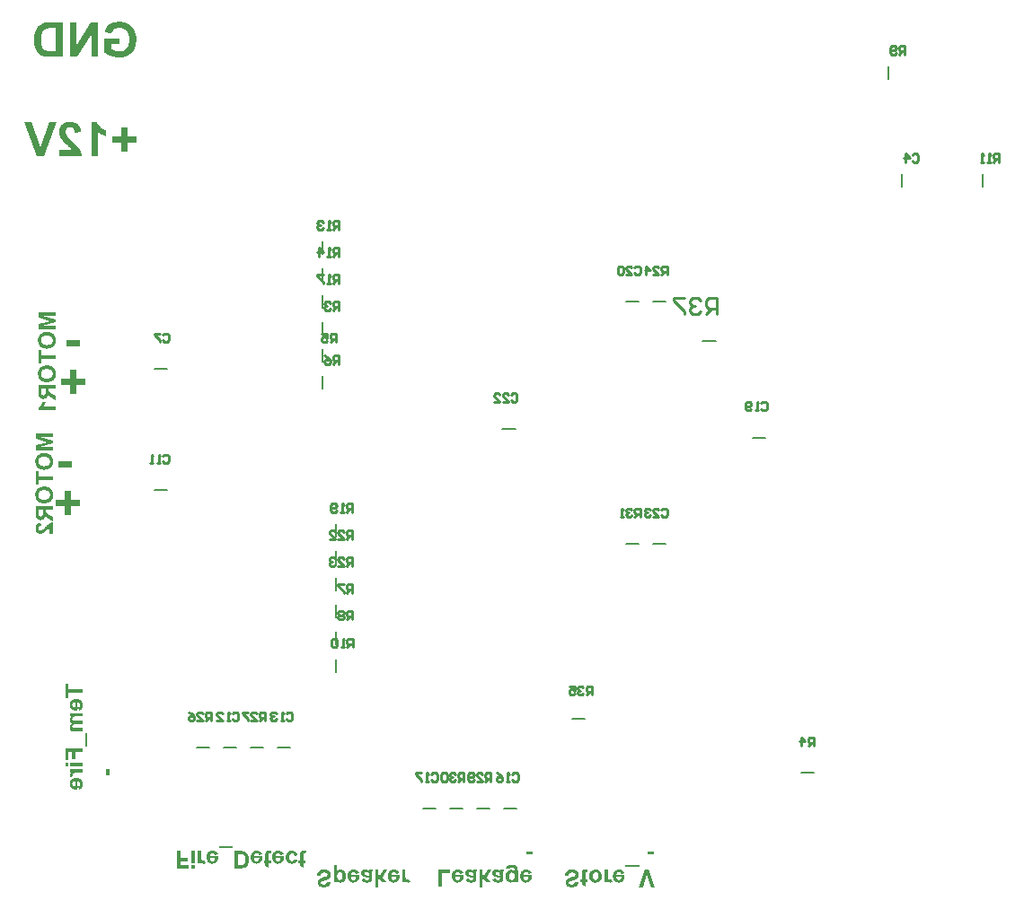
<source format=gbo>
%FSLAX25Y25*%
%MOIN*%
G70*
G01*
G75*
G04 Layer_Color=32896*
%ADD10R,0.07874X0.03937*%
%ADD11R,0.04724X0.05512*%
G04:AMPARAMS|DCode=12|XSize=9.84mil|YSize=61.02mil|CornerRadius=0mil|HoleSize=0mil|Usage=FLASHONLY|Rotation=225.000|XOffset=0mil|YOffset=0mil|HoleType=Round|Shape=Round|*
%AMOVALD12*
21,1,0.05118,0.00984,0.00000,0.00000,315.0*
1,1,0.00984,-0.01810,0.01810*
1,1,0.00984,0.01810,-0.01810*
%
%ADD12OVALD12*%

G04:AMPARAMS|DCode=13|XSize=9.84mil|YSize=61.02mil|CornerRadius=0mil|HoleSize=0mil|Usage=FLASHONLY|Rotation=135.000|XOffset=0mil|YOffset=0mil|HoleType=Round|Shape=Round|*
%AMOVALD13*
21,1,0.05118,0.00984,0.00000,0.00000,225.0*
1,1,0.00984,0.01810,0.01810*
1,1,0.00984,-0.01810,-0.01810*
%
%ADD13OVALD13*%

%ADD14R,0.09449X0.03937*%
%ADD15R,0.09449X0.12992*%
%ADD16R,0.07087X0.03543*%
%ADD17R,0.23228X0.21654*%
%ADD18R,0.06693X0.06693*%
%ADD19R,0.20276X0.09252*%
%ADD20R,0.07992X0.08976*%
G04:AMPARAMS|DCode=21|XSize=11.81mil|YSize=59.06mil|CornerRadius=2.95mil|HoleSize=0mil|Usage=FLASHONLY|Rotation=0.000|XOffset=0mil|YOffset=0mil|HoleType=Round|Shape=RoundedRectangle|*
%AMROUNDEDRECTD21*
21,1,0.01181,0.05315,0,0,0.0*
21,1,0.00591,0.05906,0,0,0.0*
1,1,0.00591,0.00295,-0.02658*
1,1,0.00591,-0.00295,-0.02658*
1,1,0.00591,-0.00295,0.02658*
1,1,0.00591,0.00295,0.02658*
%
%ADD21ROUNDEDRECTD21*%
G04:AMPARAMS|DCode=22|XSize=11.81mil|YSize=59.06mil|CornerRadius=2.95mil|HoleSize=0mil|Usage=FLASHONLY|Rotation=90.000|XOffset=0mil|YOffset=0mil|HoleType=Round|Shape=RoundedRectangle|*
%AMROUNDEDRECTD22*
21,1,0.01181,0.05315,0,0,90.0*
21,1,0.00591,0.05906,0,0,90.0*
1,1,0.00591,0.02658,0.00295*
1,1,0.00591,0.02658,-0.00295*
1,1,0.00591,-0.02658,-0.00295*
1,1,0.00591,-0.02658,0.00295*
%
%ADD22ROUNDEDRECTD22*%
%ADD23R,0.03937X0.11417*%
%ADD24R,0.40945X0.31496*%
%ADD25R,0.05512X0.04724*%
%ADD26O,0.09843X0.02756*%
%ADD27O,0.08858X0.02362*%
%ADD28R,0.02362X0.04528*%
%ADD29R,0.08465X0.11221*%
%ADD30R,0.04528X0.02362*%
%ADD31R,0.06693X0.06693*%
%ADD32R,0.09252X0.20276*%
%ADD33R,0.11221X0.08465*%
%ADD34R,0.19685X0.31496*%
%ADD35C,0.02000*%
%ADD36C,0.02500*%
%ADD37C,0.01000*%
%ADD38C,0.01500*%
%ADD39C,0.10000*%
%ADD40C,0.05000*%
%ADD41C,0.06299*%
%ADD42C,0.05906*%
%ADD43C,0.06000*%
%ADD44C,0.10000*%
%ADD45C,0.06693*%
%ADD46C,0.09000*%
%ADD47C,0.11000*%
%ADD48C,0.15748*%
%ADD49C,0.11811*%
%ADD50R,0.05906X0.05906*%
%ADD51C,0.07874*%
%ADD52R,0.05906X0.05906*%
%ADD53O,0.07874X0.03937*%
%ADD54O,0.07874X0.03937*%
%ADD55R,0.07874X0.07874*%
%ADD56R,0.07284X0.07284*%
%ADD57C,0.07284*%
%ADD58C,0.00100*%
%ADD59C,0.05000*%
%ADD60C,0.01800*%
%ADD61C,0.02000*%
%ADD62C,0.08000*%
%ADD63C,0.03800*%
%ADD64C,0.03500*%
%ADD65C,0.04000*%
%ADD66C,0.12000*%
%ADD67C,0.00500*%
%ADD68C,0.00984*%
%ADD69C,0.02362*%
%ADD70C,0.00787*%
%ADD71C,0.00800*%
%ADD72R,0.08674X0.04737*%
%ADD73R,0.05524X0.06312*%
G04:AMPARAMS|DCode=74|XSize=17.84mil|YSize=69.02mil|CornerRadius=0mil|HoleSize=0mil|Usage=FLASHONLY|Rotation=225.000|XOffset=0mil|YOffset=0mil|HoleType=Round|Shape=Round|*
%AMOVALD74*
21,1,0.05118,0.01784,0.00000,0.00000,315.0*
1,1,0.01784,-0.01810,0.01810*
1,1,0.01784,0.01810,-0.01810*
%
%ADD74OVALD74*%

G04:AMPARAMS|DCode=75|XSize=17.84mil|YSize=69.02mil|CornerRadius=0mil|HoleSize=0mil|Usage=FLASHONLY|Rotation=135.000|XOffset=0mil|YOffset=0mil|HoleType=Round|Shape=Round|*
%AMOVALD75*
21,1,0.05118,0.01784,0.00000,0.00000,225.0*
1,1,0.01784,0.01810,0.01810*
1,1,0.01784,-0.01810,-0.01810*
%
%ADD75OVALD75*%

%ADD76R,0.10249X0.04737*%
%ADD77R,0.10249X0.13792*%
%ADD78R,0.07887X0.04343*%
%ADD79R,0.24028X0.22453*%
%ADD80R,0.07493X0.07493*%
%ADD81R,0.21076X0.10052*%
%ADD82R,0.08792X0.09776*%
G04:AMPARAMS|DCode=83|XSize=19.81mil|YSize=67.06mil|CornerRadius=6.95mil|HoleSize=0mil|Usage=FLASHONLY|Rotation=0.000|XOffset=0mil|YOffset=0mil|HoleType=Round|Shape=RoundedRectangle|*
%AMROUNDEDRECTD83*
21,1,0.01981,0.05315,0,0,0.0*
21,1,0.00591,0.06706,0,0,0.0*
1,1,0.01391,0.00295,-0.02658*
1,1,0.01391,-0.00295,-0.02658*
1,1,0.01391,-0.00295,0.02658*
1,1,0.01391,0.00295,0.02658*
%
%ADD83ROUNDEDRECTD83*%
G04:AMPARAMS|DCode=84|XSize=19.81mil|YSize=67.06mil|CornerRadius=6.95mil|HoleSize=0mil|Usage=FLASHONLY|Rotation=90.000|XOffset=0mil|YOffset=0mil|HoleType=Round|Shape=RoundedRectangle|*
%AMROUNDEDRECTD84*
21,1,0.01981,0.05315,0,0,90.0*
21,1,0.00591,0.06706,0,0,90.0*
1,1,0.01391,0.02658,0.00295*
1,1,0.01391,0.02658,-0.00295*
1,1,0.01391,-0.02658,-0.00295*
1,1,0.01391,-0.02658,0.00295*
%
%ADD84ROUNDEDRECTD84*%
%ADD85R,0.04737X0.12217*%
%ADD86R,0.41745X0.32296*%
%ADD87R,0.06312X0.05524*%
%ADD88O,0.10642X0.03556*%
%ADD89O,0.09658X0.03162*%
%ADD90R,0.03162X0.05328*%
%ADD91R,0.09265X0.12020*%
%ADD92R,0.05328X0.03162*%
%ADD93R,0.07493X0.07493*%
%ADD94R,0.10052X0.21076*%
%ADD95R,0.12020X0.09265*%
%ADD96R,0.20485X0.32296*%
%ADD97C,0.07099*%
%ADD98C,0.06706*%
%ADD99C,0.06800*%
%ADD100C,0.10800*%
%ADD101C,0.07493*%
%ADD102C,0.09800*%
%ADD103C,0.11800*%
%ADD104C,0.16548*%
%ADD105C,0.12611*%
%ADD106R,0.06706X0.06706*%
%ADD107C,0.08674*%
%ADD108R,0.06706X0.06706*%
%ADD109O,0.08674X0.04737*%
%ADD110O,0.08674X0.04737*%
%ADD111R,0.08674X0.08674*%
%ADD112R,0.08083X0.08083*%
%ADD113C,0.08083*%
%ADD114C,0.00900*%
%ADD115C,0.00800*%
%ADD116C,0.05800*%
%ADD117C,0.02600*%
%ADD118C,0.02800*%
%ADD119C,0.08800*%
%ADD120C,0.04600*%
%ADD121C,0.04300*%
%ADD122C,0.04800*%
%ADD123C,0.12800*%
G36*
X21000Y47507D02*
X16359D01*
Y48733D01*
X21000D01*
Y47507D01*
D02*
G37*
G36*
X15726D02*
X14593D01*
Y48733D01*
X15726D01*
Y47507D01*
D02*
G37*
G36*
X22766Y54793D02*
X21964D01*
Y59897D01*
X22766D01*
Y54793D01*
D02*
G37*
G36*
X21000Y52889D02*
X18278D01*
Y50213D01*
X17199D01*
Y52889D01*
X15672D01*
Y49789D01*
X14593D01*
Y54184D01*
X21000D01*
Y52889D01*
D02*
G37*
G36*
Y45078D02*
X19358D01*
X19165Y45071D01*
X18988D01*
X18826Y45063D01*
X18687Y45055D01*
X18556Y45048D01*
X18448Y45040D01*
X18348Y45024D01*
X18263Y45017D01*
X18194Y45009D01*
X18140Y45001D01*
X18093Y44993D01*
X18055Y44986D01*
X18032D01*
X18024Y44978D01*
X18016D01*
X17885Y44940D01*
X17777Y44893D01*
X17692Y44847D01*
X17623Y44801D01*
X17569Y44762D01*
X17538Y44731D01*
X17515Y44708D01*
X17507Y44701D01*
X17461Y44631D01*
X17423Y44554D01*
X17399Y44477D01*
X17376Y44407D01*
X17369Y44354D01*
X17361Y44300D01*
Y44269D01*
Y44261D01*
X17369Y44161D01*
X17392Y44053D01*
X17430Y43960D01*
X17461Y43868D01*
X17500Y43791D01*
X17538Y43737D01*
X17561Y43698D01*
X17569Y43683D01*
X16497Y43297D01*
X16420Y43444D01*
X16359Y43590D01*
X16320Y43729D01*
X16289Y43852D01*
X16274Y43953D01*
X16258Y44038D01*
Y44068D01*
Y44091D01*
Y44099D01*
Y44107D01*
X16266Y44215D01*
X16282Y44315D01*
X16305Y44407D01*
X16328Y44492D01*
X16359Y44554D01*
X16382Y44608D01*
X16397Y44639D01*
X16405Y44646D01*
X16474Y44731D01*
X16559Y44824D01*
X16667Y44909D01*
X16767Y44993D01*
X16867Y45063D01*
X16944Y45117D01*
X16975Y45132D01*
X16998Y45148D01*
X17014Y45163D01*
X16359D01*
Y46304D01*
X21000D01*
Y45078D01*
D02*
G37*
G36*
X7117Y163799D02*
X7379Y163768D01*
X7625Y163730D01*
X7857Y163675D01*
X8072Y163614D01*
X8265Y163537D01*
X8450Y163467D01*
X8612Y163382D01*
X8751Y163305D01*
X8882Y163228D01*
X8990Y163159D01*
X9075Y163097D01*
X9144Y163043D01*
X9198Y163005D01*
X9229Y162974D01*
X9237Y162966D01*
X9391Y162804D01*
X9522Y162627D01*
X9638Y162442D01*
X9738Y162257D01*
X9823Y162064D01*
X9892Y161879D01*
X9954Y161694D01*
X10000Y161517D01*
X10039Y161347D01*
X10062Y161193D01*
X10085Y161046D01*
X10092Y160931D01*
X10100Y160830D01*
X10108Y160753D01*
Y160707D01*
Y160699D01*
Y160692D01*
X10100Y160437D01*
X10069Y160191D01*
X10031Y159959D01*
X9969Y159743D01*
X9907Y159543D01*
X9830Y159358D01*
X9753Y159188D01*
X9668Y159034D01*
X9591Y158903D01*
X9514Y158780D01*
X9437Y158679D01*
X9375Y158595D01*
X9314Y158525D01*
X9275Y158479D01*
X9244Y158448D01*
X9237Y158440D01*
X9067Y158294D01*
X8882Y158163D01*
X8689Y158047D01*
X8489Y157947D01*
X8281Y157870D01*
X8080Y157800D01*
X7887Y157747D01*
X7695Y157700D01*
X7510Y157662D01*
X7348Y157639D01*
X7194Y157615D01*
X7062Y157608D01*
X6955Y157600D01*
X6877Y157592D01*
X6808D01*
X6523Y157600D01*
X6253Y157631D01*
X5999Y157669D01*
X5767Y157723D01*
X5544Y157793D01*
X5343Y157862D01*
X5166Y157939D01*
X4996Y158016D01*
X4850Y158101D01*
X4726Y158178D01*
X4618Y158248D01*
X4526Y158317D01*
X4456Y158371D01*
X4403Y158410D01*
X4372Y158440D01*
X4364Y158448D01*
X4210Y158610D01*
X4071Y158787D01*
X3955Y158972D01*
X3855Y159157D01*
X3770Y159350D01*
X3701Y159535D01*
X3639Y159720D01*
X3593Y159898D01*
X3562Y160067D01*
X3531Y160221D01*
X3508Y160360D01*
X3500Y160476D01*
X3493Y160576D01*
X3485Y160653D01*
Y160699D01*
Y160707D01*
Y160715D01*
X3493Y161000D01*
X3524Y161262D01*
X3547Y161378D01*
X3562Y161494D01*
X3585Y161601D01*
X3608Y161694D01*
X3639Y161787D01*
X3662Y161864D01*
X3678Y161933D01*
X3701Y161987D01*
X3716Y162033D01*
X3732Y162064D01*
X3740Y162087D01*
Y162095D01*
X3817Y162257D01*
X3909Y162411D01*
X4009Y162550D01*
X4102Y162673D01*
X4194Y162773D01*
X4264Y162850D01*
X4287Y162881D01*
X4310Y162905D01*
X4318Y162912D01*
X4325Y162920D01*
X4472Y163051D01*
X4626Y163174D01*
X4773Y163275D01*
X4904Y163359D01*
X5019Y163429D01*
X5073Y163460D01*
X5112Y163483D01*
X5150Y163498D01*
X5173Y163514D01*
X5189Y163521D01*
X5197D01*
X5459Y163614D01*
X5736Y163683D01*
X6006Y163737D01*
X6137Y163753D01*
X6268Y163768D01*
X6384Y163783D01*
X6492Y163791D01*
X6592Y163799D01*
X6677D01*
X6746Y163807D01*
X6839D01*
X7117Y163799D01*
D02*
G37*
G36*
X4672Y155140D02*
X10000D01*
Y153845D01*
X4672D01*
Y151956D01*
X3593D01*
Y157037D01*
X4672D01*
Y155140D01*
D02*
G37*
G36*
X18903Y43120D02*
X19072Y43104D01*
X19227Y43089D01*
X19381Y43058D01*
X19520Y43020D01*
X19651Y42981D01*
X19774Y42943D01*
X19882Y42896D01*
X19982Y42858D01*
X20067Y42819D01*
X20144Y42781D01*
X20206Y42742D01*
X20260Y42711D01*
X20291Y42696D01*
X20314Y42680D01*
X20322Y42673D01*
X20460Y42557D01*
X20584Y42426D01*
X20684Y42295D01*
X20776Y42149D01*
X20854Y42002D01*
X20915Y41848D01*
X20969Y41701D01*
X21008Y41555D01*
X21039Y41424D01*
X21069Y41293D01*
X21085Y41177D01*
X21092Y41077D01*
X21100Y40992D01*
X21108Y40930D01*
Y40892D01*
Y40876D01*
X21100Y40738D01*
X21092Y40599D01*
X21054Y40352D01*
X21031Y40244D01*
X21000Y40136D01*
X20969Y40044D01*
X20931Y39951D01*
X20900Y39874D01*
X20869Y39805D01*
X20838Y39743D01*
X20815Y39697D01*
X20792Y39658D01*
X20776Y39627D01*
X20761Y39612D01*
Y39604D01*
X20692Y39512D01*
X20615Y39427D01*
X20453Y39273D01*
X20283Y39142D01*
X20121Y39041D01*
X19967Y38957D01*
X19905Y38926D01*
X19843Y38903D01*
X19797Y38879D01*
X19766Y38864D01*
X19743Y38856D01*
X19736D01*
X19527Y40082D01*
X19651Y40128D01*
X19759Y40175D01*
X19843Y40229D01*
X19913Y40275D01*
X19967Y40321D01*
X20005Y40360D01*
X20029Y40383D01*
X20036Y40391D01*
X20090Y40468D01*
X20129Y40545D01*
X20152Y40630D01*
X20167Y40699D01*
X20183Y40768D01*
X20190Y40822D01*
Y40853D01*
Y40869D01*
X20175Y41023D01*
X20144Y41162D01*
X20098Y41277D01*
X20036Y41385D01*
X19982Y41462D01*
X19936Y41524D01*
X19905Y41563D01*
X19890Y41578D01*
X19766Y41671D01*
X19628Y41748D01*
X19489Y41794D01*
X19350Y41832D01*
X19227Y41855D01*
X19173Y41863D01*
X19127D01*
X19088Y41871D01*
X19034D01*
Y38795D01*
X18779D01*
X18541Y38810D01*
X18317Y38841D01*
X18116Y38872D01*
X17924Y38918D01*
X17754Y38964D01*
X17600Y39018D01*
X17461Y39072D01*
X17338Y39126D01*
X17237Y39180D01*
X17145Y39234D01*
X17076Y39280D01*
X17014Y39319D01*
X16975Y39350D01*
X16952Y39365D01*
X16944Y39373D01*
X16821Y39489D01*
X16721Y39612D01*
X16628Y39743D01*
X16551Y39882D01*
X16482Y40013D01*
X16428Y40152D01*
X16382Y40283D01*
X16343Y40414D01*
X16312Y40537D01*
X16297Y40645D01*
X16282Y40745D01*
X16266Y40838D01*
Y40907D01*
X16258Y40961D01*
Y40992D01*
Y41007D01*
X16266Y41177D01*
X16289Y41339D01*
X16320Y41485D01*
X16359Y41632D01*
X16412Y41763D01*
X16466Y41894D01*
X16528Y42010D01*
X16582Y42110D01*
X16644Y42202D01*
X16705Y42287D01*
X16759Y42357D01*
X16814Y42418D01*
X16852Y42465D01*
X16883Y42495D01*
X16906Y42519D01*
X16914Y42526D01*
X17045Y42634D01*
X17176Y42727D01*
X17322Y42804D01*
X17477Y42873D01*
X17623Y42935D01*
X17777Y42981D01*
X17924Y43020D01*
X18063Y43051D01*
X18201Y43074D01*
X18325Y43097D01*
X18440Y43112D01*
X18533Y43120D01*
X18618D01*
X18672Y43128D01*
X18726D01*
X18903Y43120D01*
D02*
G37*
G36*
X10000Y169805D02*
X4958D01*
X10000Y168548D01*
Y167299D01*
X4958Y166035D01*
X10000Y166027D01*
Y164832D01*
X3593D01*
Y166775D01*
X7965Y167916D01*
X3593Y169065D01*
Y171000D01*
X10000D01*
Y169805D01*
D02*
G37*
G36*
X21000Y65988D02*
X18625D01*
X18517Y65980D01*
X18417D01*
X18317Y65972D01*
X18232Y65965D01*
X18155Y65957D01*
X18086Y65949D01*
X18024Y65942D01*
X17970Y65934D01*
X17924Y65926D01*
X17854Y65911D01*
X17816Y65895D01*
X17800D01*
X17700Y65849D01*
X17608Y65803D01*
X17530Y65749D01*
X17469Y65695D01*
X17415Y65649D01*
X17384Y65610D01*
X17361Y65579D01*
X17353Y65571D01*
X17299Y65487D01*
X17261Y65394D01*
X17237Y65309D01*
X17214Y65232D01*
X17207Y65163D01*
X17199Y65109D01*
Y65078D01*
Y65063D01*
X17207Y64978D01*
X17214Y64901D01*
X17230Y64839D01*
X17245Y64785D01*
X17268Y64739D01*
X17284Y64708D01*
X17291Y64692D01*
X17299Y64685D01*
X17338Y64639D01*
X17384Y64592D01*
X17477Y64531D01*
X17523Y64508D01*
X17561Y64492D01*
X17584Y64484D01*
X17592D01*
X17631Y64469D01*
X17685Y64461D01*
X17746Y64454D01*
X17808Y64446D01*
X17955Y64430D01*
X18101Y64423D01*
X18240Y64415D01*
X21000D01*
Y63189D01*
X18664D01*
X18548Y63181D01*
X18448D01*
X18356Y63174D01*
X18271Y63166D01*
X18186Y63158D01*
X18116Y63151D01*
X18055Y63135D01*
X17955Y63120D01*
X17877Y63104D01*
X17839Y63097D01*
X17823Y63089D01*
X17716Y63043D01*
X17623Y62996D01*
X17538Y62942D01*
X17477Y62888D01*
X17423Y62842D01*
X17392Y62804D01*
X17369Y62773D01*
X17361Y62765D01*
X17307Y62680D01*
X17268Y62588D01*
X17237Y62511D01*
X17222Y62433D01*
X17207Y62372D01*
X17199Y62326D01*
Y62287D01*
Y62279D01*
X17207Y62156D01*
X17237Y62048D01*
X17284Y61955D01*
X17330Y61886D01*
X17376Y61824D01*
X17423Y61786D01*
X17453Y61763D01*
X17461Y61755D01*
X17507Y61732D01*
X17554Y61709D01*
X17615Y61693D01*
X17685Y61678D01*
X17831Y61655D01*
X17985Y61639D01*
X18124Y61632D01*
X18186Y61624D01*
X21000D01*
Y60398D01*
X17916D01*
X17808Y60406D01*
X17700Y60413D01*
X17608Y60421D01*
X17523Y60429D01*
X17446Y60437D01*
X17369Y60452D01*
X17307Y60460D01*
X17253Y60475D01*
X17207Y60491D01*
X17130Y60506D01*
X17091Y60521D01*
X17076Y60529D01*
X16937Y60606D01*
X16814Y60683D01*
X16705Y60776D01*
X16621Y60861D01*
X16551Y60938D01*
X16505Y61000D01*
X16474Y61046D01*
X16466Y61053D01*
Y61061D01*
X16397Y61200D01*
X16343Y61339D01*
X16312Y61485D01*
X16282Y61624D01*
X16266Y61740D01*
Y61794D01*
X16258Y61840D01*
Y61871D01*
Y61901D01*
Y61917D01*
Y61925D01*
X16266Y62071D01*
X16289Y62210D01*
X16320Y62341D01*
X16351Y62449D01*
X16382Y62549D01*
X16412Y62619D01*
X16436Y62665D01*
X16443Y62673D01*
Y62680D01*
X16521Y62811D01*
X16605Y62935D01*
X16698Y63043D01*
X16790Y63143D01*
X16875Y63220D01*
X16937Y63282D01*
X16983Y63320D01*
X16991Y63336D01*
X16998D01*
X16867Y63420D01*
X16752Y63505D01*
X16659Y63598D01*
X16582Y63683D01*
X16521Y63760D01*
X16474Y63821D01*
X16451Y63860D01*
X16443Y63868D01*
Y63875D01*
X16382Y63999D01*
X16335Y64130D01*
X16305Y64261D01*
X16282Y64384D01*
X16266Y64484D01*
X16258Y64569D01*
Y64600D01*
Y64623D01*
Y64639D01*
Y64646D01*
X16266Y64801D01*
X16289Y64947D01*
X16328Y65086D01*
X16374Y65224D01*
X16428Y65348D01*
X16490Y65464D01*
X16559Y65571D01*
X16628Y65672D01*
X16698Y65764D01*
X16767Y65849D01*
X16829Y65918D01*
X16883Y65972D01*
X16929Y66019D01*
X16968Y66049D01*
X16991Y66073D01*
X16998Y66080D01*
X16359D01*
Y67214D01*
X21000D01*
Y65988D01*
D02*
G37*
G36*
X62677Y11359D02*
X61451D01*
Y16000D01*
X62677D01*
Y11359D01*
D02*
G37*
G36*
X65105Y14574D02*
Y14358D01*
X65113Y14165D01*
Y13988D01*
X65121Y13826D01*
X65129Y13687D01*
X65136Y13556D01*
X65144Y13448D01*
X65159Y13348D01*
X65167Y13263D01*
X65175Y13194D01*
X65183Y13140D01*
X65190Y13093D01*
X65198Y13055D01*
Y13032D01*
X65206Y13024D01*
Y13016D01*
X65244Y12885D01*
X65290Y12777D01*
X65337Y12692D01*
X65383Y12623D01*
X65422Y12569D01*
X65452Y12538D01*
X65476Y12515D01*
X65483Y12507D01*
X65553Y12461D01*
X65630Y12423D01*
X65707Y12399D01*
X65776Y12376D01*
X65830Y12369D01*
X65884Y12361D01*
X65923D01*
X66023Y12369D01*
X66131Y12392D01*
X66224Y12430D01*
X66316Y12461D01*
X66393Y12500D01*
X66447Y12538D01*
X66486Y12561D01*
X66501Y12569D01*
X66887Y11497D01*
X66740Y11420D01*
X66593Y11359D01*
X66455Y11320D01*
X66331Y11289D01*
X66231Y11274D01*
X66146Y11258D01*
X66077D01*
X65969Y11266D01*
X65869Y11282D01*
X65776Y11305D01*
X65692Y11328D01*
X65630Y11359D01*
X65576Y11382D01*
X65545Y11397D01*
X65537Y11405D01*
X65452Y11474D01*
X65360Y11559D01*
X65275Y11667D01*
X65190Y11767D01*
X65121Y11867D01*
X65067Y11945D01*
X65052Y11975D01*
X65036Y11998D01*
X65021Y12014D01*
Y11359D01*
X63880D01*
Y16000D01*
X65105D01*
Y14574D01*
D02*
G37*
G36*
X69446Y16100D02*
X69585Y16093D01*
X69832Y16054D01*
X69940Y16031D01*
X70048Y16000D01*
X70140Y15969D01*
X70233Y15931D01*
X70310Y15900D01*
X70379Y15869D01*
X70441Y15838D01*
X70487Y15815D01*
X70526Y15792D01*
X70556Y15776D01*
X70572Y15761D01*
X70580D01*
X70672Y15692D01*
X70757Y15615D01*
X70911Y15453D01*
X71042Y15283D01*
X71142Y15121D01*
X71227Y14967D01*
X71258Y14905D01*
X71281Y14843D01*
X71304Y14797D01*
X71320Y14766D01*
X71328Y14743D01*
Y14736D01*
X70102Y14527D01*
X70055Y14651D01*
X70009Y14759D01*
X69955Y14843D01*
X69909Y14913D01*
X69863Y14967D01*
X69824Y15005D01*
X69801Y15029D01*
X69793Y15036D01*
X69716Y15090D01*
X69639Y15129D01*
X69554Y15152D01*
X69485Y15167D01*
X69415Y15183D01*
X69361Y15191D01*
X69315D01*
X69161Y15175D01*
X69022Y15144D01*
X68906Y15098D01*
X68799Y15036D01*
X68721Y14982D01*
X68660Y14936D01*
X68621Y14905D01*
X68606Y14890D01*
X68513Y14766D01*
X68436Y14628D01*
X68390Y14489D01*
X68351Y14350D01*
X68328Y14227D01*
X68321Y14173D01*
Y14127D01*
X68313Y14088D01*
Y14057D01*
Y14042D01*
Y14034D01*
X71389D01*
Y13780D01*
X71374Y13541D01*
X71343Y13317D01*
X71312Y13116D01*
X71266Y12924D01*
X71219Y12754D01*
X71166Y12600D01*
X71112Y12461D01*
X71058Y12338D01*
X71004Y12237D01*
X70950Y12145D01*
X70903Y12076D01*
X70865Y12014D01*
X70834Y11975D01*
X70819Y11952D01*
X70811Y11945D01*
X70695Y11821D01*
X70572Y11721D01*
X70441Y11628D01*
X70302Y11551D01*
X70171Y11482D01*
X70032Y11428D01*
X69901Y11382D01*
X69770Y11343D01*
X69647Y11312D01*
X69539Y11297D01*
X69438Y11282D01*
X69346Y11266D01*
X69277D01*
X69223Y11258D01*
X69176D01*
X69007Y11266D01*
X68845Y11289D01*
X68698Y11320D01*
X68552Y11359D01*
X68421Y11413D01*
X68290Y11467D01*
X68174Y11528D01*
X68074Y11582D01*
X67981Y11644D01*
X67896Y11705D01*
X67827Y11760D01*
X67765Y11813D01*
X67719Y11852D01*
X67688Y11883D01*
X67665Y11906D01*
X67658Y11914D01*
X67550Y12045D01*
X67457Y12176D01*
X67380Y12322D01*
X67311Y12477D01*
X67249Y12623D01*
X67203Y12777D01*
X67164Y12924D01*
X67133Y13062D01*
X67110Y13201D01*
X67087Y13325D01*
X67072Y13440D01*
X67064Y13533D01*
Y13618D01*
X67056Y13672D01*
Y13710D01*
Y13726D01*
X67064Y13903D01*
X67079Y14073D01*
X67095Y14227D01*
X67125Y14381D01*
X67164Y14520D01*
X67203Y14651D01*
X67241Y14774D01*
X67287Y14882D01*
X67326Y14982D01*
X67365Y15067D01*
X67403Y15144D01*
X67442Y15206D01*
X67472Y15260D01*
X67488Y15291D01*
X67503Y15314D01*
X67511Y15322D01*
X67627Y15460D01*
X67758Y15584D01*
X67889Y15684D01*
X68035Y15776D01*
X68182Y15854D01*
X68336Y15915D01*
X68483Y15969D01*
X68629Y16008D01*
X68760Y16039D01*
X68891Y16069D01*
X69007Y16085D01*
X69107Y16093D01*
X69192Y16100D01*
X69253Y16108D01*
X69308D01*
X69446Y16100D01*
D02*
G37*
G36*
X98860D02*
X99014Y16093D01*
X99161Y16069D01*
X99299Y16046D01*
X99423Y16008D01*
X99546Y15977D01*
X99646Y15938D01*
X99747Y15900D01*
X99831Y15861D01*
X99909Y15823D01*
X99970Y15784D01*
X100024Y15753D01*
X100070Y15730D01*
X100101Y15707D01*
X100117Y15699D01*
X100124Y15692D01*
X100217Y15607D01*
X100309Y15514D01*
X100464Y15314D01*
X100587Y15106D01*
X100687Y14905D01*
X100726Y14813D01*
X100757Y14720D01*
X100787Y14643D01*
X100811Y14574D01*
X100826Y14512D01*
X100841Y14473D01*
X100849Y14443D01*
Y14435D01*
X99646Y14227D01*
X99608Y14396D01*
X99554Y14535D01*
X99500Y14659D01*
X99454Y14751D01*
X99400Y14820D01*
X99361Y14874D01*
X99330Y14905D01*
X99322Y14913D01*
X99238Y14975D01*
X99138Y15021D01*
X99045Y15059D01*
X98952Y15082D01*
X98875Y15098D01*
X98814Y15106D01*
X98752D01*
X98667Y15098D01*
X98582Y15090D01*
X98436Y15052D01*
X98312Y14998D01*
X98204Y14936D01*
X98120Y14874D01*
X98058Y14820D01*
X98019Y14782D01*
X98004Y14766D01*
X97958Y14697D01*
X97912Y14620D01*
X97842Y14443D01*
X97796Y14250D01*
X97765Y14057D01*
X97750Y13965D01*
X97742Y13880D01*
X97734Y13803D01*
Y13733D01*
X97727Y13679D01*
Y13641D01*
Y13610D01*
Y13602D01*
Y13471D01*
X97742Y13348D01*
X97750Y13232D01*
X97773Y13124D01*
X97788Y13032D01*
X97811Y12939D01*
X97834Y12862D01*
X97865Y12793D01*
X97888Y12739D01*
X97912Y12685D01*
X97935Y12638D01*
X97958Y12608D01*
X97973Y12577D01*
X97989Y12561D01*
X97996Y12546D01*
X98104Y12438D01*
X98228Y12361D01*
X98351Y12299D01*
X98467Y12261D01*
X98567Y12237D01*
X98652Y12230D01*
X98683Y12222D01*
X98729D01*
X98852Y12230D01*
X98960Y12253D01*
X99060Y12284D01*
X99138Y12315D01*
X99207Y12346D01*
X99253Y12376D01*
X99284Y12399D01*
X99292Y12407D01*
X99369Y12484D01*
X99430Y12561D01*
X99477Y12654D01*
X99515Y12739D01*
X99546Y12816D01*
X99562Y12877D01*
X99577Y12924D01*
Y12931D01*
Y12939D01*
X100787Y12723D01*
X100741Y12592D01*
X100695Y12461D01*
X100641Y12346D01*
X100579Y12237D01*
X100517Y12137D01*
X100464Y12053D01*
X100402Y11968D01*
X100340Y11891D01*
X100286Y11829D01*
X100232Y11775D01*
X100186Y11729D01*
X100147Y11690D01*
X100109Y11659D01*
X100086Y11636D01*
X100070Y11628D01*
X100063Y11621D01*
X99962Y11559D01*
X99862Y11497D01*
X99639Y11413D01*
X99415Y11343D01*
X99199Y11305D01*
X99099Y11289D01*
X99006Y11274D01*
X98929Y11266D01*
X98852D01*
X98798Y11258D01*
X98713D01*
X98528Y11266D01*
X98343Y11289D01*
X98181Y11320D01*
X98019Y11359D01*
X97873Y11405D01*
X97742Y11467D01*
X97619Y11520D01*
X97503Y11582D01*
X97403Y11644D01*
X97318Y11698D01*
X97241Y11752D01*
X97179Y11806D01*
X97133Y11844D01*
X97102Y11875D01*
X97079Y11898D01*
X97071Y11906D01*
X96963Y12029D01*
X96871Y12168D01*
X96794Y12307D01*
X96724Y12453D01*
X96662Y12608D01*
X96616Y12754D01*
X96578Y12901D01*
X96547Y13039D01*
X96524Y13170D01*
X96501Y13294D01*
X96485Y13409D01*
X96478Y13502D01*
Y13587D01*
X96470Y13641D01*
Y13679D01*
Y13695D01*
X96478Y13903D01*
X96493Y14096D01*
X96524Y14281D01*
X96562Y14450D01*
X96609Y14604D01*
X96662Y14751D01*
X96716Y14890D01*
X96771Y15005D01*
X96825Y15113D01*
X96878Y15206D01*
X96932Y15283D01*
X96979Y15352D01*
X97017Y15399D01*
X97048Y15437D01*
X97063Y15460D01*
X97071Y15468D01*
X97187Y15584D01*
X97318Y15676D01*
X97449Y15761D01*
X97580Y15838D01*
X97719Y15900D01*
X97858Y15954D01*
X97989Y15992D01*
X98112Y16031D01*
X98235Y16054D01*
X98343Y16077D01*
X98444Y16085D01*
X98528Y16100D01*
X98598D01*
X98652Y16108D01*
X98698D01*
X98860Y16100D01*
D02*
G37*
G36*
X80048Y15992D02*
X80279Y15977D01*
X80379Y15969D01*
X80471Y15961D01*
X80556Y15946D01*
X80633Y15931D01*
X80703Y15923D01*
X80765Y15908D01*
X80818Y15900D01*
X80865Y15892D01*
X80896Y15884D01*
X80919Y15877D01*
X80934Y15869D01*
X80942D01*
X81142Y15792D01*
X81327Y15715D01*
X81482Y15630D01*
X81605Y15545D01*
X81713Y15476D01*
X81782Y15414D01*
X81828Y15375D01*
X81844Y15360D01*
X82006Y15183D01*
X82137Y14998D01*
X82260Y14805D01*
X82353Y14628D01*
X82399Y14543D01*
X82430Y14466D01*
X82461Y14404D01*
X82484Y14342D01*
X82507Y14296D01*
X82522Y14257D01*
X82530Y14234D01*
Y14227D01*
X82600Y14003D01*
X82646Y13772D01*
X82684Y13541D01*
X82707Y13332D01*
X82715Y13232D01*
X82723Y13140D01*
Y13062D01*
X82731Y12993D01*
Y12939D01*
Y12901D01*
Y12870D01*
Y12862D01*
Y12692D01*
X82723Y12538D01*
X82707Y12384D01*
X82700Y12245D01*
X82684Y12114D01*
X82661Y11991D01*
X82646Y11875D01*
X82623Y11767D01*
X82600Y11675D01*
X82584Y11590D01*
X82569Y11520D01*
X82546Y11459D01*
X82538Y11413D01*
X82522Y11382D01*
X82515Y11359D01*
Y11351D01*
X82430Y11127D01*
X82330Y10927D01*
X82229Y10750D01*
X82129Y10595D01*
X82083Y10534D01*
X82044Y10480D01*
X82006Y10426D01*
X81975Y10387D01*
X81944Y10356D01*
X81921Y10325D01*
X81913Y10318D01*
X81906Y10310D01*
X81751Y10164D01*
X81590Y10040D01*
X81428Y9932D01*
X81273Y9855D01*
X81142Y9793D01*
X81088Y9770D01*
X81034Y9747D01*
X80996Y9732D01*
X80965Y9724D01*
X80950Y9716D01*
X80942D01*
X80857Y9693D01*
X80772Y9678D01*
X80580Y9647D01*
X80371Y9624D01*
X80179Y9608D01*
X80086Y9601D01*
X80001D01*
X79924Y9593D01*
X77372D01*
Y16000D01*
X79793D01*
X80048Y15992D01*
D02*
G37*
G36*
X15672Y76103D02*
X21000D01*
Y74808D01*
X15672D01*
Y72919D01*
X14593D01*
Y78000D01*
X15672D01*
Y76103D01*
D02*
G37*
G36*
X18903Y72441D02*
X19072Y72426D01*
X19227Y72410D01*
X19381Y72379D01*
X19520Y72341D01*
X19651Y72302D01*
X19774Y72264D01*
X19882Y72218D01*
X19982Y72179D01*
X20067Y72140D01*
X20144Y72102D01*
X20206Y72063D01*
X20260Y72032D01*
X20291Y72017D01*
X20314Y72002D01*
X20322Y71994D01*
X20460Y71878D01*
X20584Y71747D01*
X20684Y71616D01*
X20776Y71470D01*
X20854Y71323D01*
X20915Y71169D01*
X20969Y71022D01*
X21008Y70876D01*
X21039Y70745D01*
X21069Y70614D01*
X21085Y70498D01*
X21092Y70398D01*
X21100Y70313D01*
X21108Y70251D01*
Y70213D01*
Y70197D01*
X21100Y70059D01*
X21092Y69920D01*
X21054Y69673D01*
X21031Y69565D01*
X21000Y69457D01*
X20969Y69365D01*
X20931Y69272D01*
X20900Y69195D01*
X20869Y69126D01*
X20838Y69064D01*
X20815Y69018D01*
X20792Y68979D01*
X20776Y68949D01*
X20761Y68933D01*
Y68925D01*
X20692Y68833D01*
X20615Y68748D01*
X20453Y68594D01*
X20283Y68463D01*
X20121Y68362D01*
X19967Y68278D01*
X19905Y68247D01*
X19843Y68224D01*
X19797Y68201D01*
X19766Y68185D01*
X19743Y68177D01*
X19736D01*
X19527Y69403D01*
X19651Y69450D01*
X19759Y69496D01*
X19843Y69550D01*
X19913Y69596D01*
X19967Y69642D01*
X20005Y69681D01*
X20029Y69704D01*
X20036Y69712D01*
X20090Y69789D01*
X20129Y69866D01*
X20152Y69951D01*
X20167Y70020D01*
X20183Y70090D01*
X20190Y70144D01*
Y70174D01*
Y70190D01*
X20175Y70344D01*
X20144Y70483D01*
X20098Y70598D01*
X20036Y70706D01*
X19982Y70783D01*
X19936Y70845D01*
X19905Y70884D01*
X19890Y70899D01*
X19766Y70992D01*
X19628Y71069D01*
X19489Y71115D01*
X19350Y71153D01*
X19227Y71177D01*
X19173Y71184D01*
X19127D01*
X19088Y71192D01*
X19034D01*
Y68116D01*
X18779D01*
X18541Y68131D01*
X18317Y68162D01*
X18116Y68193D01*
X17924Y68239D01*
X17754Y68285D01*
X17600Y68339D01*
X17461Y68393D01*
X17338Y68447D01*
X17237Y68501D01*
X17145Y68555D01*
X17076Y68602D01*
X17014Y68640D01*
X16975Y68671D01*
X16952Y68686D01*
X16944Y68694D01*
X16821Y68810D01*
X16721Y68933D01*
X16628Y69064D01*
X16551Y69203D01*
X16482Y69334D01*
X16428Y69473D01*
X16382Y69604D01*
X16343Y69735D01*
X16312Y69858D01*
X16297Y69966D01*
X16282Y70066D01*
X16266Y70159D01*
Y70228D01*
X16258Y70282D01*
Y70313D01*
Y70328D01*
X16266Y70498D01*
X16289Y70660D01*
X16320Y70807D01*
X16359Y70953D01*
X16412Y71084D01*
X16466Y71215D01*
X16528Y71331D01*
X16582Y71431D01*
X16644Y71524D01*
X16705Y71608D01*
X16759Y71678D01*
X16814Y71740D01*
X16852Y71786D01*
X16883Y71817D01*
X16906Y71840D01*
X16914Y71847D01*
X17045Y71955D01*
X17176Y72048D01*
X17322Y72125D01*
X17477Y72194D01*
X17623Y72256D01*
X17777Y72302D01*
X17924Y72341D01*
X18063Y72372D01*
X18201Y72395D01*
X18325Y72418D01*
X18440Y72433D01*
X18533Y72441D01*
X18618D01*
X18672Y72449D01*
X18726D01*
X18903Y72441D01*
D02*
G37*
G36*
X62677Y9593D02*
X61451D01*
Y10726D01*
X62677D01*
Y9593D01*
D02*
G37*
G36*
X57295Y13278D02*
X59971D01*
Y12199D01*
X57295D01*
Y10672D01*
X60395D01*
Y9593D01*
X56000D01*
Y16000D01*
X57295D01*
Y13278D01*
D02*
G37*
G36*
X7117Y151378D02*
X7379Y151347D01*
X7625Y151309D01*
X7857Y151255D01*
X8072Y151193D01*
X8265Y151116D01*
X8450Y151047D01*
X8612Y150962D01*
X8751Y150885D01*
X8882Y150807D01*
X8990Y150738D01*
X9075Y150676D01*
X9144Y150622D01*
X9198Y150584D01*
X9229Y150553D01*
X9237Y150545D01*
X9391Y150383D01*
X9522Y150206D01*
X9638Y150021D01*
X9738Y149836D01*
X9823Y149643D01*
X9892Y149458D01*
X9954Y149273D01*
X10000Y149096D01*
X10039Y148926D01*
X10062Y148772D01*
X10085Y148626D01*
X10092Y148510D01*
X10100Y148410D01*
X10108Y148333D01*
Y148286D01*
Y148279D01*
Y148271D01*
X10100Y148017D01*
X10069Y147770D01*
X10031Y147538D01*
X9969Y147323D01*
X9907Y147122D01*
X9830Y146937D01*
X9753Y146767D01*
X9668Y146613D01*
X9591Y146482D01*
X9514Y146359D01*
X9437Y146259D01*
X9375Y146174D01*
X9314Y146104D01*
X9275Y146058D01*
X9244Y146027D01*
X9237Y146020D01*
X9067Y145873D01*
X8882Y145742D01*
X8689Y145626D01*
X8489Y145526D01*
X8281Y145449D01*
X8080Y145380D01*
X7887Y145326D01*
X7695Y145279D01*
X7510Y145241D01*
X7348Y145218D01*
X7194Y145195D01*
X7062Y145187D01*
X6955Y145179D01*
X6877Y145171D01*
X6808D01*
X6523Y145179D01*
X6253Y145210D01*
X5999Y145249D01*
X5767Y145303D01*
X5544Y145372D01*
X5343Y145441D01*
X5166Y145519D01*
X4996Y145596D01*
X4850Y145680D01*
X4726Y145757D01*
X4618Y145827D01*
X4526Y145896D01*
X4456Y145950D01*
X4403Y145989D01*
X4372Y146020D01*
X4364Y146027D01*
X4210Y146189D01*
X4071Y146367D01*
X3955Y146552D01*
X3855Y146737D01*
X3770Y146929D01*
X3701Y147114D01*
X3639Y147300D01*
X3593Y147477D01*
X3562Y147646D01*
X3531Y147801D01*
X3508Y147939D01*
X3500Y148055D01*
X3493Y148155D01*
X3485Y148232D01*
Y148279D01*
Y148286D01*
Y148294D01*
X3493Y148579D01*
X3524Y148842D01*
X3547Y148957D01*
X3562Y149073D01*
X3585Y149181D01*
X3608Y149273D01*
X3639Y149366D01*
X3662Y149443D01*
X3678Y149512D01*
X3701Y149566D01*
X3716Y149612D01*
X3732Y149643D01*
X3740Y149666D01*
Y149674D01*
X3817Y149836D01*
X3909Y149990D01*
X4009Y150129D01*
X4102Y150252D01*
X4194Y150353D01*
X4264Y150430D01*
X4287Y150461D01*
X4310Y150484D01*
X4318Y150491D01*
X4325Y150499D01*
X4472Y150630D01*
X4626Y150753D01*
X4773Y150854D01*
X4904Y150939D01*
X5019Y151008D01*
X5073Y151039D01*
X5112Y151062D01*
X5150Y151077D01*
X5173Y151093D01*
X5189Y151101D01*
X5197D01*
X5459Y151193D01*
X5736Y151262D01*
X6006Y151316D01*
X6137Y151332D01*
X6268Y151347D01*
X6384Y151363D01*
X6492Y151370D01*
X6592Y151378D01*
X6677D01*
X6746Y151386D01*
X6839D01*
X7117Y151378D01*
D02*
G37*
G36*
X16682Y286853D02*
X16975Y286838D01*
X17269Y286791D01*
X17531Y286730D01*
X17793Y286668D01*
X18025Y286591D01*
X18256Y286498D01*
X18441Y286421D01*
X18627Y286344D01*
X18781Y286251D01*
X18920Y286174D01*
X19028Y286113D01*
X19120Y286051D01*
X19197Y286020D01*
X19228Y285989D01*
X19244Y285974D01*
X19444Y285804D01*
X19629Y285603D01*
X19799Y285372D01*
X19938Y285140D01*
X20062Y284909D01*
X20169Y284662D01*
X20262Y284415D01*
X20355Y284184D01*
X20416Y283952D01*
X20478Y283752D01*
X20509Y283551D01*
X20555Y283397D01*
X20571Y283258D01*
X20586Y283150D01*
X20602Y283088D01*
Y283057D01*
X18148Y282826D01*
X18102Y283196D01*
X18040Y283520D01*
X17963Y283783D01*
X17870Y283983D01*
X17778Y284153D01*
X17716Y284261D01*
X17654Y284338D01*
X17639Y284353D01*
X17454Y284508D01*
X17253Y284631D01*
X17053Y284708D01*
X16852Y284770D01*
X16682Y284801D01*
X16544Y284832D01*
X16420D01*
X16142Y284816D01*
X15895Y284770D01*
X15695Y284693D01*
X15510Y284616D01*
X15386Y284523D01*
X15278Y284461D01*
X15216Y284400D01*
X15201Y284384D01*
X15047Y284199D01*
X14939Y283999D01*
X14862Y283783D01*
X14815Y283582D01*
X14769Y283397D01*
X14754Y283258D01*
Y283196D01*
Y283150D01*
Y283135D01*
Y283119D01*
X14769Y282841D01*
X14831Y282579D01*
X14908Y282317D01*
X15000Y282101D01*
X15109Y281900D01*
X15186Y281746D01*
X15216Y281700D01*
X15247Y281653D01*
X15263Y281638D01*
Y281622D01*
X15355Y281514D01*
X15463Y281376D01*
X15587Y281221D01*
X15741Y281067D01*
X16081Y280712D01*
X16420Y280373D01*
X16759Y280049D01*
X16898Y279894D01*
X17037Y279771D01*
X17145Y279663D01*
X17222Y279586D01*
X17284Y279539D01*
X17300Y279524D01*
X17670Y279169D01*
X18009Y278845D01*
X18318Y278536D01*
X18596Y278228D01*
X18858Y277965D01*
X19074Y277703D01*
X19275Y277472D01*
X19460Y277271D01*
X19599Y277071D01*
X19737Y276916D01*
X19830Y276762D01*
X19923Y276654D01*
X19984Y276561D01*
X20031Y276500D01*
X20046Y276453D01*
X20062Y276438D01*
X20293Y276006D01*
X20478Y275574D01*
X20632Y275157D01*
X20740Y274787D01*
X20787Y274617D01*
X20818Y274463D01*
X20848Y274340D01*
X20864Y274216D01*
X20879Y274123D01*
Y274062D01*
X20895Y274015D01*
Y274000D01*
X12285D01*
Y276284D01*
X17176D01*
X17022Y276531D01*
X16852Y276731D01*
X16790Y276824D01*
X16729Y276885D01*
X16698Y276932D01*
X16682Y276947D01*
X16605Y277024D01*
X16528Y277117D01*
X16312Y277318D01*
X16065Y277549D01*
X15818Y277796D01*
X15587Y278012D01*
X15479Y278104D01*
X15386Y278197D01*
X15309Y278274D01*
X15247Y278320D01*
X15216Y278351D01*
X15201Y278367D01*
X14985Y278567D01*
X14800Y278752D01*
X14615Y278922D01*
X14445Y279077D01*
X14167Y279354D01*
X13951Y279586D01*
X13781Y279771D01*
X13674Y279894D01*
X13596Y279971D01*
X13581Y280002D01*
X13349Y280326D01*
X13149Y280620D01*
X12979Y280897D01*
X12840Y281144D01*
X12748Y281345D01*
X12671Y281499D01*
X12640Y281561D01*
X12624Y281607D01*
X12609Y281622D01*
Y281638D01*
X12501Y281931D01*
X12424Y282224D01*
X12362Y282502D01*
X12331Y282764D01*
X12300Y282980D01*
X12285Y283135D01*
Y283212D01*
Y283258D01*
Y283273D01*
Y283289D01*
X12300Y283567D01*
X12331Y283844D01*
X12393Y284091D01*
X12455Y284338D01*
X12532Y284554D01*
X12624Y284770D01*
X12732Y284955D01*
X12825Y285140D01*
X12933Y285295D01*
X13041Y285434D01*
X13133Y285557D01*
X13211Y285650D01*
X13272Y285727D01*
X13334Y285788D01*
X13365Y285819D01*
X13380Y285835D01*
X13596Y286020D01*
X13812Y286174D01*
X14059Y286313D01*
X14306Y286437D01*
X14553Y286529D01*
X14800Y286622D01*
X15278Y286745D01*
X15494Y286776D01*
X15695Y286807D01*
X15880Y286838D01*
X16050Y286853D01*
X16173Y286869D01*
X16358D01*
X16682Y286853D01*
D02*
G37*
G36*
X26357Y286653D02*
X26449Y286437D01*
X26681Y286051D01*
X26928Y285711D01*
X27190Y285403D01*
X27314Y285279D01*
X27422Y285156D01*
X27530Y285063D01*
X27622Y284971D01*
X27699Y284909D01*
X27761Y284863D01*
X27792Y284832D01*
X27807Y284816D01*
X28224Y284508D01*
X28610Y284261D01*
X28965Y284060D01*
X29273Y283891D01*
X29412Y283829D01*
X29535Y283767D01*
X29628Y283721D01*
X29721Y283690D01*
X29798Y283659D01*
X29844Y283644D01*
X29875Y283628D01*
X29890D01*
Y281406D01*
X29551Y281530D01*
X29227Y281653D01*
X28918Y281792D01*
X28625Y281946D01*
X28347Y282101D01*
X28085Y282255D01*
X27838Y282409D01*
X27622Y282548D01*
X27422Y282687D01*
X27236Y282826D01*
X27082Y282949D01*
X26959Y283057D01*
X26851Y283135D01*
X26774Y283196D01*
X26727Y283243D01*
X26712Y283258D01*
Y274000D01*
X24258D01*
Y286869D01*
X26264D01*
X26357Y286653D01*
D02*
G37*
G36*
X16636Y146468D02*
X20000D01*
Y144169D01*
X16636D01*
Y140852D01*
X14399D01*
Y144169D01*
X11035D01*
Y146468D01*
X14399D01*
Y149786D01*
X16636D01*
Y146468D01*
D02*
G37*
G36*
X18636Y191468D02*
X22000D01*
Y189169D01*
X18636D01*
Y185852D01*
X16399D01*
Y189169D01*
X13035D01*
Y191468D01*
X16399D01*
Y194786D01*
X18636D01*
Y191468D01*
D02*
G37*
G36*
X6807Y274000D02*
X4014D01*
X-553Y286822D01*
X2209D01*
X5341Y277333D01*
X8597Y286822D01*
X11390D01*
X6807Y274000D01*
D02*
G37*
G36*
X35306Y324008D02*
X35615Y323977D01*
X35908Y323930D01*
X36170Y323884D01*
X36417Y323838D01*
X36664Y323776D01*
X36865Y323714D01*
X37065Y323653D01*
X37220Y323591D01*
X37374Y323545D01*
X37497Y323498D01*
X37590Y323452D01*
X37652Y323421D01*
X37698Y323406D01*
X37713Y323390D01*
X38007Y323221D01*
X38284Y323051D01*
X38547Y322866D01*
X38778Y322665D01*
X38994Y322464D01*
X39195Y322264D01*
X39380Y322079D01*
X39550Y321878D01*
X39689Y321708D01*
X39812Y321539D01*
X39920Y321384D01*
X40012Y321261D01*
X40074Y321153D01*
X40121Y321060D01*
X40151Y321014D01*
X40167Y320999D01*
X40306Y320706D01*
X40444Y320397D01*
X40552Y320104D01*
X40645Y319795D01*
X40799Y319193D01*
X40846Y318916D01*
X40892Y318653D01*
X40923Y318391D01*
X40954Y318160D01*
X40969Y317959D01*
X40985Y317789D01*
X41000Y317650D01*
Y317542D01*
Y317481D01*
Y317450D01*
X40985Y317110D01*
X40969Y316771D01*
X40877Y316138D01*
X40830Y315830D01*
X40769Y315552D01*
X40691Y315289D01*
X40630Y315043D01*
X40552Y314827D01*
X40491Y314626D01*
X40429Y314441D01*
X40367Y314302D01*
X40321Y314179D01*
X40290Y314101D01*
X40275Y314040D01*
X40259Y314024D01*
X40105Y313747D01*
X39951Y313469D01*
X39766Y313222D01*
X39596Y312990D01*
X39411Y312774D01*
X39226Y312574D01*
X39040Y312404D01*
X38855Y312234D01*
X38686Y312095D01*
X38531Y311972D01*
X38392Y311864D01*
X38269Y311771D01*
X38161Y311710D01*
X38084Y311664D01*
X38037Y311633D01*
X38022Y311617D01*
X37729Y311478D01*
X37436Y311339D01*
X37143Y311231D01*
X36834Y311139D01*
X36248Y310985D01*
X35970Y310938D01*
X35708Y310892D01*
X35445Y310861D01*
X35229Y310830D01*
X35013Y310815D01*
X34843Y310799D01*
X34705Y310784D01*
X34504D01*
X33918Y310815D01*
X33347Y310877D01*
X32822Y310969D01*
X32575Y311015D01*
X32359Y311077D01*
X32143Y311139D01*
X31958Y311185D01*
X31788Y311231D01*
X31649Y311278D01*
X31541Y311324D01*
X31449Y311339D01*
X31403Y311370D01*
X31387D01*
X31109Y311478D01*
X30847Y311602D01*
X30600Y311725D01*
X30369Y311849D01*
X30153Y311957D01*
X29967Y312080D01*
X29782Y312188D01*
X29628Y312296D01*
X29489Y312389D01*
X29366Y312481D01*
X29258Y312558D01*
X29181Y312620D01*
X29119Y312682D01*
X29057Y312728D01*
X29042Y312744D01*
X29026Y312759D01*
Y317882D01*
X34597D01*
Y315722D01*
X31634D01*
Y314086D01*
X31865Y313916D01*
X32097Y313762D01*
X32328Y313638D01*
X32560Y313515D01*
X32745Y313422D01*
X32899Y313361D01*
X32961Y313330D01*
X33007Y313315D01*
X33023Y313299D01*
X33038D01*
X33347Y313191D01*
X33640Y313114D01*
X33918Y313068D01*
X34165Y313037D01*
X34365Y313006D01*
X34535Y312990D01*
X34674D01*
X34967Y313006D01*
X35260Y313037D01*
X35522Y313099D01*
X35785Y313176D01*
X36016Y313253D01*
X36232Y313345D01*
X36433Y313453D01*
X36618Y313561D01*
X36772Y313669D01*
X36911Y313777D01*
X37034Y313870D01*
X37143Y313947D01*
X37220Y314024D01*
X37281Y314086D01*
X37312Y314117D01*
X37328Y314132D01*
X37497Y314364D01*
X37652Y314611D01*
X37791Y314873D01*
X37914Y315151D01*
X38007Y315428D01*
X38084Y315722D01*
X38207Y316277D01*
X38254Y316539D01*
X38284Y316771D01*
X38300Y316987D01*
X38315Y317187D01*
X38331Y317342D01*
Y317465D01*
Y317527D01*
Y317558D01*
X38315Y317944D01*
X38284Y318298D01*
X38238Y318638D01*
X38176Y318947D01*
X38099Y319240D01*
X38022Y319502D01*
X37929Y319733D01*
X37837Y319949D01*
X37744Y320135D01*
X37652Y320304D01*
X37574Y320443D01*
X37497Y320551D01*
X37436Y320644D01*
X37389Y320706D01*
X37358Y320736D01*
X37343Y320752D01*
X37143Y320937D01*
X36942Y321107D01*
X36726Y321246D01*
X36494Y321384D01*
X36278Y321477D01*
X36047Y321569D01*
X35831Y321647D01*
X35630Y321693D01*
X35430Y321739D01*
X35245Y321770D01*
X35075Y321801D01*
X34936Y321816D01*
X34813Y321832D01*
X34658D01*
X34257Y321801D01*
X33902Y321739D01*
X33578Y321662D01*
X33316Y321554D01*
X33100Y321446D01*
X32945Y321369D01*
X32884Y321323D01*
X32838Y321307D01*
X32822Y321276D01*
X32807D01*
X32544Y321060D01*
X32328Y320813D01*
X32143Y320567D01*
X32004Y320335D01*
X31896Y320119D01*
X31835Y319949D01*
X31804Y319888D01*
X31788Y319841D01*
X31773Y319811D01*
Y319795D01*
X29196Y320273D01*
X29273Y320598D01*
X29381Y320891D01*
X29505Y321184D01*
X29628Y321446D01*
X29767Y321693D01*
X29906Y321924D01*
X30060Y322125D01*
X30199Y322310D01*
X30338Y322480D01*
X30477Y322619D01*
X30600Y322742D01*
X30708Y322850D01*
X30801Y322927D01*
X30863Y322989D01*
X30909Y323020D01*
X30924Y323035D01*
X31187Y323205D01*
X31464Y323359D01*
X31773Y323498D01*
X32066Y323622D01*
X32390Y323714D01*
X32699Y323792D01*
X33007Y323853D01*
X33300Y323915D01*
X33578Y323961D01*
X33825Y323992D01*
X34056Y324008D01*
X34257Y324023D01*
X34427Y324038D01*
X34998D01*
X35306Y324008D01*
D02*
G37*
G36*
X13704Y311000D02*
X8859D01*
X8350Y311015D01*
X7887Y311046D01*
X7687Y311062D01*
X7502Y311077D01*
X7332Y311108D01*
X7177Y311139D01*
X7039Y311154D01*
X6915Y311185D01*
X6807Y311201D01*
X6714Y311216D01*
X6653Y311231D01*
X6606Y311247D01*
X6576Y311262D01*
X6560D01*
X6159Y311417D01*
X5789Y311571D01*
X5480Y311741D01*
X5233Y311910D01*
X5017Y312049D01*
X4878Y312173D01*
X4786Y312250D01*
X4755Y312281D01*
X4431Y312636D01*
X4169Y313006D01*
X3922Y313392D01*
X3737Y313747D01*
X3644Y313916D01*
X3582Y314071D01*
X3520Y314194D01*
X3474Y314317D01*
X3428Y314410D01*
X3397Y314487D01*
X3382Y314533D01*
Y314549D01*
X3243Y314996D01*
X3150Y315459D01*
X3073Y315922D01*
X3027Y316339D01*
X3011Y316539D01*
X2996Y316724D01*
Y316879D01*
X2981Y317018D01*
Y317126D01*
Y317203D01*
Y317265D01*
Y317280D01*
Y317619D01*
X2996Y317928D01*
X3027Y318237D01*
X3042Y318514D01*
X3073Y318777D01*
X3119Y319024D01*
X3150Y319255D01*
X3196Y319471D01*
X3243Y319656D01*
X3274Y319826D01*
X3305Y319965D01*
X3351Y320088D01*
X3366Y320181D01*
X3397Y320243D01*
X3413Y320289D01*
Y320304D01*
X3582Y320752D01*
X3783Y321153D01*
X3983Y321508D01*
X4184Y321816D01*
X4277Y321940D01*
X4354Y322048D01*
X4431Y322156D01*
X4493Y322233D01*
X4554Y322295D01*
X4601Y322357D01*
X4616Y322372D01*
X4631Y322387D01*
X4940Y322680D01*
X5264Y322927D01*
X5588Y323143D01*
X5897Y323298D01*
X6159Y323421D01*
X6267Y323467D01*
X6375Y323514D01*
X6452Y323545D01*
X6514Y323560D01*
X6545Y323575D01*
X6560D01*
X6730Y323622D01*
X6900Y323653D01*
X7286Y323714D01*
X7702Y323761D01*
X8088Y323792D01*
X8273Y323807D01*
X8443D01*
X8597Y323822D01*
X13704D01*
Y311000D01*
D02*
G37*
G36*
X37636Y281468D02*
X41000D01*
Y279169D01*
X37636D01*
Y275852D01*
X35399D01*
Y279169D01*
X32035D01*
Y281468D01*
X35399D01*
Y284786D01*
X37636D01*
Y281468D01*
D02*
G37*
G36*
X26635Y311000D02*
X24243D01*
Y319425D01*
X19043Y311000D01*
X16451D01*
Y323822D01*
X18843D01*
Y315197D01*
X24135Y323822D01*
X26635D01*
Y311000D01*
D02*
G37*
G36*
X20000Y203410D02*
X15186D01*
Y205863D01*
X20000D01*
Y203410D01*
D02*
G37*
G36*
X11000Y214805D02*
X5958D01*
X11000Y213548D01*
Y212299D01*
X5958Y211035D01*
X11000Y211027D01*
Y209832D01*
X4593D01*
Y211775D01*
X8965Y212916D01*
X4593Y214065D01*
Y216000D01*
X11000D01*
Y214805D01*
D02*
G37*
G36*
X8117Y208799D02*
X8379Y208768D01*
X8625Y208730D01*
X8857Y208676D01*
X9072Y208614D01*
X9265Y208537D01*
X9450Y208467D01*
X9612Y208383D01*
X9751Y208305D01*
X9882Y208228D01*
X9990Y208159D01*
X10075Y208097D01*
X10144Y208043D01*
X10198Y208005D01*
X10229Y207974D01*
X10237Y207966D01*
X10391Y207804D01*
X10522Y207627D01*
X10638Y207442D01*
X10738Y207257D01*
X10823Y207064D01*
X10892Y206879D01*
X10954Y206694D01*
X11000Y206517D01*
X11039Y206347D01*
X11062Y206193D01*
X11085Y206046D01*
X11092Y205931D01*
X11100Y205831D01*
X11108Y205753D01*
Y205707D01*
Y205699D01*
Y205692D01*
X11100Y205437D01*
X11069Y205191D01*
X11031Y204959D01*
X10969Y204743D01*
X10908Y204543D01*
X10830Y204358D01*
X10753Y204188D01*
X10668Y204034D01*
X10591Y203903D01*
X10514Y203780D01*
X10437Y203679D01*
X10375Y203595D01*
X10314Y203525D01*
X10275Y203479D01*
X10244Y203448D01*
X10237Y203440D01*
X10067Y203294D01*
X9882Y203163D01*
X9689Y203047D01*
X9489Y202947D01*
X9281Y202870D01*
X9080Y202800D01*
X8888Y202747D01*
X8695Y202700D01*
X8510Y202662D01*
X8348Y202639D01*
X8194Y202615D01*
X8062Y202608D01*
X7955Y202600D01*
X7878Y202592D01*
X7808D01*
X7523Y202600D01*
X7253Y202631D01*
X6999Y202669D01*
X6767Y202723D01*
X6544Y202793D01*
X6343Y202862D01*
X6166Y202939D01*
X5996Y203016D01*
X5850Y203101D01*
X5726Y203178D01*
X5618Y203248D01*
X5526Y203317D01*
X5457Y203371D01*
X5403Y203410D01*
X5372Y203440D01*
X5364Y203448D01*
X5210Y203610D01*
X5071Y203787D01*
X4955Y203972D01*
X4855Y204157D01*
X4770Y204350D01*
X4701Y204535D01*
X4639Y204720D01*
X4593Y204898D01*
X4562Y205067D01*
X4531Y205221D01*
X4508Y205360D01*
X4501Y205476D01*
X4493Y205576D01*
X4485Y205653D01*
Y205699D01*
Y205707D01*
Y205715D01*
X4493Y206000D01*
X4524Y206262D01*
X4547Y206378D01*
X4562Y206494D01*
X4585Y206602D01*
X4608Y206694D01*
X4639Y206786D01*
X4662Y206864D01*
X4678Y206933D01*
X4701Y206987D01*
X4716Y207033D01*
X4732Y207064D01*
X4739Y207087D01*
Y207095D01*
X4817Y207257D01*
X4909Y207411D01*
X5009Y207550D01*
X5102Y207673D01*
X5194Y207773D01*
X5264Y207851D01*
X5287Y207881D01*
X5310Y207905D01*
X5318Y207912D01*
X5325Y207920D01*
X5472Y208051D01*
X5626Y208174D01*
X5773Y208275D01*
X5904Y208359D01*
X6019Y208429D01*
X6073Y208460D01*
X6112Y208483D01*
X6150Y208498D01*
X6174Y208514D01*
X6189Y208521D01*
X6197D01*
X6459Y208614D01*
X6736Y208683D01*
X7006Y208737D01*
X7137Y208753D01*
X7268Y208768D01*
X7384Y208783D01*
X7492Y208791D01*
X7592Y208799D01*
X7677D01*
X7746Y208807D01*
X7839D01*
X8117Y208799D01*
D02*
G37*
G36*
X10000Y142866D02*
X7325D01*
Y142604D01*
Y142450D01*
X7340Y142319D01*
X7348Y142203D01*
X7363Y142118D01*
X7379Y142049D01*
X7386Y141995D01*
X7402Y141964D01*
Y141956D01*
X7433Y141879D01*
X7471Y141810D01*
X7517Y141741D01*
X7564Y141687D01*
X7602Y141640D01*
X7641Y141602D01*
X7664Y141579D01*
X7672Y141571D01*
X7710Y141532D01*
X7764Y141486D01*
X7826Y141440D01*
X7895Y141386D01*
X8049Y141270D01*
X8211Y141155D01*
X8358Y141054D01*
X8427Y141008D01*
X8489Y140962D01*
X8535Y140931D01*
X8574Y140908D01*
X8597Y140893D01*
X8604Y140885D01*
X10000Y139960D01*
Y138410D01*
X8751Y139196D01*
X8612Y139281D01*
X8489Y139358D01*
X8373Y139435D01*
X8273Y139505D01*
X8180Y139574D01*
X8096Y139628D01*
X8019Y139690D01*
X7949Y139736D01*
X7895Y139782D01*
X7841Y139821D01*
X7803Y139852D01*
X7764Y139882D01*
X7741Y139898D01*
X7726Y139913D01*
X7710Y139929D01*
X7602Y140037D01*
X7502Y140152D01*
X7409Y140268D01*
X7332Y140376D01*
X7271Y140468D01*
X7217Y140545D01*
X7201Y140576D01*
X7186Y140600D01*
X7178Y140607D01*
Y140615D01*
X7147Y140461D01*
X7117Y140322D01*
X7078Y140183D01*
X7032Y140060D01*
X6985Y139952D01*
X6939Y139844D01*
X6885Y139751D01*
X6831Y139667D01*
X6785Y139590D01*
X6739Y139528D01*
X6700Y139474D01*
X6662Y139427D01*
X6631Y139397D01*
X6608Y139374D01*
X6592Y139358D01*
X6584Y139350D01*
X6492Y139273D01*
X6399Y139212D01*
X6299Y139150D01*
X6199Y139104D01*
X5999Y139027D01*
X5813Y138980D01*
X5721Y138965D01*
X5644Y138950D01*
X5574Y138942D01*
X5513Y138934D01*
X5459Y138926D01*
X5389D01*
X5181Y138942D01*
X4996Y138973D01*
X4827Y139019D01*
X4680Y139065D01*
X4557Y139119D01*
X4503Y139142D01*
X4464Y139165D01*
X4433Y139189D01*
X4410Y139196D01*
X4395Y139212D01*
X4387D01*
X4233Y139320D01*
X4102Y139443D01*
X3994Y139566D01*
X3909Y139690D01*
X3847Y139798D01*
X3801Y139882D01*
X3786Y139913D01*
X3778Y139936D01*
X3770Y139952D01*
Y139960D01*
X3740Y140052D01*
X3709Y140152D01*
X3686Y140268D01*
X3670Y140384D01*
X3639Y140630D01*
X3616Y140877D01*
X3608Y140993D01*
X3601Y141101D01*
Y141193D01*
X3593Y141278D01*
Y141347D01*
Y141401D01*
Y141432D01*
Y141448D01*
Y144161D01*
X10000D01*
Y142866D01*
D02*
G37*
G36*
Y133830D02*
X8859D01*
Y136274D01*
X8736Y136197D01*
X8635Y136112D01*
X8589Y136081D01*
X8558Y136051D01*
X8535Y136035D01*
X8527Y136027D01*
X8489Y135989D01*
X8443Y135950D01*
X8342Y135842D01*
X8227Y135719D01*
X8103Y135596D01*
X7995Y135480D01*
X7949Y135426D01*
X7903Y135380D01*
X7864Y135341D01*
X7841Y135310D01*
X7826Y135295D01*
X7818Y135287D01*
X7718Y135179D01*
X7625Y135087D01*
X7541Y134994D01*
X7463Y134909D01*
X7325Y134771D01*
X7209Y134663D01*
X7117Y134578D01*
X7055Y134524D01*
X7016Y134485D01*
X7001Y134478D01*
X6839Y134362D01*
X6692Y134262D01*
X6554Y134177D01*
X6430Y134108D01*
X6330Y134061D01*
X6253Y134023D01*
X6222Y134007D01*
X6199Y134000D01*
X6191Y133992D01*
X6184D01*
X6037Y133938D01*
X5891Y133899D01*
X5752Y133869D01*
X5621Y133853D01*
X5513Y133838D01*
X5436Y133830D01*
X5359D01*
X5220Y133838D01*
X5081Y133853D01*
X4958Y133884D01*
X4834Y133915D01*
X4726Y133953D01*
X4618Y134000D01*
X4526Y134054D01*
X4433Y134100D01*
X4356Y134154D01*
X4287Y134208D01*
X4225Y134254D01*
X4179Y134293D01*
X4140Y134324D01*
X4110Y134354D01*
X4094Y134370D01*
X4086Y134378D01*
X3994Y134485D01*
X3917Y134593D01*
X3847Y134717D01*
X3786Y134840D01*
X3740Y134964D01*
X3693Y135087D01*
X3632Y135326D01*
X3616Y135434D01*
X3601Y135534D01*
X3585Y135626D01*
X3578Y135711D01*
X3570Y135773D01*
Y135827D01*
Y135858D01*
Y135865D01*
X3578Y136027D01*
X3585Y136174D01*
X3608Y136320D01*
X3639Y136451D01*
X3670Y136583D01*
X3709Y136698D01*
X3755Y136814D01*
X3793Y136906D01*
X3832Y136999D01*
X3878Y137076D01*
X3917Y137145D01*
X3948Y137199D01*
X3979Y137246D01*
X3994Y137284D01*
X4009Y137300D01*
X4017Y137307D01*
X4102Y137408D01*
X4202Y137500D01*
X4318Y137585D01*
X4433Y137654D01*
X4549Y137716D01*
X4672Y137770D01*
X4796Y137816D01*
X4911Y137862D01*
X5027Y137893D01*
X5127Y137924D01*
X5227Y137940D01*
X5305Y137963D01*
X5374Y137970D01*
X5428Y137978D01*
X5459Y137986D01*
X5474D01*
X5590Y136760D01*
X5405Y136737D01*
X5243Y136706D01*
X5112Y136667D01*
X5012Y136621D01*
X4927Y136575D01*
X4873Y136544D01*
X4834Y136513D01*
X4827Y136505D01*
X4750Y136413D01*
X4688Y136313D01*
X4649Y136213D01*
X4618Y136112D01*
X4603Y136027D01*
X4588Y135958D01*
Y135912D01*
Y135904D01*
Y135896D01*
X4595Y135758D01*
X4618Y135634D01*
X4657Y135534D01*
X4696Y135442D01*
X4742Y135380D01*
X4773Y135326D01*
X4803Y135295D01*
X4811Y135287D01*
X4904Y135210D01*
X5004Y135156D01*
X5112Y135118D01*
X5212Y135094D01*
X5305Y135071D01*
X5374Y135064D01*
X5443D01*
X5582Y135071D01*
X5713Y135102D01*
X5844Y135141D01*
X5952Y135187D01*
X6053Y135241D01*
X6130Y135280D01*
X6153Y135295D01*
X6176Y135310D01*
X6184Y135318D01*
X6191D01*
X6245Y135364D01*
X6315Y135418D01*
X6392Y135480D01*
X6469Y135557D01*
X6646Y135727D01*
X6816Y135896D01*
X6978Y136066D01*
X7055Y136135D01*
X7117Y136205D01*
X7170Y136259D01*
X7209Y136297D01*
X7232Y136328D01*
X7240Y136336D01*
X7417Y136521D01*
X7579Y136690D01*
X7733Y136845D01*
X7887Y136984D01*
X8019Y137115D01*
X8150Y137223D01*
X8265Y137323D01*
X8365Y137415D01*
X8466Y137485D01*
X8543Y137554D01*
X8620Y137600D01*
X8674Y137646D01*
X8720Y137677D01*
X8751Y137700D01*
X8774Y137708D01*
X8782Y137716D01*
X8998Y137832D01*
X9214Y137924D01*
X9422Y138001D01*
X9607Y138055D01*
X9692Y138078D01*
X9769Y138094D01*
X9830Y138109D01*
X9892Y138117D01*
X9938Y138125D01*
X9969D01*
X9992Y138132D01*
X10000D01*
Y133830D01*
D02*
G37*
G36*
X5672Y200141D02*
X11000D01*
Y198845D01*
X5672D01*
Y196956D01*
X4593D01*
Y202037D01*
X5672D01*
Y200141D01*
D02*
G37*
G36*
X7237Y182485D02*
X7176Y182323D01*
X7106Y182168D01*
X7029Y182022D01*
X6952Y181883D01*
X6875Y181752D01*
X6798Y181629D01*
X6729Y181521D01*
X6659Y181421D01*
X6590Y181328D01*
X6528Y181251D01*
X6474Y181189D01*
X6436Y181135D01*
X6405Y181097D01*
X6382Y181074D01*
X6374Y181066D01*
X11000D01*
Y179840D01*
X4570D01*
Y180842D01*
X4678Y180889D01*
X4786Y180935D01*
X4978Y181051D01*
X5148Y181174D01*
X5302Y181305D01*
X5364Y181367D01*
X5426Y181421D01*
X5472Y181475D01*
X5518Y181521D01*
X5549Y181559D01*
X5572Y181590D01*
X5588Y181606D01*
X5595Y181613D01*
X5750Y181822D01*
X5873Y182014D01*
X5973Y182192D01*
X6058Y182346D01*
X6089Y182415D01*
X6120Y182477D01*
X6143Y182523D01*
X6158Y182569D01*
X6174Y182608D01*
X6181Y182631D01*
X6189Y182647D01*
Y182654D01*
X7299D01*
X7237Y182485D01*
D02*
G37*
G36*
X17000Y158410D02*
X12186D01*
Y160863D01*
X17000D01*
Y158410D01*
D02*
G37*
G36*
X8117Y196378D02*
X8379Y196347D01*
X8625Y196309D01*
X8857Y196255D01*
X9072Y196193D01*
X9265Y196116D01*
X9450Y196046D01*
X9612Y195962D01*
X9751Y195885D01*
X9882Y195808D01*
X9990Y195738D01*
X10075Y195676D01*
X10144Y195623D01*
X10198Y195584D01*
X10229Y195553D01*
X10237Y195545D01*
X10391Y195384D01*
X10522Y195206D01*
X10638Y195021D01*
X10738Y194836D01*
X10823Y194643D01*
X10892Y194458D01*
X10954Y194273D01*
X11000Y194096D01*
X11039Y193926D01*
X11062Y193772D01*
X11085Y193626D01*
X11092Y193510D01*
X11100Y193410D01*
X11108Y193333D01*
Y193286D01*
Y193279D01*
Y193271D01*
X11100Y193017D01*
X11069Y192770D01*
X11031Y192538D01*
X10969Y192323D01*
X10908Y192122D01*
X10830Y191937D01*
X10753Y191768D01*
X10668Y191613D01*
X10591Y191482D01*
X10514Y191359D01*
X10437Y191259D01*
X10375Y191174D01*
X10314Y191104D01*
X10275Y191058D01*
X10244Y191027D01*
X10237Y191020D01*
X10067Y190873D01*
X9882Y190742D01*
X9689Y190626D01*
X9489Y190526D01*
X9281Y190449D01*
X9080Y190380D01*
X8888Y190326D01*
X8695Y190279D01*
X8510Y190241D01*
X8348Y190218D01*
X8194Y190195D01*
X8062Y190187D01*
X7955Y190179D01*
X7878Y190172D01*
X7808D01*
X7523Y190179D01*
X7253Y190210D01*
X6999Y190249D01*
X6767Y190303D01*
X6544Y190372D01*
X6343Y190441D01*
X6166Y190518D01*
X5996Y190596D01*
X5850Y190680D01*
X5726Y190758D01*
X5618Y190827D01*
X5526Y190896D01*
X5457Y190950D01*
X5403Y190989D01*
X5372Y191020D01*
X5364Y191027D01*
X5210Y191189D01*
X5071Y191367D01*
X4955Y191552D01*
X4855Y191737D01*
X4770Y191929D01*
X4701Y192114D01*
X4639Y192299D01*
X4593Y192477D01*
X4562Y192646D01*
X4531Y192801D01*
X4508Y192939D01*
X4501Y193055D01*
X4493Y193155D01*
X4485Y193232D01*
Y193279D01*
Y193286D01*
Y193294D01*
X4493Y193579D01*
X4524Y193842D01*
X4547Y193957D01*
X4562Y194073D01*
X4585Y194181D01*
X4608Y194273D01*
X4639Y194366D01*
X4662Y194443D01*
X4678Y194512D01*
X4701Y194566D01*
X4716Y194613D01*
X4732Y194643D01*
X4739Y194666D01*
Y194674D01*
X4817Y194836D01*
X4909Y194990D01*
X5009Y195129D01*
X5102Y195252D01*
X5194Y195353D01*
X5264Y195430D01*
X5287Y195461D01*
X5310Y195484D01*
X5318Y195491D01*
X5325Y195499D01*
X5472Y195630D01*
X5626Y195754D01*
X5773Y195854D01*
X5904Y195939D01*
X6019Y196008D01*
X6073Y196039D01*
X6112Y196062D01*
X6150Y196077D01*
X6174Y196093D01*
X6189Y196100D01*
X6197D01*
X6459Y196193D01*
X6736Y196262D01*
X7006Y196316D01*
X7137Y196332D01*
X7268Y196347D01*
X7384Y196363D01*
X7492Y196370D01*
X7592Y196378D01*
X7677D01*
X7746Y196386D01*
X7839D01*
X8117Y196378D01*
D02*
G37*
G36*
X11000Y187866D02*
X8325D01*
Y187604D01*
Y187450D01*
X8340Y187319D01*
X8348Y187203D01*
X8363Y187118D01*
X8379Y187049D01*
X8386Y186995D01*
X8402Y186964D01*
Y186956D01*
X8433Y186879D01*
X8471Y186810D01*
X8517Y186741D01*
X8564Y186687D01*
X8602Y186640D01*
X8641Y186602D01*
X8664Y186579D01*
X8672Y186571D01*
X8710Y186532D01*
X8764Y186486D01*
X8826Y186440D01*
X8895Y186386D01*
X9049Y186270D01*
X9211Y186155D01*
X9358Y186054D01*
X9427Y186008D01*
X9489Y185962D01*
X9535Y185931D01*
X9574Y185908D01*
X9597Y185892D01*
X9605Y185885D01*
X11000Y184959D01*
Y183410D01*
X9751Y184196D01*
X9612Y184281D01*
X9489Y184358D01*
X9373Y184435D01*
X9273Y184505D01*
X9180Y184574D01*
X9096Y184628D01*
X9019Y184690D01*
X8949Y184736D01*
X8895Y184782D01*
X8841Y184821D01*
X8803Y184852D01*
X8764Y184882D01*
X8741Y184898D01*
X8726Y184913D01*
X8710Y184929D01*
X8602Y185037D01*
X8502Y185152D01*
X8409Y185268D01*
X8332Y185376D01*
X8271Y185468D01*
X8217Y185546D01*
X8201Y185576D01*
X8186Y185600D01*
X8178Y185607D01*
Y185615D01*
X8147Y185461D01*
X8117Y185322D01*
X8078Y185183D01*
X8032Y185060D01*
X7985Y184952D01*
X7939Y184844D01*
X7885Y184751D01*
X7831Y184667D01*
X7785Y184590D01*
X7739Y184528D01*
X7700Y184474D01*
X7662Y184427D01*
X7631Y184397D01*
X7608Y184374D01*
X7592Y184358D01*
X7585Y184351D01*
X7492Y184273D01*
X7399Y184212D01*
X7299Y184150D01*
X7199Y184104D01*
X6999Y184027D01*
X6814Y183980D01*
X6721Y183965D01*
X6644Y183949D01*
X6575Y183942D01*
X6513Y183934D01*
X6459Y183926D01*
X6389D01*
X6181Y183942D01*
X5996Y183973D01*
X5827Y184019D01*
X5680Y184065D01*
X5557Y184119D01*
X5503Y184142D01*
X5464Y184165D01*
X5433Y184188D01*
X5410Y184196D01*
X5395Y184212D01*
X5387D01*
X5233Y184320D01*
X5102Y184443D01*
X4994Y184566D01*
X4909Y184690D01*
X4847Y184798D01*
X4801Y184882D01*
X4786Y184913D01*
X4778Y184936D01*
X4770Y184952D01*
Y184959D01*
X4739Y185052D01*
X4709Y185152D01*
X4685Y185268D01*
X4670Y185384D01*
X4639Y185630D01*
X4616Y185877D01*
X4608Y185993D01*
X4601Y186101D01*
Y186193D01*
X4593Y186278D01*
Y186347D01*
Y186401D01*
Y186432D01*
Y186448D01*
Y189162D01*
X11000D01*
Y187866D01*
D02*
G37*
G36*
X85853Y16100D02*
X85992Y16093D01*
X86239Y16054D01*
X86347Y16031D01*
X86454Y16000D01*
X86547Y15969D01*
X86639Y15931D01*
X86717Y15900D01*
X86786Y15869D01*
X86848Y15838D01*
X86894Y15815D01*
X86932Y15792D01*
X86963Y15776D01*
X86979Y15761D01*
X86987D01*
X87079Y15692D01*
X87164Y15615D01*
X87318Y15453D01*
X87449Y15283D01*
X87549Y15121D01*
X87634Y14967D01*
X87665Y14905D01*
X87688Y14843D01*
X87711Y14797D01*
X87727Y14766D01*
X87734Y14743D01*
Y14736D01*
X86509Y14527D01*
X86462Y14651D01*
X86416Y14759D01*
X86362Y14843D01*
X86316Y14913D01*
X86269Y14967D01*
X86231Y15005D01*
X86208Y15029D01*
X86200Y15036D01*
X86123Y15090D01*
X86046Y15129D01*
X85961Y15152D01*
X85892Y15167D01*
X85822Y15183D01*
X85768Y15191D01*
X85722D01*
X85568Y15175D01*
X85429Y15144D01*
X85313Y15098D01*
X85206Y15036D01*
X85128Y14982D01*
X85067Y14936D01*
X85028Y14905D01*
X85013Y14890D01*
X84920Y14766D01*
X84843Y14628D01*
X84797Y14489D01*
X84758Y14350D01*
X84735Y14227D01*
X84728Y14173D01*
Y14127D01*
X84720Y14088D01*
Y14057D01*
Y14042D01*
Y14034D01*
X87796D01*
Y13780D01*
X87781Y13541D01*
X87750Y13317D01*
X87719Y13116D01*
X87673Y12924D01*
X87626Y12754D01*
X87572Y12600D01*
X87519Y12461D01*
X87464Y12338D01*
X87410Y12237D01*
X87357Y12145D01*
X87310Y12076D01*
X87272Y12014D01*
X87241Y11975D01*
X87226Y11952D01*
X87218Y11945D01*
X87102Y11821D01*
X86979Y11721D01*
X86848Y11628D01*
X86709Y11551D01*
X86578Y11482D01*
X86439Y11428D01*
X86308Y11382D01*
X86177Y11343D01*
X86054Y11312D01*
X85946Y11297D01*
X85845Y11282D01*
X85753Y11266D01*
X85684D01*
X85629Y11258D01*
X85583D01*
X85414Y11266D01*
X85252Y11289D01*
X85105Y11320D01*
X84959Y11359D01*
X84828Y11413D01*
X84697Y11467D01*
X84581Y11528D01*
X84481Y11582D01*
X84388Y11644D01*
X84303Y11705D01*
X84234Y11760D01*
X84172Y11813D01*
X84126Y11852D01*
X84095Y11883D01*
X84072Y11906D01*
X84064Y11914D01*
X83956Y12045D01*
X83864Y12176D01*
X83787Y12322D01*
X83717Y12477D01*
X83656Y12623D01*
X83609Y12777D01*
X83571Y12924D01*
X83540Y13062D01*
X83517Y13201D01*
X83494Y13325D01*
X83478Y13440D01*
X83471Y13533D01*
Y13618D01*
X83463Y13672D01*
Y13710D01*
Y13726D01*
X83471Y13903D01*
X83486Y14073D01*
X83502Y14227D01*
X83532Y14381D01*
X83571Y14520D01*
X83609Y14651D01*
X83648Y14774D01*
X83694Y14882D01*
X83733Y14982D01*
X83771Y15067D01*
X83810Y15144D01*
X83849Y15206D01*
X83879Y15260D01*
X83895Y15291D01*
X83910Y15314D01*
X83918Y15322D01*
X84034Y15460D01*
X84165Y15584D01*
X84296Y15684D01*
X84442Y15776D01*
X84589Y15854D01*
X84743Y15915D01*
X84889Y15969D01*
X85036Y16008D01*
X85167Y16039D01*
X85298Y16069D01*
X85414Y16085D01*
X85514Y16093D01*
X85599Y16100D01*
X85660Y16108D01*
X85714D01*
X85853Y16100D01*
D02*
G37*
G36*
X185814Y9100D02*
X185952Y9093D01*
X186199Y9054D01*
X186307Y9031D01*
X186415Y9000D01*
X186508Y8969D01*
X186600Y8931D01*
X186677Y8900D01*
X186747Y8869D01*
X186808Y8838D01*
X186855Y8815D01*
X186893Y8792D01*
X186924Y8776D01*
X186939Y8761D01*
X186947D01*
X187040Y8692D01*
X187125Y8614D01*
X187279Y8453D01*
X187410Y8283D01*
X187510Y8121D01*
X187595Y7967D01*
X187626Y7905D01*
X187649Y7843D01*
X187672Y7797D01*
X187687Y7766D01*
X187695Y7743D01*
Y7736D01*
X186469Y7527D01*
X186423Y7651D01*
X186377Y7759D01*
X186323Y7843D01*
X186276Y7913D01*
X186230Y7967D01*
X186192Y8005D01*
X186168Y8028D01*
X186161Y8036D01*
X186084Y8090D01*
X186006Y8129D01*
X185922Y8152D01*
X185852Y8167D01*
X185783Y8183D01*
X185729Y8190D01*
X185683D01*
X185529Y8175D01*
X185390Y8144D01*
X185274Y8098D01*
X185166Y8036D01*
X185089Y7982D01*
X185027Y7936D01*
X184989Y7905D01*
X184973Y7890D01*
X184881Y7766D01*
X184804Y7628D01*
X184757Y7489D01*
X184719Y7350D01*
X184696Y7227D01*
X184688Y7173D01*
Y7126D01*
X184680Y7088D01*
Y7057D01*
Y7042D01*
Y7034D01*
X187757D01*
Y6780D01*
X187741Y6540D01*
X187710Y6317D01*
X187680Y6117D01*
X187633Y5924D01*
X187587Y5754D01*
X187533Y5600D01*
X187479Y5461D01*
X187425Y5338D01*
X187371Y5237D01*
X187317Y5145D01*
X187271Y5076D01*
X187232Y5014D01*
X187202Y4975D01*
X187186Y4952D01*
X187178Y4944D01*
X187063Y4821D01*
X186939Y4721D01*
X186808Y4628D01*
X186670Y4551D01*
X186539Y4482D01*
X186400Y4428D01*
X186269Y4382D01*
X186138Y4343D01*
X186014Y4312D01*
X185906Y4297D01*
X185806Y4281D01*
X185714Y4266D01*
X185644D01*
X185590Y4258D01*
X185544D01*
X185374Y4266D01*
X185212Y4289D01*
X185066Y4320D01*
X184919Y4359D01*
X184788Y4413D01*
X184657Y4467D01*
X184542Y4528D01*
X184441Y4582D01*
X184349Y4644D01*
X184264Y4705D01*
X184195Y4760D01*
X184133Y4814D01*
X184087Y4852D01*
X184056Y4883D01*
X184033Y4906D01*
X184025Y4914D01*
X183917Y5045D01*
X183825Y5176D01*
X183747Y5322D01*
X183678Y5477D01*
X183616Y5623D01*
X183570Y5777D01*
X183532Y5924D01*
X183501Y6063D01*
X183478Y6201D01*
X183455Y6325D01*
X183439Y6440D01*
X183431Y6533D01*
Y6618D01*
X183424Y6672D01*
Y6710D01*
Y6725D01*
X183431Y6903D01*
X183447Y7073D01*
X183462Y7227D01*
X183493Y7381D01*
X183532Y7520D01*
X183570Y7651D01*
X183609Y7774D01*
X183655Y7882D01*
X183694Y7982D01*
X183732Y8067D01*
X183771Y8144D01*
X183809Y8206D01*
X183840Y8260D01*
X183855Y8291D01*
X183871Y8314D01*
X183879Y8321D01*
X183994Y8460D01*
X184125Y8584D01*
X184256Y8684D01*
X184403Y8776D01*
X184549Y8854D01*
X184704Y8915D01*
X184850Y8969D01*
X184996Y9008D01*
X185128Y9038D01*
X185259Y9069D01*
X185374Y9085D01*
X185475Y9093D01*
X185559Y9100D01*
X185621Y9108D01*
X185675D01*
X185814Y9100D01*
D02*
G37*
G36*
X160456D02*
X160594Y9093D01*
X160841Y9054D01*
X160949Y9031D01*
X161057Y9000D01*
X161150Y8969D01*
X161242Y8931D01*
X161319Y8900D01*
X161389Y8869D01*
X161450Y8838D01*
X161496Y8815D01*
X161535Y8792D01*
X161566Y8776D01*
X161581Y8761D01*
X161589D01*
X161681Y8692D01*
X161766Y8614D01*
X161920Y8453D01*
X162051Y8283D01*
X162152Y8121D01*
X162237Y7967D01*
X162267Y7905D01*
X162291Y7843D01*
X162314Y7797D01*
X162329Y7766D01*
X162337Y7743D01*
Y7736D01*
X161111Y7527D01*
X161065Y7651D01*
X161018Y7759D01*
X160964Y7843D01*
X160918Y7913D01*
X160872Y7967D01*
X160833Y8005D01*
X160810Y8028D01*
X160802Y8036D01*
X160725Y8090D01*
X160648Y8129D01*
X160564Y8152D01*
X160494Y8167D01*
X160425Y8183D01*
X160371Y8190D01*
X160325D01*
X160170Y8175D01*
X160031Y8144D01*
X159916Y8098D01*
X159808Y8036D01*
X159731Y7982D01*
X159669Y7936D01*
X159631Y7905D01*
X159615Y7890D01*
X159523Y7766D01*
X159446Y7628D01*
X159399Y7489D01*
X159361Y7350D01*
X159338Y7227D01*
X159330Y7173D01*
Y7126D01*
X159322Y7088D01*
Y7057D01*
Y7042D01*
Y7034D01*
X162399D01*
Y6780D01*
X162383Y6540D01*
X162352Y6317D01*
X162321Y6117D01*
X162275Y5924D01*
X162229Y5754D01*
X162175Y5600D01*
X162121Y5461D01*
X162067Y5338D01*
X162013Y5237D01*
X161959Y5145D01*
X161913Y5076D01*
X161874Y5014D01*
X161843Y4975D01*
X161828Y4952D01*
X161820Y4944D01*
X161705Y4821D01*
X161581Y4721D01*
X161450Y4628D01*
X161311Y4551D01*
X161180Y4482D01*
X161041Y4428D01*
X160910Y4382D01*
X160779Y4343D01*
X160656Y4312D01*
X160548Y4297D01*
X160448Y4281D01*
X160355Y4266D01*
X160286D01*
X160232Y4258D01*
X160186D01*
X160016Y4266D01*
X159854Y4289D01*
X159708Y4320D01*
X159561Y4359D01*
X159430Y4413D01*
X159299Y4467D01*
X159183Y4528D01*
X159083Y4582D01*
X158991Y4644D01*
X158906Y4705D01*
X158836Y4760D01*
X158775Y4814D01*
X158729Y4852D01*
X158698Y4883D01*
X158675Y4906D01*
X158667Y4914D01*
X158559Y5045D01*
X158466Y5176D01*
X158389Y5322D01*
X158320Y5477D01*
X158258Y5623D01*
X158212Y5777D01*
X158173Y5924D01*
X158143Y6063D01*
X158119Y6201D01*
X158096Y6325D01*
X158081Y6440D01*
X158073Y6533D01*
Y6618D01*
X158065Y6672D01*
Y6710D01*
Y6725D01*
X158073Y6903D01*
X158089Y7073D01*
X158104Y7227D01*
X158135Y7381D01*
X158173Y7520D01*
X158212Y7651D01*
X158250Y7774D01*
X158297Y7882D01*
X158335Y7982D01*
X158374Y8067D01*
X158412Y8144D01*
X158451Y8206D01*
X158482Y8260D01*
X158497Y8291D01*
X158513Y8314D01*
X158520Y8321D01*
X158636Y8460D01*
X158767Y8584D01*
X158898Y8684D01*
X159045Y8776D01*
X159191Y8854D01*
X159345Y8915D01*
X159492Y8969D01*
X159638Y9008D01*
X159769Y9038D01*
X159900Y9069D01*
X160016Y9085D01*
X160116Y9093D01*
X160201Y9100D01*
X160263Y9108D01*
X160317D01*
X160456Y9100D01*
D02*
G37*
G36*
X202938Y9116D02*
X203076Y9100D01*
X203207Y9085D01*
X203331Y9069D01*
X203439Y9046D01*
X203547Y9031D01*
X203647Y9008D01*
X203732Y8985D01*
X203809Y8962D01*
X203870Y8946D01*
X203924Y8931D01*
X203971Y8915D01*
X204001Y8900D01*
X204017Y8892D01*
X204025D01*
X204225Y8792D01*
X204395Y8684D01*
X204549Y8568D01*
X204672Y8453D01*
X204772Y8345D01*
X204842Y8260D01*
X204865Y8229D01*
X204880Y8206D01*
X204896Y8190D01*
Y8183D01*
X204996Y7998D01*
X205073Y7813D01*
X205127Y7643D01*
X205166Y7481D01*
X205189Y7342D01*
X205196Y7288D01*
Y7234D01*
X205204Y7196D01*
Y7165D01*
Y7150D01*
Y7142D01*
X205196Y6926D01*
X205166Y6725D01*
X205119Y6548D01*
X205073Y6402D01*
X205050Y6340D01*
X205027Y6286D01*
X205004Y6240D01*
X204981Y6194D01*
X204965Y6163D01*
X204950Y6140D01*
X204942Y6132D01*
Y6124D01*
X204842Y5978D01*
X204726Y5847D01*
X204603Y5731D01*
X204495Y5638D01*
X204387Y5569D01*
X204310Y5515D01*
X204279Y5492D01*
X204256Y5477D01*
X204240Y5469D01*
X204233D01*
X204140Y5423D01*
X204048Y5376D01*
X203824Y5299D01*
X203601Y5214D01*
X203369Y5145D01*
X203269Y5114D01*
X203169Y5091D01*
X203076Y5068D01*
X202999Y5045D01*
X202938Y5029D01*
X202884Y5014D01*
X202853Y5006D01*
X202845D01*
X202675Y4968D01*
X202521Y4921D01*
X202390Y4883D01*
X202267Y4844D01*
X202151Y4806D01*
X202059Y4775D01*
X201974Y4744D01*
X201897Y4713D01*
X201835Y4682D01*
X201789Y4659D01*
X201743Y4636D01*
X201712Y4613D01*
X201689Y4605D01*
X201673Y4590D01*
X201658Y4582D01*
X201596Y4521D01*
X201550Y4451D01*
X201519Y4389D01*
X201496Y4328D01*
X201480Y4274D01*
X201473Y4228D01*
Y4197D01*
Y4189D01*
X201480Y4104D01*
X201503Y4019D01*
X201534Y3958D01*
X201573Y3896D01*
X201611Y3857D01*
X201642Y3819D01*
X201665Y3804D01*
X201673Y3796D01*
X201804Y3719D01*
X201943Y3657D01*
X202089Y3618D01*
X202228Y3588D01*
X202359Y3572D01*
X202413Y3565D01*
X202460Y3557D01*
X202552D01*
X202745Y3565D01*
X202907Y3588D01*
X203046Y3626D01*
X203161Y3665D01*
X203246Y3711D01*
X203308Y3742D01*
X203346Y3773D01*
X203362Y3780D01*
X203454Y3873D01*
X203539Y3981D01*
X203601Y4096D01*
X203647Y4212D01*
X203685Y4320D01*
X203709Y4405D01*
X203716Y4436D01*
Y4459D01*
X203724Y4474D01*
Y4482D01*
X205019Y4436D01*
X205004Y4274D01*
X204981Y4120D01*
X204950Y3973D01*
X204904Y3842D01*
X204857Y3711D01*
X204803Y3595D01*
X204749Y3487D01*
X204688Y3395D01*
X204626Y3310D01*
X204572Y3233D01*
X204518Y3164D01*
X204472Y3117D01*
X204433Y3071D01*
X204402Y3040D01*
X204387Y3025D01*
X204379Y3017D01*
X204256Y2925D01*
X204125Y2840D01*
X203986Y2770D01*
X203840Y2709D01*
X203693Y2655D01*
X203539Y2616D01*
X203392Y2578D01*
X203246Y2554D01*
X203107Y2531D01*
X202984Y2516D01*
X202868Y2500D01*
X202768Y2493D01*
X202683Y2485D01*
X202567D01*
X202298Y2493D01*
X202059Y2516D01*
X201943Y2539D01*
X201843Y2554D01*
X201743Y2578D01*
X201658Y2593D01*
X201581Y2616D01*
X201511Y2639D01*
X201449Y2655D01*
X201396Y2670D01*
X201357Y2685D01*
X201326Y2701D01*
X201311Y2709D01*
X201303D01*
X201118Y2801D01*
X200964Y2901D01*
X200825Y3017D01*
X200709Y3117D01*
X200624Y3218D01*
X200563Y3295D01*
X200540Y3325D01*
X200524Y3349D01*
X200509Y3356D01*
Y3364D01*
X200416Y3526D01*
X200355Y3688D01*
X200308Y3842D01*
X200270Y3981D01*
X200254Y4104D01*
X200247Y4150D01*
Y4197D01*
X200239Y4235D01*
Y4258D01*
Y4274D01*
Y4281D01*
X200247Y4420D01*
X200262Y4551D01*
X200293Y4682D01*
X200331Y4798D01*
X200378Y4914D01*
X200424Y5022D01*
X200478Y5122D01*
X200532Y5207D01*
X200586Y5291D01*
X200640Y5361D01*
X200686Y5423D01*
X200732Y5477D01*
X200771Y5515D01*
X200802Y5546D01*
X200817Y5561D01*
X200825Y5569D01*
X200910Y5638D01*
X201010Y5708D01*
X201110Y5770D01*
X201226Y5831D01*
X201465Y5939D01*
X201704Y6032D01*
X201820Y6070D01*
X201927Y6109D01*
X202020Y6140D01*
X202105Y6163D01*
X202174Y6186D01*
X202228Y6194D01*
X202267Y6209D01*
X202274D01*
X202421Y6247D01*
X202552Y6278D01*
X202668Y6309D01*
X202776Y6340D01*
X202876Y6363D01*
X202961Y6386D01*
X203030Y6402D01*
X203092Y6425D01*
X203146Y6440D01*
X203192Y6448D01*
X203231Y6463D01*
X203261Y6471D01*
X203300Y6479D01*
X203308Y6487D01*
X203423Y6533D01*
X203523Y6579D01*
X203601Y6625D01*
X203662Y6672D01*
X203709Y6710D01*
X203747Y6733D01*
X203763Y6756D01*
X203770Y6764D01*
X203817Y6826D01*
X203847Y6895D01*
X203878Y6957D01*
X203894Y7018D01*
X203901Y7073D01*
X203909Y7111D01*
Y7142D01*
Y7150D01*
X203894Y7281D01*
X203855Y7396D01*
X203809Y7497D01*
X203747Y7589D01*
X203685Y7666D01*
X203639Y7720D01*
X203601Y7751D01*
X203585Y7766D01*
X203454Y7851D01*
X203308Y7921D01*
X203153Y7967D01*
X202999Y7998D01*
X202868Y8013D01*
X202806Y8021D01*
X202752D01*
X202714Y8028D01*
X202652D01*
X202444Y8013D01*
X202251Y7982D01*
X202097Y7936D01*
X201958Y7882D01*
X201850Y7828D01*
X201773Y7782D01*
X201750Y7759D01*
X201727Y7751D01*
X201719Y7736D01*
X201712D01*
X201650Y7674D01*
X201596Y7612D01*
X201496Y7466D01*
X201419Y7311D01*
X201357Y7157D01*
X201311Y7018D01*
X201295Y6957D01*
X201280Y6911D01*
X201272Y6864D01*
X201264Y6833D01*
X201257Y6810D01*
Y6803D01*
X200000Y6926D01*
X200031Y7119D01*
X200069Y7304D01*
X200116Y7481D01*
X200170Y7635D01*
X200231Y7782D01*
X200301Y7921D01*
X200362Y8044D01*
X200432Y8152D01*
X200501Y8252D01*
X200563Y8329D01*
X200617Y8406D01*
X200671Y8460D01*
X200709Y8507D01*
X200740Y8545D01*
X200763Y8561D01*
X200771Y8568D01*
X200902Y8669D01*
X201041Y8753D01*
X201187Y8823D01*
X201342Y8892D01*
X201496Y8946D01*
X201650Y8985D01*
X201804Y9023D01*
X201951Y9054D01*
X202089Y9077D01*
X202221Y9093D01*
X202336Y9108D01*
X202436Y9116D01*
X202521D01*
X202583Y9123D01*
X202637D01*
X202938Y9116D01*
D02*
G37*
G36*
X180579Y10874D02*
X180787Y10858D01*
X180964Y10843D01*
X181111Y10812D01*
X181180Y10804D01*
X181234Y10789D01*
X181280Y10781D01*
X181319Y10773D01*
X181357Y10766D01*
X181380Y10758D01*
X181388Y10750D01*
X181396D01*
X181542Y10696D01*
X181674Y10634D01*
X181781Y10573D01*
X181874Y10519D01*
X181943Y10465D01*
X181997Y10419D01*
X182036Y10388D01*
X182044Y10380D01*
X182128Y10288D01*
X182205Y10180D01*
X182275Y10079D01*
X182329Y9972D01*
X182375Y9879D01*
X182406Y9810D01*
X182414Y9779D01*
X182421Y9756D01*
X182429Y9748D01*
Y9740D01*
X182452Y9663D01*
X182475Y9571D01*
X182506Y9378D01*
X182537Y9177D01*
X182552Y8985D01*
X182560Y8892D01*
Y8807D01*
Y8730D01*
X182568Y8661D01*
Y8607D01*
Y8568D01*
Y8537D01*
Y8530D01*
Y4359D01*
X181419D01*
Y5022D01*
X181311Y4891D01*
X181195Y4767D01*
X181080Y4667D01*
X180956Y4582D01*
X180841Y4505D01*
X180718Y4443D01*
X180602Y4397D01*
X180494Y4351D01*
X180394Y4320D01*
X180293Y4297D01*
X180209Y4281D01*
X180139Y4274D01*
X180078Y4266D01*
X180031Y4258D01*
X179993D01*
X179839Y4266D01*
X179692Y4281D01*
X179553Y4312D01*
X179422Y4351D01*
X179299Y4405D01*
X179183Y4451D01*
X179083Y4513D01*
X178983Y4567D01*
X178898Y4621D01*
X178821Y4682D01*
X178751Y4729D01*
X178697Y4775D01*
X178651Y4821D01*
X178620Y4852D01*
X178605Y4867D01*
X178597Y4875D01*
X178497Y4998D01*
X178412Y5130D01*
X178343Y5268D01*
X178273Y5415D01*
X178219Y5561D01*
X178181Y5708D01*
X178142Y5854D01*
X178112Y5993D01*
X178088Y6132D01*
X178073Y6255D01*
X178058Y6371D01*
X178050Y6463D01*
Y6548D01*
X178042Y6602D01*
Y6641D01*
Y6656D01*
X178050Y6826D01*
X178058Y6988D01*
X178081Y7150D01*
X178112Y7296D01*
X178142Y7427D01*
X178173Y7558D01*
X178212Y7674D01*
X178258Y7782D01*
X178296Y7882D01*
X178335Y7967D01*
X178366Y8036D01*
X178397Y8098D01*
X178428Y8152D01*
X178451Y8183D01*
X178458Y8206D01*
X178466Y8214D01*
X178574Y8352D01*
X178690Y8476D01*
X178805Y8576D01*
X178929Y8669D01*
X179052Y8746D01*
X179175Y8807D01*
X179299Y8861D01*
X179414Y8900D01*
X179522Y8931D01*
X179623Y8962D01*
X179715Y8977D01*
X179792Y8985D01*
X179854Y8992D01*
X179908Y9000D01*
X179946D01*
X180101Y8992D01*
X180247Y8969D01*
X180386Y8931D01*
X180517Y8884D01*
X180640Y8823D01*
X180756Y8761D01*
X180864Y8692D01*
X180956Y8622D01*
X181049Y8553D01*
X181126Y8483D01*
X181188Y8422D01*
X181242Y8360D01*
X181288Y8314D01*
X181319Y8275D01*
X181334Y8252D01*
X181342Y8244D01*
Y8923D01*
Y9062D01*
X181334Y9177D01*
X181326Y9278D01*
X181311Y9347D01*
X181303Y9409D01*
X181288Y9447D01*
X181280Y9470D01*
Y9478D01*
X181242Y9555D01*
X181203Y9617D01*
X181165Y9671D01*
X181126Y9717D01*
X181088Y9748D01*
X181057Y9771D01*
X181041Y9786D01*
X181034Y9794D01*
X180933Y9840D01*
X180818Y9879D01*
X180702Y9902D01*
X180579Y9925D01*
X180478Y9933D01*
X180386Y9941D01*
X180309D01*
X180178Y9933D01*
X180062Y9917D01*
X179970Y9894D01*
X179893Y9871D01*
X179839Y9848D01*
X179792Y9825D01*
X179769Y9810D01*
X179761Y9802D01*
X179715Y9763D01*
X179684Y9709D01*
X179654Y9655D01*
X179630Y9601D01*
X179615Y9547D01*
X179607Y9509D01*
X179599Y9478D01*
Y9470D01*
X178196Y9301D01*
X178189Y9362D01*
Y9409D01*
Y9439D01*
Y9447D01*
X178196Y9563D01*
X178212Y9671D01*
X178235Y9771D01*
X178266Y9864D01*
X178343Y10041D01*
X178435Y10187D01*
X178481Y10257D01*
X178528Y10311D01*
X178566Y10357D01*
X178605Y10396D01*
X178636Y10434D01*
X178659Y10457D01*
X178674Y10465D01*
X178682Y10473D01*
X178782Y10542D01*
X178898Y10604D01*
X179021Y10665D01*
X179152Y10712D01*
X179430Y10781D01*
X179707Y10827D01*
X179831Y10850D01*
X179954Y10858D01*
X180070Y10866D01*
X180162Y10874D01*
X180239Y10881D01*
X180355D01*
X180579Y10874D01*
D02*
G37*
G36*
X170910Y6055D02*
X172491Y4359D01*
X170980D01*
X169553Y5993D01*
Y2593D01*
X168327D01*
Y9000D01*
X169553D01*
Y7520D01*
X170116Y6918D01*
X171280Y9000D01*
X172607D01*
X170910Y6055D01*
D02*
G37*
G36*
X157510Y7921D02*
X154295D01*
Y2647D01*
X153000D01*
Y9000D01*
X157510D01*
Y7921D01*
D02*
G37*
G36*
X136712Y9100D02*
X136851Y9093D01*
X137098Y9054D01*
X137206Y9031D01*
X137313Y9000D01*
X137406Y8969D01*
X137498Y8931D01*
X137576Y8900D01*
X137645Y8869D01*
X137707Y8838D01*
X137753Y8815D01*
X137791Y8792D01*
X137822Y8776D01*
X137838Y8761D01*
X137845D01*
X137938Y8692D01*
X138023Y8614D01*
X138177Y8453D01*
X138308Y8283D01*
X138408Y8121D01*
X138493Y7967D01*
X138524Y7905D01*
X138547Y7843D01*
X138570Y7797D01*
X138586Y7766D01*
X138593Y7743D01*
Y7736D01*
X137367Y7527D01*
X137321Y7651D01*
X137275Y7759D01*
X137221Y7843D01*
X137175Y7913D01*
X137128Y7967D01*
X137090Y8005D01*
X137067Y8028D01*
X137059Y8036D01*
X136982Y8090D01*
X136905Y8129D01*
X136820Y8152D01*
X136751Y8167D01*
X136681Y8183D01*
X136627Y8190D01*
X136581D01*
X136427Y8175D01*
X136288Y8144D01*
X136172Y8098D01*
X136064Y8036D01*
X135987Y7982D01*
X135926Y7936D01*
X135887Y7905D01*
X135872Y7890D01*
X135779Y7766D01*
X135702Y7628D01*
X135656Y7489D01*
X135617Y7350D01*
X135594Y7227D01*
X135586Y7173D01*
Y7126D01*
X135579Y7088D01*
Y7057D01*
Y7042D01*
Y7034D01*
X138655D01*
Y6780D01*
X138639Y6540D01*
X138609Y6317D01*
X138578Y6117D01*
X138532Y5924D01*
X138485Y5754D01*
X138431Y5600D01*
X138377Y5461D01*
X138323Y5338D01*
X138269Y5237D01*
X138215Y5145D01*
X138169Y5076D01*
X138131Y5014D01*
X138100Y4975D01*
X138084Y4952D01*
X138077Y4944D01*
X137961Y4821D01*
X137838Y4721D01*
X137707Y4628D01*
X137568Y4551D01*
X137437Y4482D01*
X137298Y4428D01*
X137167Y4382D01*
X137036Y4343D01*
X136913Y4312D01*
X136805Y4297D01*
X136704Y4281D01*
X136612Y4266D01*
X136542D01*
X136488Y4258D01*
X136442D01*
X136273Y4266D01*
X136111Y4289D01*
X135964Y4320D01*
X135818Y4359D01*
X135687Y4413D01*
X135556Y4467D01*
X135440Y4528D01*
X135340Y4582D01*
X135247Y4644D01*
X135162Y4705D01*
X135093Y4760D01*
X135031Y4814D01*
X134985Y4852D01*
X134954Y4883D01*
X134931Y4906D01*
X134923Y4914D01*
X134815Y5045D01*
X134723Y5176D01*
X134646Y5322D01*
X134576Y5477D01*
X134515Y5623D01*
X134468Y5777D01*
X134430Y5924D01*
X134399Y6063D01*
X134376Y6201D01*
X134353Y6325D01*
X134337Y6440D01*
X134330Y6533D01*
Y6618D01*
X134322Y6672D01*
Y6710D01*
Y6725D01*
X134330Y6903D01*
X134345Y7073D01*
X134361Y7227D01*
X134391Y7381D01*
X134430Y7520D01*
X134468Y7651D01*
X134507Y7774D01*
X134553Y7882D01*
X134592Y7982D01*
X134630Y8067D01*
X134669Y8144D01*
X134707Y8206D01*
X134738Y8260D01*
X134754Y8291D01*
X134769Y8314D01*
X134777Y8321D01*
X134892Y8460D01*
X135024Y8584D01*
X135155Y8684D01*
X135301Y8776D01*
X135448Y8854D01*
X135602Y8915D01*
X135748Y8969D01*
X135895Y9008D01*
X136026Y9038D01*
X136157Y9069D01*
X136273Y9085D01*
X136373Y9093D01*
X136458Y9100D01*
X136519Y9108D01*
X136573D01*
X136712Y9100D01*
D02*
G37*
G36*
X174711D02*
X174850Y9085D01*
X174981Y9062D01*
X175089Y9031D01*
X175189Y9008D01*
X175259Y8985D01*
X175305Y8969D01*
X175320Y8962D01*
X175452Y8900D01*
X175583Y8823D01*
X175698Y8746D01*
X175798Y8669D01*
X175883Y8607D01*
X175945Y8553D01*
X175984Y8514D01*
X175999Y8499D01*
X176007Y8537D01*
X176022Y8584D01*
X176030Y8630D01*
X176038Y8638D01*
Y8645D01*
X176061Y8730D01*
X176084Y8800D01*
X176107Y8861D01*
X176122Y8915D01*
X176138Y8954D01*
X176153Y8977D01*
X176161Y8992D01*
Y9000D01*
X177371D01*
X177317Y8877D01*
X177271Y8761D01*
X177233Y8661D01*
X177202Y8568D01*
X177179Y8491D01*
X177163Y8429D01*
X177148Y8399D01*
Y8383D01*
X177132Y8260D01*
X177117Y8121D01*
X177109Y7967D01*
X177102Y7820D01*
X177094Y7689D01*
Y7628D01*
Y7581D01*
Y7543D01*
Y7504D01*
Y7489D01*
Y7481D01*
X177109Y6047D01*
Y5901D01*
X177102Y5770D01*
X177094Y5646D01*
X177086Y5538D01*
X177071Y5438D01*
X177055Y5345D01*
X177040Y5268D01*
X177024Y5199D01*
X177009Y5137D01*
X176994Y5083D01*
X176978Y5045D01*
X176963Y5014D01*
X176955Y4983D01*
X176947Y4968D01*
X176940Y4952D01*
X176870Y4844D01*
X176785Y4752D01*
X176685Y4667D01*
X176593Y4590D01*
X176508Y4536D01*
X176438Y4490D01*
X176384Y4467D01*
X176377Y4459D01*
X176369D01*
X176292Y4420D01*
X176199Y4389D01*
X176007Y4343D01*
X175806Y4305D01*
X175613Y4281D01*
X175521Y4274D01*
X175428Y4266D01*
X175351D01*
X175282Y4258D01*
X174989D01*
X174835Y4274D01*
X174688Y4289D01*
X174549Y4312D01*
X174426Y4335D01*
X174318Y4366D01*
X174218Y4389D01*
X174125Y4420D01*
X174041Y4451D01*
X173971Y4482D01*
X173917Y4513D01*
X173863Y4536D01*
X173825Y4559D01*
X173802Y4575D01*
X173786Y4582D01*
X173778Y4590D01*
X173694Y4652D01*
X173624Y4729D01*
X173486Y4883D01*
X173378Y5045D01*
X173285Y5207D01*
X173223Y5353D01*
X173193Y5423D01*
X173177Y5477D01*
X173162Y5523D01*
X173146Y5554D01*
X173138Y5577D01*
Y5584D01*
X174241Y5785D01*
X174287Y5669D01*
X174334Y5577D01*
X174380Y5500D01*
X174426Y5438D01*
X174472Y5392D01*
X174503Y5353D01*
X174526Y5338D01*
X174534Y5330D01*
X174611Y5284D01*
X174696Y5253D01*
X174781Y5230D01*
X174866Y5214D01*
X174935Y5207D01*
X174997Y5199D01*
X175051D01*
X175220Y5207D01*
X175367Y5222D01*
X175482Y5245D01*
X175575Y5276D01*
X175637Y5307D01*
X175683Y5330D01*
X175714Y5345D01*
X175721Y5353D01*
X175783Y5423D01*
X175822Y5500D01*
X175852Y5584D01*
X175876Y5662D01*
X175891Y5739D01*
X175899Y5800D01*
Y5847D01*
Y5854D01*
Y5862D01*
Y5978D01*
X175829Y6008D01*
X175752Y6032D01*
X175660Y6063D01*
X175567Y6086D01*
X175374Y6140D01*
X175174Y6186D01*
X175081Y6209D01*
X174989Y6224D01*
X174912Y6247D01*
X174842Y6255D01*
X174788Y6271D01*
X174742Y6278D01*
X174711Y6286D01*
X174704D01*
X174480Y6332D01*
X174280Y6379D01*
X174110Y6425D01*
X173971Y6471D01*
X173863Y6510D01*
X173825Y6525D01*
X173786Y6540D01*
X173763Y6556D01*
X173740Y6564D01*
X173732Y6571D01*
X173724D01*
X173601Y6641D01*
X173501Y6710D01*
X173408Y6787D01*
X173339Y6864D01*
X173277Y6934D01*
X173231Y6988D01*
X173208Y7026D01*
X173200Y7042D01*
X173138Y7157D01*
X173092Y7281D01*
X173061Y7396D01*
X173038Y7504D01*
X173023Y7604D01*
X173015Y7674D01*
Y7705D01*
Y7728D01*
Y7736D01*
Y7743D01*
X173023Y7851D01*
X173031Y7959D01*
X173077Y8144D01*
X173146Y8314D01*
X173223Y8453D01*
X173293Y8568D01*
X173331Y8614D01*
X173362Y8653D01*
X173385Y8684D01*
X173408Y8707D01*
X173416Y8715D01*
X173424Y8722D01*
X173509Y8792D01*
X173593Y8846D01*
X173686Y8900D01*
X173778Y8946D01*
X173963Y9015D01*
X174148Y9062D01*
X174233Y9077D01*
X174310Y9085D01*
X174380Y9093D01*
X174442Y9100D01*
X174488Y9108D01*
X174557D01*
X174711Y9100D01*
D02*
G37*
G36*
X164766D02*
X164904Y9085D01*
X165035Y9062D01*
X165143Y9031D01*
X165243Y9008D01*
X165313Y8985D01*
X165359Y8969D01*
X165375Y8962D01*
X165506Y8900D01*
X165637Y8823D01*
X165752Y8746D01*
X165853Y8669D01*
X165937Y8607D01*
X165999Y8553D01*
X166038Y8514D01*
X166053Y8499D01*
X166061Y8537D01*
X166076Y8584D01*
X166084Y8630D01*
X166092Y8638D01*
Y8645D01*
X166115Y8730D01*
X166138Y8800D01*
X166161Y8861D01*
X166176Y8915D01*
X166192Y8954D01*
X166207Y8977D01*
X166215Y8992D01*
Y9000D01*
X167425D01*
X167371Y8877D01*
X167325Y8761D01*
X167287Y8661D01*
X167256Y8568D01*
X167233Y8491D01*
X167217Y8429D01*
X167202Y8399D01*
Y8383D01*
X167186Y8260D01*
X167171Y8121D01*
X167163Y7967D01*
X167156Y7820D01*
X167148Y7689D01*
Y7628D01*
Y7581D01*
Y7543D01*
Y7504D01*
Y7489D01*
Y7481D01*
X167163Y6047D01*
Y5901D01*
X167156Y5770D01*
X167148Y5646D01*
X167140Y5538D01*
X167125Y5438D01*
X167109Y5345D01*
X167094Y5268D01*
X167078Y5199D01*
X167063Y5137D01*
X167048Y5083D01*
X167032Y5045D01*
X167017Y5014D01*
X167009Y4983D01*
X167001Y4968D01*
X166994Y4952D01*
X166924Y4844D01*
X166840Y4752D01*
X166739Y4667D01*
X166647Y4590D01*
X166562Y4536D01*
X166492Y4490D01*
X166438Y4467D01*
X166431Y4459D01*
X166423D01*
X166346Y4420D01*
X166253Y4389D01*
X166061Y4343D01*
X165860Y4305D01*
X165667Y4281D01*
X165575Y4274D01*
X165482Y4266D01*
X165405D01*
X165336Y4258D01*
X165043D01*
X164889Y4274D01*
X164742Y4289D01*
X164603Y4312D01*
X164480Y4335D01*
X164372Y4366D01*
X164272Y4389D01*
X164180Y4420D01*
X164095Y4451D01*
X164025Y4482D01*
X163971Y4513D01*
X163917Y4536D01*
X163879Y4559D01*
X163856Y4575D01*
X163840Y4582D01*
X163832Y4590D01*
X163748Y4652D01*
X163678Y4729D01*
X163540Y4883D01*
X163432Y5045D01*
X163339Y5207D01*
X163277Y5353D01*
X163247Y5423D01*
X163231Y5477D01*
X163216Y5523D01*
X163200Y5554D01*
X163193Y5577D01*
Y5584D01*
X164295Y5785D01*
X164341Y5669D01*
X164388Y5577D01*
X164434Y5500D01*
X164480Y5438D01*
X164526Y5392D01*
X164557Y5353D01*
X164580Y5338D01*
X164588Y5330D01*
X164665Y5284D01*
X164750Y5253D01*
X164835Y5230D01*
X164920Y5214D01*
X164989Y5207D01*
X165051Y5199D01*
X165105D01*
X165274Y5207D01*
X165421Y5222D01*
X165536Y5245D01*
X165629Y5276D01*
X165691Y5307D01*
X165737Y5330D01*
X165768Y5345D01*
X165776Y5353D01*
X165837Y5423D01*
X165876Y5500D01*
X165907Y5584D01*
X165930Y5662D01*
X165945Y5739D01*
X165953Y5800D01*
Y5847D01*
Y5854D01*
Y5862D01*
Y5978D01*
X165883Y6008D01*
X165806Y6032D01*
X165714Y6063D01*
X165621Y6086D01*
X165428Y6140D01*
X165228Y6186D01*
X165136Y6209D01*
X165043Y6224D01*
X164966Y6247D01*
X164897Y6255D01*
X164843Y6271D01*
X164796Y6278D01*
X164766Y6286D01*
X164758D01*
X164534Y6332D01*
X164334Y6379D01*
X164164Y6425D01*
X164025Y6471D01*
X163917Y6510D01*
X163879Y6525D01*
X163840Y6540D01*
X163817Y6556D01*
X163794Y6564D01*
X163786Y6571D01*
X163779D01*
X163655Y6641D01*
X163555Y6710D01*
X163462Y6787D01*
X163393Y6864D01*
X163331Y6934D01*
X163285Y6988D01*
X163262Y7026D01*
X163254Y7042D01*
X163193Y7157D01*
X163146Y7281D01*
X163116Y7396D01*
X163092Y7504D01*
X163077Y7604D01*
X163069Y7674D01*
Y7705D01*
Y7728D01*
Y7736D01*
Y7743D01*
X163077Y7851D01*
X163085Y7959D01*
X163131Y8144D01*
X163200Y8314D01*
X163277Y8453D01*
X163347Y8568D01*
X163385Y8614D01*
X163416Y8653D01*
X163439Y8684D01*
X163462Y8707D01*
X163470Y8715D01*
X163478Y8722D01*
X163563Y8792D01*
X163647Y8846D01*
X163740Y8900D01*
X163832Y8946D01*
X164018Y9015D01*
X164203Y9062D01*
X164287Y9077D01*
X164365Y9085D01*
X164434Y9093D01*
X164496Y9100D01*
X164542Y9108D01*
X164611D01*
X164766Y9100D01*
D02*
G37*
G36*
X30930Y44000D02*
X29704D01*
Y46406D01*
X30930D01*
Y44000D01*
D02*
G37*
G36*
X227563Y9964D02*
X222459D01*
Y10766D01*
X227563D01*
Y9964D01*
D02*
G37*
G36*
X233000Y14704D02*
X230594D01*
Y15930D01*
X233000D01*
Y14704D01*
D02*
G37*
G36*
X188000D02*
X185594D01*
Y15930D01*
X188000D01*
Y14704D01*
D02*
G37*
G36*
X207749Y9100D02*
X207926Y9077D01*
X208096Y9054D01*
X208234Y9015D01*
X208358Y8985D01*
X208404Y8969D01*
X208442Y8962D01*
X208473Y8946D01*
X208496Y8938D01*
X208512Y8931D01*
X208520D01*
X208412Y7975D01*
X208296Y8013D01*
X208196Y8044D01*
X208111Y8059D01*
X208042Y8075D01*
X207988Y8083D01*
X207949Y8090D01*
X207918D01*
X207833Y8083D01*
X207772Y8059D01*
X207725Y8044D01*
X207718Y8036D01*
X207710D01*
X207656Y7982D01*
X207625Y7936D01*
X207610Y7897D01*
X207602Y7882D01*
Y7859D01*
X207594Y7820D01*
Y7782D01*
X207587Y7736D01*
Y7628D01*
X207579Y7512D01*
Y7396D01*
Y7304D01*
Y7265D01*
Y7234D01*
Y7219D01*
Y7211D01*
Y5338D01*
X208419D01*
Y4359D01*
X207579D01*
Y2716D01*
X206353Y3433D01*
Y4359D01*
X205790D01*
Y5338D01*
X206353D01*
Y7366D01*
Y7481D01*
Y7589D01*
Y7689D01*
X206361Y7774D01*
Y7859D01*
X206368Y7928D01*
Y7990D01*
X206376Y8044D01*
Y8129D01*
X206384Y8183D01*
X206392Y8221D01*
Y8229D01*
X206415Y8337D01*
X206438Y8437D01*
X206469Y8514D01*
X206492Y8584D01*
X206523Y8645D01*
X206538Y8684D01*
X206554Y8707D01*
X206561Y8715D01*
X206615Y8776D01*
X206677Y8830D01*
X206738Y8884D01*
X206800Y8923D01*
X206854Y8954D01*
X206901Y8977D01*
X206939Y8992D01*
X206947Y9000D01*
X207047Y9038D01*
X207155Y9062D01*
X207255Y9085D01*
X207348Y9093D01*
X207432Y9100D01*
X207494Y9108D01*
X207548D01*
X207749Y9100D01*
D02*
G37*
G36*
X211573D02*
X211750Y9077D01*
X211920Y9046D01*
X212082Y9000D01*
X212236Y8946D01*
X212374Y8892D01*
X212506Y8830D01*
X212621Y8761D01*
X212729Y8699D01*
X212822Y8638D01*
X212907Y8584D01*
X212968Y8530D01*
X213022Y8483D01*
X213061Y8453D01*
X213084Y8429D01*
X213092Y8422D01*
X213215Y8291D01*
X213315Y8144D01*
X213408Y8005D01*
X213485Y7859D01*
X213554Y7705D01*
X213608Y7566D01*
X213654Y7419D01*
X213693Y7288D01*
X213724Y7157D01*
X213739Y7042D01*
X213755Y6934D01*
X213770Y6849D01*
Y6772D01*
X213778Y6718D01*
Y6687D01*
Y6672D01*
X213770Y6479D01*
X213747Y6301D01*
X213716Y6124D01*
X213670Y5962D01*
X213624Y5808D01*
X213562Y5669D01*
X213500Y5538D01*
X213439Y5415D01*
X213377Y5307D01*
X213315Y5214D01*
X213253Y5137D01*
X213207Y5068D01*
X213161Y5014D01*
X213130Y4975D01*
X213107Y4952D01*
X213099Y4944D01*
X212968Y4821D01*
X212829Y4721D01*
X212691Y4628D01*
X212544Y4551D01*
X212405Y4482D01*
X212259Y4428D01*
X212120Y4382D01*
X211981Y4343D01*
X211858Y4312D01*
X211742Y4297D01*
X211634Y4281D01*
X211550Y4266D01*
X211473D01*
X211419Y4258D01*
X211372D01*
X211125Y4274D01*
X210887Y4305D01*
X210678Y4359D01*
X210586Y4382D01*
X210493Y4413D01*
X210416Y4443D01*
X210347Y4467D01*
X210277Y4497D01*
X210231Y4521D01*
X210185Y4536D01*
X210154Y4551D01*
X210139Y4567D01*
X210131D01*
X209938Y4690D01*
X209769Y4829D01*
X209622Y4975D01*
X209499Y5114D01*
X209406Y5237D01*
X209368Y5299D01*
X209337Y5345D01*
X209314Y5384D01*
X209298Y5415D01*
X209283Y5430D01*
Y5438D01*
X209183Y5654D01*
X209105Y5862D01*
X209059Y6063D01*
X209021Y6240D01*
X209005Y6325D01*
X208998Y6394D01*
X208990Y6456D01*
Y6510D01*
X208982Y6556D01*
Y6587D01*
Y6610D01*
Y6618D01*
X208998Y6903D01*
X209028Y7165D01*
X209051Y7288D01*
X209075Y7404D01*
X209105Y7504D01*
X209136Y7597D01*
X209159Y7689D01*
X209190Y7759D01*
X209213Y7828D01*
X209237Y7882D01*
X209252Y7928D01*
X209267Y7959D01*
X209283Y7975D01*
Y7982D01*
X209406Y8175D01*
X209545Y8345D01*
X209692Y8491D01*
X209838Y8607D01*
X209961Y8699D01*
X210015Y8738D01*
X210069Y8769D01*
X210108Y8792D01*
X210139Y8807D01*
X210154Y8823D01*
X210162D01*
X210378Y8915D01*
X210594Y8985D01*
X210802Y9038D01*
X210987Y9069D01*
X211072Y9085D01*
X211149Y9093D01*
X211210Y9100D01*
X211272D01*
X211318Y9108D01*
X211380D01*
X211573Y9100D01*
D02*
G37*
G36*
X233485Y2593D02*
X232104D01*
X230539Y7335D01*
X228912Y2593D01*
X227517D01*
X229807Y9000D01*
X231202D01*
X233485Y2593D01*
D02*
G37*
G36*
X220247Y9100D02*
X220385Y9093D01*
X220632Y9054D01*
X220740Y9031D01*
X220848Y9000D01*
X220940Y8969D01*
X221033Y8931D01*
X221110Y8900D01*
X221179Y8869D01*
X221241Y8838D01*
X221287Y8815D01*
X221326Y8792D01*
X221357Y8776D01*
X221372Y8761D01*
X221380D01*
X221472Y8692D01*
X221557Y8614D01*
X221711Y8453D01*
X221842Y8283D01*
X221943Y8121D01*
X222027Y7967D01*
X222058Y7905D01*
X222081Y7843D01*
X222105Y7797D01*
X222120Y7766D01*
X222128Y7743D01*
Y7736D01*
X220902Y7527D01*
X220855Y7651D01*
X220809Y7759D01*
X220755Y7843D01*
X220709Y7913D01*
X220663Y7967D01*
X220624Y8005D01*
X220601Y8028D01*
X220593Y8036D01*
X220516Y8090D01*
X220439Y8129D01*
X220354Y8152D01*
X220285Y8167D01*
X220216Y8183D01*
X220162Y8190D01*
X220115D01*
X219961Y8175D01*
X219822Y8144D01*
X219707Y8098D01*
X219599Y8036D01*
X219522Y7982D01*
X219460Y7936D01*
X219422Y7905D01*
X219406Y7890D01*
X219314Y7766D01*
X219236Y7628D01*
X219190Y7489D01*
X219152Y7350D01*
X219128Y7227D01*
X219121Y7173D01*
Y7126D01*
X219113Y7088D01*
Y7057D01*
Y7042D01*
Y7034D01*
X222189D01*
Y6780D01*
X222174Y6540D01*
X222143Y6317D01*
X222112Y6117D01*
X222066Y5924D01*
X222020Y5754D01*
X221966Y5600D01*
X221912Y5461D01*
X221858Y5338D01*
X221804Y5237D01*
X221750Y5145D01*
X221704Y5076D01*
X221665Y5014D01*
X221634Y4975D01*
X221619Y4952D01*
X221611Y4944D01*
X221496Y4821D01*
X221372Y4721D01*
X221241Y4628D01*
X221102Y4551D01*
X220971Y4482D01*
X220832Y4428D01*
X220701Y4382D01*
X220570Y4343D01*
X220447Y4312D01*
X220339Y4297D01*
X220239Y4281D01*
X220146Y4266D01*
X220077D01*
X220023Y4258D01*
X219977D01*
X219807Y4266D01*
X219645Y4289D01*
X219499Y4320D01*
X219352Y4359D01*
X219221Y4413D01*
X219090Y4467D01*
X218974Y4528D01*
X218874Y4582D01*
X218782Y4644D01*
X218697Y4705D01*
X218627Y4760D01*
X218566Y4814D01*
X218519Y4852D01*
X218489Y4883D01*
X218465Y4906D01*
X218458Y4914D01*
X218350Y5045D01*
X218257Y5176D01*
X218180Y5322D01*
X218111Y5477D01*
X218049Y5623D01*
X218003Y5777D01*
X217964Y5924D01*
X217934Y6063D01*
X217910Y6201D01*
X217887Y6325D01*
X217872Y6440D01*
X217864Y6533D01*
Y6618D01*
X217856Y6672D01*
Y6710D01*
Y6725D01*
X217864Y6903D01*
X217880Y7073D01*
X217895Y7227D01*
X217926Y7381D01*
X217964Y7520D01*
X218003Y7651D01*
X218041Y7774D01*
X218088Y7882D01*
X218126Y7982D01*
X218165Y8067D01*
X218203Y8144D01*
X218242Y8206D01*
X218273Y8260D01*
X218288Y8291D01*
X218303Y8314D01*
X218311Y8321D01*
X218427Y8460D01*
X218558Y8584D01*
X218689Y8684D01*
X218835Y8776D01*
X218982Y8854D01*
X219136Y8915D01*
X219283Y8969D01*
X219429Y9008D01*
X219560Y9038D01*
X219691Y9069D01*
X219807Y9085D01*
X219907Y9093D01*
X219992Y9100D01*
X220054Y9108D01*
X220108D01*
X220247Y9100D01*
D02*
G37*
G36*
X215906Y7574D02*
Y7358D01*
X215913Y7165D01*
Y6988D01*
X215921Y6826D01*
X215929Y6687D01*
X215937Y6556D01*
X215944Y6448D01*
X215960Y6348D01*
X215967Y6263D01*
X215975Y6194D01*
X215983Y6140D01*
X215990Y6093D01*
X215998Y6055D01*
Y6032D01*
X216006Y6024D01*
Y6016D01*
X216044Y5885D01*
X216091Y5777D01*
X216137Y5692D01*
X216183Y5623D01*
X216222Y5569D01*
X216253Y5538D01*
X216276Y5515D01*
X216283Y5507D01*
X216353Y5461D01*
X216430Y5423D01*
X216507Y5399D01*
X216577Y5376D01*
X216631Y5369D01*
X216684Y5361D01*
X216723D01*
X216823Y5369D01*
X216931Y5392D01*
X217024Y5430D01*
X217116Y5461D01*
X217193Y5500D01*
X217247Y5538D01*
X217286Y5561D01*
X217301Y5569D01*
X217687Y4497D01*
X217540Y4420D01*
X217394Y4359D01*
X217255Y4320D01*
X217132Y4289D01*
X217031Y4274D01*
X216947Y4258D01*
X216877D01*
X216769Y4266D01*
X216669Y4281D01*
X216577Y4305D01*
X216492Y4328D01*
X216430Y4359D01*
X216376Y4382D01*
X216345Y4397D01*
X216337Y4405D01*
X216253Y4474D01*
X216160Y4559D01*
X216075Y4667D01*
X215990Y4767D01*
X215921Y4867D01*
X215867Y4944D01*
X215852Y4975D01*
X215836Y4998D01*
X215821Y5014D01*
Y4359D01*
X214680D01*
Y9000D01*
X215906D01*
Y7574D01*
D02*
G37*
G36*
X121793Y9100D02*
X121932Y9093D01*
X122179Y9054D01*
X122287Y9031D01*
X122395Y9000D01*
X122487Y8969D01*
X122580Y8931D01*
X122657Y8900D01*
X122726Y8869D01*
X122788Y8838D01*
X122834Y8815D01*
X122873Y8792D01*
X122903Y8776D01*
X122919Y8761D01*
X122927D01*
X123019Y8692D01*
X123104Y8614D01*
X123258Y8453D01*
X123389Y8283D01*
X123489Y8121D01*
X123574Y7967D01*
X123605Y7905D01*
X123628Y7843D01*
X123651Y7797D01*
X123667Y7766D01*
X123674Y7743D01*
Y7736D01*
X122449Y7527D01*
X122402Y7651D01*
X122356Y7759D01*
X122302Y7843D01*
X122256Y7913D01*
X122210Y7967D01*
X122171Y8005D01*
X122148Y8028D01*
X122140Y8036D01*
X122063Y8090D01*
X121986Y8129D01*
X121901Y8152D01*
X121832Y8167D01*
X121762Y8183D01*
X121708Y8190D01*
X121662D01*
X121508Y8175D01*
X121369Y8144D01*
X121254Y8098D01*
X121146Y8036D01*
X121069Y7982D01*
X121007Y7936D01*
X120968Y7905D01*
X120953Y7890D01*
X120860Y7766D01*
X120783Y7628D01*
X120737Y7489D01*
X120698Y7350D01*
X120675Y7227D01*
X120668Y7173D01*
Y7126D01*
X120660Y7088D01*
Y7057D01*
Y7042D01*
Y7034D01*
X123736D01*
Y6780D01*
X123721Y6540D01*
X123690Y6317D01*
X123659Y6117D01*
X123613Y5924D01*
X123566Y5754D01*
X123512Y5600D01*
X123459Y5461D01*
X123405Y5338D01*
X123351Y5237D01*
X123297Y5145D01*
X123250Y5076D01*
X123212Y5014D01*
X123181Y4975D01*
X123166Y4952D01*
X123158Y4944D01*
X123042Y4821D01*
X122919Y4721D01*
X122788Y4628D01*
X122649Y4551D01*
X122518Y4482D01*
X122379Y4428D01*
X122248Y4382D01*
X122117Y4343D01*
X121994Y4312D01*
X121886Y4297D01*
X121785Y4281D01*
X121693Y4266D01*
X121624D01*
X121570Y4258D01*
X121523D01*
X121354Y4266D01*
X121192Y4289D01*
X121045Y4320D01*
X120899Y4359D01*
X120768Y4413D01*
X120637Y4467D01*
X120521Y4528D01*
X120421Y4582D01*
X120328Y4644D01*
X120244Y4705D01*
X120174Y4760D01*
X120112Y4814D01*
X120066Y4852D01*
X120035Y4883D01*
X120012Y4906D01*
X120004Y4914D01*
X119896Y5045D01*
X119804Y5176D01*
X119727Y5322D01*
X119658Y5477D01*
X119596Y5623D01*
X119550Y5777D01*
X119511Y5924D01*
X119480Y6063D01*
X119457Y6201D01*
X119434Y6325D01*
X119419Y6440D01*
X119411Y6533D01*
Y6618D01*
X119403Y6672D01*
Y6710D01*
Y6725D01*
X119411Y6903D01*
X119426Y7073D01*
X119442Y7227D01*
X119473Y7381D01*
X119511Y7520D01*
X119550Y7651D01*
X119588Y7774D01*
X119634Y7882D01*
X119673Y7982D01*
X119711Y8067D01*
X119750Y8144D01*
X119789Y8206D01*
X119819Y8260D01*
X119835Y8291D01*
X119850Y8314D01*
X119858Y8321D01*
X119974Y8460D01*
X120105Y8584D01*
X120236Y8684D01*
X120382Y8776D01*
X120529Y8854D01*
X120683Y8915D01*
X120829Y8969D01*
X120976Y9008D01*
X121107Y9038D01*
X121238Y9069D01*
X121354Y9085D01*
X121454Y9093D01*
X121539Y9100D01*
X121600Y9108D01*
X121654D01*
X121793Y9100D01*
D02*
G37*
G36*
X115486Y8437D02*
X115610Y8568D01*
X115733Y8676D01*
X115841Y8769D01*
X115941Y8838D01*
X116018Y8892D01*
X116080Y8931D01*
X116119Y8954D01*
X116134Y8962D01*
X116257Y9008D01*
X116381Y9046D01*
X116496Y9069D01*
X116604Y9093D01*
X116697Y9100D01*
X116774Y9108D01*
X116836D01*
X116982Y9100D01*
X117129Y9077D01*
X117267Y9046D01*
X117391Y9008D01*
X117514Y8962D01*
X117630Y8907D01*
X117730Y8846D01*
X117830Y8784D01*
X117915Y8730D01*
X117992Y8669D01*
X118062Y8614D01*
X118115Y8568D01*
X118162Y8530D01*
X118193Y8499D01*
X118208Y8476D01*
X118216Y8468D01*
X118316Y8337D01*
X118401Y8206D01*
X118478Y8059D01*
X118547Y7913D01*
X118601Y7759D01*
X118648Y7612D01*
X118686Y7466D01*
X118717Y7319D01*
X118740Y7188D01*
X118755Y7065D01*
X118771Y6949D01*
X118779Y6857D01*
X118786Y6772D01*
Y6718D01*
Y6679D01*
Y6664D01*
X118779Y6456D01*
X118763Y6263D01*
X118732Y6078D01*
X118694Y5908D01*
X118655Y5754D01*
X118609Y5608D01*
X118555Y5477D01*
X118501Y5353D01*
X118447Y5253D01*
X118393Y5160D01*
X118347Y5076D01*
X118308Y5014D01*
X118270Y4968D01*
X118239Y4929D01*
X118224Y4906D01*
X118216Y4898D01*
X118108Y4783D01*
X117992Y4690D01*
X117877Y4598D01*
X117761Y4528D01*
X117645Y4467D01*
X117537Y4413D01*
X117422Y4374D01*
X117321Y4335D01*
X117221Y4312D01*
X117129Y4289D01*
X117051Y4281D01*
X116982Y4266D01*
X116920D01*
X116882Y4258D01*
X116843D01*
X116674Y4266D01*
X116520Y4289D01*
X116373Y4328D01*
X116250Y4366D01*
X116142Y4413D01*
X116065Y4443D01*
X116034Y4459D01*
X116011Y4474D01*
X116003Y4482D01*
X115995D01*
X115864Y4567D01*
X115741Y4659D01*
X115641Y4752D01*
X115556Y4844D01*
X115486Y4921D01*
X115440Y4983D01*
X115409Y5029D01*
X115402Y5037D01*
Y4359D01*
X114260D01*
Y10766D01*
X115486D01*
Y8437D01*
D02*
G37*
G36*
X126103Y9100D02*
X126242Y9085D01*
X126373Y9062D01*
X126481Y9031D01*
X126581Y9008D01*
X126651Y8985D01*
X126697Y8969D01*
X126712Y8962D01*
X126843Y8900D01*
X126974Y8823D01*
X127090Y8746D01*
X127190Y8669D01*
X127275Y8607D01*
X127337Y8553D01*
X127375Y8514D01*
X127391Y8499D01*
X127398Y8537D01*
X127414Y8584D01*
X127421Y8630D01*
X127429Y8638D01*
Y8645D01*
X127452Y8730D01*
X127476Y8800D01*
X127499Y8861D01*
X127514Y8915D01*
X127529Y8954D01*
X127545Y8977D01*
X127553Y8992D01*
Y9000D01*
X128763D01*
X128709Y8877D01*
X128663Y8761D01*
X128624Y8661D01*
X128593Y8568D01*
X128570Y8491D01*
X128555Y8429D01*
X128539Y8399D01*
Y8383D01*
X128524Y8260D01*
X128509Y8121D01*
X128501Y7967D01*
X128493Y7820D01*
X128486Y7689D01*
Y7628D01*
Y7581D01*
Y7543D01*
Y7504D01*
Y7489D01*
Y7481D01*
X128501Y6047D01*
Y5901D01*
X128493Y5770D01*
X128486Y5646D01*
X128478Y5538D01*
X128462Y5438D01*
X128447Y5345D01*
X128431Y5268D01*
X128416Y5199D01*
X128401Y5137D01*
X128385Y5083D01*
X128370Y5045D01*
X128354Y5014D01*
X128347Y4983D01*
X128339Y4968D01*
X128331Y4952D01*
X128262Y4844D01*
X128177Y4752D01*
X128077Y4667D01*
X127984Y4590D01*
X127900Y4536D01*
X127830Y4490D01*
X127776Y4467D01*
X127768Y4459D01*
X127761D01*
X127684Y4420D01*
X127591Y4389D01*
X127398Y4343D01*
X127198Y4305D01*
X127005Y4281D01*
X126913Y4274D01*
X126820Y4266D01*
X126743D01*
X126674Y4258D01*
X126381D01*
X126226Y4274D01*
X126080Y4289D01*
X125941Y4312D01*
X125818Y4335D01*
X125710Y4366D01*
X125610Y4389D01*
X125517Y4420D01*
X125432Y4451D01*
X125363Y4482D01*
X125309Y4513D01*
X125255Y4536D01*
X125216Y4559D01*
X125193Y4575D01*
X125178Y4582D01*
X125170Y4590D01*
X125085Y4652D01*
X125016Y4729D01*
X124877Y4883D01*
X124769Y5045D01*
X124677Y5207D01*
X124615Y5353D01*
X124584Y5423D01*
X124569Y5477D01*
X124553Y5523D01*
X124538Y5554D01*
X124530Y5577D01*
Y5584D01*
X125633Y5785D01*
X125679Y5669D01*
X125725Y5577D01*
X125772Y5500D01*
X125818Y5438D01*
X125864Y5392D01*
X125895Y5353D01*
X125918Y5338D01*
X125926Y5330D01*
X126003Y5284D01*
X126088Y5253D01*
X126172Y5230D01*
X126257Y5214D01*
X126327Y5207D01*
X126388Y5199D01*
X126442D01*
X126612Y5207D01*
X126758Y5222D01*
X126874Y5245D01*
X126967Y5276D01*
X127028Y5307D01*
X127075Y5330D01*
X127105Y5345D01*
X127113Y5353D01*
X127175Y5423D01*
X127213Y5500D01*
X127244Y5584D01*
X127267Y5662D01*
X127283Y5739D01*
X127290Y5800D01*
Y5847D01*
Y5854D01*
Y5862D01*
Y5978D01*
X127221Y6008D01*
X127144Y6032D01*
X127051Y6063D01*
X126959Y6086D01*
X126766Y6140D01*
X126566Y6186D01*
X126473Y6209D01*
X126381Y6224D01*
X126304Y6247D01*
X126234Y6255D01*
X126180Y6271D01*
X126134Y6278D01*
X126103Y6286D01*
X126095D01*
X125872Y6332D01*
X125671Y6379D01*
X125502Y6425D01*
X125363Y6471D01*
X125255Y6510D01*
X125216Y6525D01*
X125178Y6540D01*
X125155Y6556D01*
X125132Y6564D01*
X125124Y6571D01*
X125116D01*
X124993Y6641D01*
X124893Y6710D01*
X124800Y6787D01*
X124731Y6864D01*
X124669Y6934D01*
X124623Y6988D01*
X124600Y7026D01*
X124592Y7042D01*
X124530Y7157D01*
X124484Y7281D01*
X124453Y7396D01*
X124430Y7504D01*
X124415Y7604D01*
X124407Y7674D01*
Y7705D01*
Y7728D01*
Y7736D01*
Y7743D01*
X124415Y7851D01*
X124422Y7959D01*
X124469Y8144D01*
X124538Y8314D01*
X124615Y8453D01*
X124684Y8568D01*
X124723Y8614D01*
X124754Y8653D01*
X124777Y8684D01*
X124800Y8707D01*
X124808Y8715D01*
X124815Y8722D01*
X124900Y8792D01*
X124985Y8846D01*
X125078Y8900D01*
X125170Y8946D01*
X125355Y9015D01*
X125540Y9062D01*
X125625Y9077D01*
X125702Y9085D01*
X125772Y9093D01*
X125833Y9100D01*
X125880Y9108D01*
X125949D01*
X126103Y9100D01*
D02*
G37*
G36*
X103170Y16100D02*
X103347Y16077D01*
X103517Y16054D01*
X103656Y16015D01*
X103779Y15985D01*
X103825Y15969D01*
X103864Y15961D01*
X103894Y15946D01*
X103918Y15938D01*
X103933Y15931D01*
X103941D01*
X103833Y14975D01*
X103717Y15013D01*
X103617Y15044D01*
X103532Y15059D01*
X103463Y15075D01*
X103409Y15082D01*
X103370Y15090D01*
X103339D01*
X103255Y15082D01*
X103193Y15059D01*
X103147Y15044D01*
X103139Y15036D01*
X103131D01*
X103077Y14982D01*
X103046Y14936D01*
X103031Y14897D01*
X103023Y14882D01*
Y14859D01*
X103016Y14820D01*
Y14782D01*
X103008Y14736D01*
Y14628D01*
X103000Y14512D01*
Y14396D01*
Y14304D01*
Y14265D01*
Y14234D01*
Y14219D01*
Y14211D01*
Y12338D01*
X103841D01*
Y11359D01*
X103000D01*
Y9716D01*
X101774Y10433D01*
Y11359D01*
X101211D01*
Y12338D01*
X101774D01*
Y14366D01*
Y14481D01*
Y14589D01*
Y14689D01*
X101782Y14774D01*
Y14859D01*
X101790Y14928D01*
Y14990D01*
X101797Y15044D01*
Y15129D01*
X101805Y15183D01*
X101813Y15221D01*
Y15229D01*
X101836Y15337D01*
X101859Y15437D01*
X101890Y15514D01*
X101913Y15584D01*
X101944Y15645D01*
X101959Y15684D01*
X101975Y15707D01*
X101982Y15715D01*
X102036Y15776D01*
X102098Y15830D01*
X102160Y15884D01*
X102222Y15923D01*
X102275Y15954D01*
X102322Y15977D01*
X102360Y15992D01*
X102368Y16000D01*
X102468Y16039D01*
X102576Y16062D01*
X102676Y16085D01*
X102769Y16093D01*
X102854Y16100D01*
X102915Y16108D01*
X102969D01*
X103170Y16100D01*
D02*
G37*
G36*
X76763Y16964D02*
X71659D01*
Y17766D01*
X76763D01*
Y16964D01*
D02*
G37*
G36*
X110938Y9116D02*
X111076Y9100D01*
X111207Y9085D01*
X111331Y9069D01*
X111439Y9046D01*
X111547Y9031D01*
X111647Y9008D01*
X111732Y8985D01*
X111809Y8962D01*
X111870Y8946D01*
X111924Y8931D01*
X111971Y8915D01*
X112002Y8900D01*
X112017Y8892D01*
X112025D01*
X112225Y8792D01*
X112395Y8684D01*
X112549Y8568D01*
X112672Y8453D01*
X112773Y8345D01*
X112842Y8260D01*
X112865Y8229D01*
X112880Y8206D01*
X112896Y8190D01*
Y8183D01*
X112996Y7998D01*
X113073Y7813D01*
X113127Y7643D01*
X113166Y7481D01*
X113189Y7342D01*
X113197Y7288D01*
Y7234D01*
X113204Y7196D01*
Y7165D01*
Y7150D01*
Y7142D01*
X113197Y6926D01*
X113166Y6725D01*
X113119Y6548D01*
X113073Y6402D01*
X113050Y6340D01*
X113027Y6286D01*
X113004Y6240D01*
X112981Y6194D01*
X112965Y6163D01*
X112950Y6140D01*
X112942Y6132D01*
Y6124D01*
X112842Y5978D01*
X112726Y5847D01*
X112603Y5731D01*
X112495Y5638D01*
X112387Y5569D01*
X112310Y5515D01*
X112279Y5492D01*
X112256Y5477D01*
X112241Y5469D01*
X112233D01*
X112140Y5423D01*
X112048Y5376D01*
X111824Y5299D01*
X111601Y5214D01*
X111369Y5145D01*
X111269Y5114D01*
X111169Y5091D01*
X111076Y5068D01*
X110999Y5045D01*
X110938Y5029D01*
X110883Y5014D01*
X110853Y5006D01*
X110845D01*
X110675Y4968D01*
X110521Y4921D01*
X110390Y4883D01*
X110267Y4844D01*
X110151Y4806D01*
X110059Y4775D01*
X109974Y4744D01*
X109897Y4713D01*
X109835Y4682D01*
X109789Y4659D01*
X109742Y4636D01*
X109712Y4613D01*
X109688Y4605D01*
X109673Y4590D01*
X109658Y4582D01*
X109596Y4521D01*
X109550Y4451D01*
X109519Y4389D01*
X109496Y4328D01*
X109480Y4274D01*
X109473Y4228D01*
Y4197D01*
Y4189D01*
X109480Y4104D01*
X109503Y4019D01*
X109534Y3958D01*
X109573Y3896D01*
X109611Y3857D01*
X109642Y3819D01*
X109665Y3804D01*
X109673Y3796D01*
X109804Y3719D01*
X109943Y3657D01*
X110089Y3618D01*
X110228Y3588D01*
X110359Y3572D01*
X110413Y3565D01*
X110459Y3557D01*
X110552D01*
X110745Y3565D01*
X110907Y3588D01*
X111046Y3626D01*
X111161Y3665D01*
X111246Y3711D01*
X111308Y3742D01*
X111346Y3773D01*
X111362Y3780D01*
X111454Y3873D01*
X111539Y3981D01*
X111601Y4096D01*
X111647Y4212D01*
X111685Y4320D01*
X111708Y4405D01*
X111716Y4436D01*
Y4459D01*
X111724Y4474D01*
Y4482D01*
X113019Y4436D01*
X113004Y4274D01*
X112981Y4120D01*
X112950Y3973D01*
X112904Y3842D01*
X112857Y3711D01*
X112803Y3595D01*
X112749Y3487D01*
X112688Y3395D01*
X112626Y3310D01*
X112572Y3233D01*
X112518Y3164D01*
X112472Y3117D01*
X112433Y3071D01*
X112402Y3040D01*
X112387Y3025D01*
X112379Y3017D01*
X112256Y2925D01*
X112125Y2840D01*
X111986Y2770D01*
X111840Y2709D01*
X111693Y2655D01*
X111539Y2616D01*
X111392Y2578D01*
X111246Y2554D01*
X111107Y2531D01*
X110984Y2516D01*
X110868Y2500D01*
X110768Y2493D01*
X110683Y2485D01*
X110567D01*
X110298Y2493D01*
X110059Y2516D01*
X109943Y2539D01*
X109843Y2554D01*
X109742Y2578D01*
X109658Y2593D01*
X109581Y2616D01*
X109511Y2639D01*
X109450Y2655D01*
X109396Y2670D01*
X109357Y2685D01*
X109326Y2701D01*
X109311Y2709D01*
X109303D01*
X109118Y2801D01*
X108964Y2901D01*
X108825Y3017D01*
X108709Y3117D01*
X108624Y3218D01*
X108563Y3295D01*
X108540Y3325D01*
X108524Y3349D01*
X108509Y3356D01*
Y3364D01*
X108416Y3526D01*
X108355Y3688D01*
X108308Y3842D01*
X108270Y3981D01*
X108254Y4104D01*
X108247Y4150D01*
Y4197D01*
X108239Y4235D01*
Y4258D01*
Y4274D01*
Y4281D01*
X108247Y4420D01*
X108262Y4551D01*
X108293Y4682D01*
X108332Y4798D01*
X108378Y4914D01*
X108424Y5022D01*
X108478Y5122D01*
X108532Y5207D01*
X108586Y5291D01*
X108640Y5361D01*
X108686Y5423D01*
X108732Y5477D01*
X108771Y5515D01*
X108802Y5546D01*
X108817Y5561D01*
X108825Y5569D01*
X108910Y5638D01*
X109010Y5708D01*
X109110Y5770D01*
X109226Y5831D01*
X109465Y5939D01*
X109704Y6032D01*
X109820Y6070D01*
X109927Y6109D01*
X110020Y6140D01*
X110105Y6163D01*
X110174Y6186D01*
X110228Y6194D01*
X110267Y6209D01*
X110275D01*
X110421Y6247D01*
X110552Y6278D01*
X110668Y6309D01*
X110776Y6340D01*
X110876Y6363D01*
X110961Y6386D01*
X111030Y6402D01*
X111092Y6425D01*
X111146Y6440D01*
X111192Y6448D01*
X111231Y6463D01*
X111261Y6471D01*
X111300Y6479D01*
X111308Y6487D01*
X111423Y6533D01*
X111523Y6579D01*
X111601Y6625D01*
X111662Y6672D01*
X111708Y6710D01*
X111747Y6733D01*
X111762Y6756D01*
X111770Y6764D01*
X111817Y6826D01*
X111847Y6895D01*
X111878Y6957D01*
X111894Y7018D01*
X111901Y7073D01*
X111909Y7111D01*
Y7142D01*
Y7150D01*
X111894Y7281D01*
X111855Y7396D01*
X111809Y7497D01*
X111747Y7589D01*
X111685Y7666D01*
X111639Y7720D01*
X111601Y7751D01*
X111585Y7766D01*
X111454Y7851D01*
X111308Y7921D01*
X111153Y7967D01*
X110999Y7998D01*
X110868Y8013D01*
X110806Y8021D01*
X110752D01*
X110714Y8028D01*
X110652D01*
X110444Y8013D01*
X110251Y7982D01*
X110097Y7936D01*
X109958Y7882D01*
X109850Y7828D01*
X109773Y7782D01*
X109750Y7759D01*
X109727Y7751D01*
X109719Y7736D01*
X109712D01*
X109650Y7674D01*
X109596Y7612D01*
X109496Y7466D01*
X109419Y7311D01*
X109357Y7157D01*
X109311Y7018D01*
X109295Y6957D01*
X109280Y6911D01*
X109272Y6864D01*
X109264Y6833D01*
X109257Y6810D01*
Y6803D01*
X108000Y6926D01*
X108031Y7119D01*
X108069Y7304D01*
X108116Y7481D01*
X108170Y7635D01*
X108231Y7782D01*
X108301Y7921D01*
X108362Y8044D01*
X108432Y8152D01*
X108501Y8252D01*
X108563Y8329D01*
X108617Y8406D01*
X108671Y8460D01*
X108709Y8507D01*
X108740Y8545D01*
X108763Y8561D01*
X108771Y8568D01*
X108902Y8669D01*
X109041Y8753D01*
X109187Y8823D01*
X109342Y8892D01*
X109496Y8946D01*
X109650Y8985D01*
X109804Y9023D01*
X109951Y9054D01*
X110089Y9077D01*
X110221Y9093D01*
X110336Y9108D01*
X110436Y9116D01*
X110521D01*
X110583Y9123D01*
X110637D01*
X110938Y9116D01*
D02*
G37*
G36*
X93802Y16100D02*
X93941Y16093D01*
X94188Y16054D01*
X94296Y16031D01*
X94403Y16000D01*
X94496Y15969D01*
X94589Y15931D01*
X94666Y15900D01*
X94735Y15869D01*
X94797Y15838D01*
X94843Y15815D01*
X94881Y15792D01*
X94912Y15776D01*
X94928Y15761D01*
X94936D01*
X95028Y15692D01*
X95113Y15615D01*
X95267Y15453D01*
X95398Y15283D01*
X95498Y15121D01*
X95583Y14967D01*
X95614Y14905D01*
X95637Y14843D01*
X95660Y14797D01*
X95676Y14766D01*
X95683Y14743D01*
Y14736D01*
X94458Y14527D01*
X94411Y14651D01*
X94365Y14759D01*
X94311Y14843D01*
X94265Y14913D01*
X94218Y14967D01*
X94180Y15005D01*
X94157Y15029D01*
X94149Y15036D01*
X94072Y15090D01*
X93995Y15129D01*
X93910Y15152D01*
X93841Y15167D01*
X93771Y15183D01*
X93717Y15191D01*
X93671D01*
X93517Y15175D01*
X93378Y15144D01*
X93262Y15098D01*
X93155Y15036D01*
X93077Y14982D01*
X93016Y14936D01*
X92977Y14905D01*
X92962Y14890D01*
X92869Y14766D01*
X92792Y14628D01*
X92746Y14489D01*
X92707Y14350D01*
X92684Y14227D01*
X92677Y14173D01*
Y14127D01*
X92669Y14088D01*
Y14057D01*
Y14042D01*
Y14034D01*
X95745D01*
Y13780D01*
X95730Y13541D01*
X95699Y13317D01*
X95668Y13116D01*
X95622Y12924D01*
X95575Y12754D01*
X95521Y12600D01*
X95468Y12461D01*
X95414Y12338D01*
X95360Y12237D01*
X95306Y12145D01*
X95259Y12076D01*
X95221Y12014D01*
X95190Y11975D01*
X95174Y11952D01*
X95167Y11945D01*
X95051Y11821D01*
X94928Y11721D01*
X94797Y11628D01*
X94658Y11551D01*
X94527Y11482D01*
X94388Y11428D01*
X94257Y11382D01*
X94126Y11343D01*
X94003Y11312D01*
X93895Y11297D01*
X93794Y11282D01*
X93702Y11266D01*
X93633D01*
X93578Y11258D01*
X93532D01*
X93363Y11266D01*
X93201Y11289D01*
X93054Y11320D01*
X92908Y11359D01*
X92777Y11413D01*
X92646Y11467D01*
X92530Y11528D01*
X92430Y11582D01*
X92337Y11644D01*
X92252Y11705D01*
X92183Y11760D01*
X92121Y11813D01*
X92075Y11852D01*
X92044Y11883D01*
X92021Y11906D01*
X92013Y11914D01*
X91905Y12045D01*
X91813Y12176D01*
X91736Y12322D01*
X91667Y12477D01*
X91605Y12623D01*
X91558Y12777D01*
X91520Y12924D01*
X91489Y13062D01*
X91466Y13201D01*
X91443Y13325D01*
X91427Y13440D01*
X91420Y13533D01*
Y13618D01*
X91412Y13672D01*
Y13710D01*
Y13726D01*
X91420Y13903D01*
X91435Y14073D01*
X91451Y14227D01*
X91481Y14381D01*
X91520Y14520D01*
X91558Y14651D01*
X91597Y14774D01*
X91643Y14882D01*
X91682Y14982D01*
X91720Y15067D01*
X91759Y15144D01*
X91798Y15206D01*
X91828Y15260D01*
X91844Y15291D01*
X91859Y15314D01*
X91867Y15322D01*
X91983Y15460D01*
X92114Y15584D01*
X92245Y15684D01*
X92391Y15776D01*
X92538Y15854D01*
X92692Y15915D01*
X92838Y15969D01*
X92985Y16008D01*
X93116Y16039D01*
X93247Y16069D01*
X93363Y16085D01*
X93463Y16093D01*
X93548Y16100D01*
X93609Y16108D01*
X93663D01*
X93802Y16100D01*
D02*
G37*
G36*
X132248Y6055D02*
X133828Y4359D01*
X132317D01*
X130891Y5993D01*
Y2593D01*
X129665D01*
Y9000D01*
X130891D01*
Y7520D01*
X131454Y6918D01*
X132618Y9000D01*
X133944D01*
X132248Y6055D01*
D02*
G37*
G36*
X90248Y16100D02*
X90425Y16077D01*
X90595Y16054D01*
X90734Y16015D01*
X90857Y15985D01*
X90903Y15969D01*
X90942Y15961D01*
X90973Y15946D01*
X90996Y15938D01*
X91011Y15931D01*
X91019D01*
X90911Y14975D01*
X90795Y15013D01*
X90695Y15044D01*
X90610Y15059D01*
X90541Y15075D01*
X90487Y15082D01*
X90448Y15090D01*
X90417D01*
X90333Y15082D01*
X90271Y15059D01*
X90225Y15044D01*
X90217Y15036D01*
X90209D01*
X90155Y14982D01*
X90124Y14936D01*
X90109Y14897D01*
X90101Y14882D01*
Y14859D01*
X90094Y14820D01*
Y14782D01*
X90086Y14736D01*
Y14628D01*
X90078Y14512D01*
Y14396D01*
Y14304D01*
Y14265D01*
Y14234D01*
Y14219D01*
Y14211D01*
Y12338D01*
X90919D01*
Y11359D01*
X90078D01*
Y9716D01*
X88852Y10433D01*
Y11359D01*
X88289D01*
Y12338D01*
X88852D01*
Y14366D01*
Y14481D01*
Y14589D01*
Y14689D01*
X88860Y14774D01*
Y14859D01*
X88868Y14928D01*
Y14990D01*
X88875Y15044D01*
Y15129D01*
X88883Y15183D01*
X88891Y15221D01*
Y15229D01*
X88914Y15337D01*
X88937Y15437D01*
X88968Y15514D01*
X88991Y15584D01*
X89022Y15645D01*
X89037Y15684D01*
X89053Y15707D01*
X89060Y15715D01*
X89114Y15776D01*
X89176Y15830D01*
X89238Y15884D01*
X89299Y15923D01*
X89354Y15954D01*
X89400Y15977D01*
X89438Y15992D01*
X89446Y16000D01*
X89546Y16039D01*
X89654Y16062D01*
X89754Y16085D01*
X89847Y16093D01*
X89932Y16100D01*
X89993Y16108D01*
X90047D01*
X90248Y16100D01*
D02*
G37*
G36*
X140822Y7574D02*
Y7358D01*
X140829Y7165D01*
Y6988D01*
X140837Y6826D01*
X140845Y6687D01*
X140852Y6556D01*
X140860Y6448D01*
X140875Y6348D01*
X140883Y6263D01*
X140891Y6194D01*
X140899Y6140D01*
X140906Y6093D01*
X140914Y6055D01*
Y6032D01*
X140922Y6024D01*
Y6016D01*
X140960Y5885D01*
X141007Y5777D01*
X141053Y5692D01*
X141099Y5623D01*
X141138Y5569D01*
X141168Y5538D01*
X141192Y5515D01*
X141199Y5507D01*
X141269Y5461D01*
X141346Y5423D01*
X141423Y5399D01*
X141492Y5376D01*
X141546Y5369D01*
X141600Y5361D01*
X141639D01*
X141739Y5369D01*
X141847Y5392D01*
X141939Y5430D01*
X142032Y5461D01*
X142109Y5500D01*
X142163Y5538D01*
X142202Y5561D01*
X142217Y5569D01*
X142603Y4497D01*
X142456Y4420D01*
X142309Y4359D01*
X142171Y4320D01*
X142047Y4289D01*
X141947Y4274D01*
X141862Y4258D01*
X141793D01*
X141685Y4266D01*
X141585Y4281D01*
X141492Y4305D01*
X141407Y4328D01*
X141346Y4359D01*
X141292Y4382D01*
X141261Y4397D01*
X141253Y4405D01*
X141168Y4474D01*
X141076Y4559D01*
X140991Y4667D01*
X140906Y4767D01*
X140837Y4867D01*
X140783Y4944D01*
X140768Y4975D01*
X140752Y4998D01*
X140737Y5014D01*
Y4359D01*
X139596D01*
Y9000D01*
X140822D01*
Y7574D01*
D02*
G37*
%LPC*%
G36*
X79808Y14921D02*
X78667D01*
Y10672D01*
X79515D01*
X79639Y10680D01*
X79739D01*
X79839Y10688D01*
X79924D01*
X80001Y10695D01*
X80071Y10703D01*
X80125Y10711D01*
X80179D01*
X80217Y10719D01*
X80248Y10726D01*
X80271D01*
X80287Y10734D01*
X80302D01*
X80433Y10773D01*
X80549Y10819D01*
X80649Y10865D01*
X80734Y10919D01*
X80803Y10965D01*
X80857Y11004D01*
X80888Y11035D01*
X80896Y11043D01*
X80980Y11135D01*
X81058Y11235D01*
X81119Y11336D01*
X81173Y11436D01*
X81212Y11528D01*
X81243Y11598D01*
X81258Y11652D01*
X81266Y11659D01*
Y11667D01*
X81289Y11744D01*
X81312Y11829D01*
X81343Y12006D01*
X81366Y12199D01*
X81381Y12384D01*
X81389Y12469D01*
Y12546D01*
X81397Y12615D01*
Y12677D01*
Y12731D01*
Y12769D01*
Y12793D01*
Y12800D01*
Y12939D01*
X81389Y13062D01*
X81381Y13186D01*
X81374Y13302D01*
X81366Y13402D01*
X81358Y13502D01*
X81343Y13587D01*
X81335Y13672D01*
X81320Y13741D01*
X81304Y13803D01*
X81296Y13857D01*
X81289Y13903D01*
X81281Y13934D01*
X81273Y13957D01*
X81266Y13972D01*
Y13980D01*
X81212Y14127D01*
X81158Y14257D01*
X81104Y14366D01*
X81050Y14450D01*
X80996Y14512D01*
X80965Y14558D01*
X80934Y14589D01*
X80926Y14597D01*
X80842Y14659D01*
X80757Y14720D01*
X80672Y14766D01*
X80587Y14797D01*
X80510Y14828D01*
X80456Y14851D01*
X80418Y14859D01*
X80402Y14867D01*
X80302Y14882D01*
X80179Y14897D01*
X80048Y14905D01*
X79924Y14913D01*
X79808Y14921D01*
D02*
G37*
G36*
X7299Y187866D02*
X5672D01*
Y186864D01*
Y186725D01*
Y186594D01*
Y186486D01*
Y186386D01*
X5680Y186293D01*
Y186224D01*
Y186155D01*
Y186101D01*
X5688Y186054D01*
Y186016D01*
Y185985D01*
Y185962D01*
X5695Y185931D01*
Y185923D01*
X5719Y185808D01*
X5757Y185715D01*
X5796Y185630D01*
X5842Y185561D01*
X5881Y185507D01*
X5919Y185468D01*
X5942Y185445D01*
X5950Y185438D01*
X6027Y185376D01*
X6120Y185337D01*
X6204Y185307D01*
X6289Y185283D01*
X6359Y185268D01*
X6420Y185260D01*
X6474D01*
X6575Y185268D01*
X6667Y185283D01*
X6752Y185299D01*
X6821Y185322D01*
X6875Y185353D01*
X6914Y185368D01*
X6944Y185384D01*
X6952Y185391D01*
X7022Y185445D01*
X7076Y185499D01*
X7122Y185561D01*
X7160Y185623D01*
X7183Y185677D01*
X7207Y185715D01*
X7214Y185746D01*
X7222Y185754D01*
X7237Y185808D01*
X7245Y185869D01*
X7261Y185946D01*
X7268Y186031D01*
X7284Y186224D01*
X7292Y186424D01*
Y186609D01*
X7299Y186694D01*
Y186771D01*
Y186833D01*
Y186879D01*
Y186910D01*
Y186918D01*
Y187866D01*
D02*
G37*
G36*
X86578Y13286D02*
X84735D01*
X84743Y13109D01*
X84774Y12947D01*
X84820Y12816D01*
X84866Y12700D01*
X84913Y12608D01*
X84959Y12546D01*
X84990Y12507D01*
X84997Y12492D01*
X85097Y12392D01*
X85213Y12322D01*
X85321Y12268D01*
X85429Y12237D01*
X85522Y12214D01*
X85591Y12207D01*
X85622Y12199D01*
X85660D01*
X85799Y12214D01*
X85922Y12245D01*
X86030Y12284D01*
X86123Y12338D01*
X86200Y12392D01*
X86254Y12430D01*
X86285Y12461D01*
X86300Y12477D01*
X86385Y12592D01*
X86454Y12723D01*
X86501Y12854D01*
X86539Y12985D01*
X86562Y13101D01*
X86570Y13155D01*
Y13201D01*
X86578Y13232D01*
Y13263D01*
Y13278D01*
Y13286D01*
D02*
G37*
G36*
X94527D02*
X92684D01*
X92692Y13109D01*
X92723Y12947D01*
X92769Y12816D01*
X92815Y12700D01*
X92861Y12608D01*
X92908Y12546D01*
X92939Y12507D01*
X92946Y12492D01*
X93047Y12392D01*
X93162Y12322D01*
X93270Y12268D01*
X93378Y12237D01*
X93471Y12214D01*
X93540Y12207D01*
X93571Y12199D01*
X93609D01*
X93748Y12214D01*
X93871Y12245D01*
X93980Y12284D01*
X94072Y12338D01*
X94149Y12392D01*
X94203Y12430D01*
X94234Y12461D01*
X94249Y12477D01*
X94334Y12592D01*
X94403Y12723D01*
X94450Y12854D01*
X94488Y12985D01*
X94511Y13101D01*
X94519Y13155D01*
Y13201D01*
X94527Y13232D01*
Y13263D01*
Y13278D01*
Y13286D01*
D02*
G37*
G36*
X11112Y321662D02*
X9415D01*
X9168Y321647D01*
X8967D01*
X8767Y321631D01*
X8597D01*
X8443Y321616D01*
X8304Y321600D01*
X8196Y321585D01*
X8088D01*
X8011Y321569D01*
X7949Y321554D01*
X7903D01*
X7872Y321539D01*
X7841D01*
X7579Y321462D01*
X7347Y321369D01*
X7147Y321276D01*
X6977Y321168D01*
X6838Y321076D01*
X6730Y320999D01*
X6668Y320937D01*
X6653Y320921D01*
X6483Y320736D01*
X6329Y320536D01*
X6205Y320335D01*
X6097Y320135D01*
X6020Y319949D01*
X5959Y319811D01*
X5928Y319703D01*
X5912Y319687D01*
Y319672D01*
X5866Y319517D01*
X5820Y319348D01*
X5758Y318993D01*
X5712Y318607D01*
X5681Y318237D01*
X5665Y318067D01*
Y317913D01*
X5650Y317774D01*
Y317650D01*
Y317542D01*
Y317465D01*
Y317419D01*
Y317404D01*
Y317126D01*
X5665Y316879D01*
X5681Y316632D01*
X5696Y316401D01*
X5712Y316200D01*
X5727Y315999D01*
X5758Y315830D01*
X5773Y315660D01*
X5804Y315521D01*
X5835Y315398D01*
X5850Y315289D01*
X5866Y315197D01*
X5881Y315135D01*
X5897Y315089D01*
X5912Y315058D01*
Y315043D01*
X6020Y314750D01*
X6128Y314487D01*
X6236Y314271D01*
X6344Y314101D01*
X6452Y313978D01*
X6514Y313885D01*
X6576Y313824D01*
X6591Y313808D01*
X6761Y313685D01*
X6931Y313561D01*
X7100Y313469D01*
X7270Y313407D01*
X7424Y313345D01*
X7532Y313299D01*
X7609Y313284D01*
X7640Y313268D01*
X7841Y313237D01*
X8088Y313207D01*
X8350Y313191D01*
X8597Y313176D01*
X8828Y313160D01*
X11112D01*
Y321662D01*
D02*
G37*
G36*
X220971Y6286D02*
X219128D01*
X219136Y6109D01*
X219167Y5947D01*
X219213Y5816D01*
X219260Y5700D01*
X219306Y5608D01*
X219352Y5546D01*
X219383Y5507D01*
X219391Y5492D01*
X219491Y5392D01*
X219606Y5322D01*
X219714Y5268D01*
X219822Y5237D01*
X219915Y5214D01*
X219984Y5207D01*
X220015Y5199D01*
X220054D01*
X220193Y5214D01*
X220316Y5245D01*
X220424Y5284D01*
X220516Y5338D01*
X220593Y5392D01*
X220647Y5430D01*
X220678Y5461D01*
X220694Y5477D01*
X220778Y5592D01*
X220848Y5723D01*
X220894Y5854D01*
X220933Y5985D01*
X220956Y6101D01*
X220964Y6155D01*
Y6201D01*
X220971Y6232D01*
Y6263D01*
Y6278D01*
Y6286D01*
D02*
G37*
G36*
X211419Y8106D02*
X211372D01*
X211287Y8098D01*
X211203Y8090D01*
X211041Y8052D01*
X210910Y7990D01*
X210786Y7921D01*
X210694Y7859D01*
X210624Y7797D01*
X210578Y7759D01*
X210570Y7743D01*
X210563D01*
X210455Y7589D01*
X210378Y7419D01*
X210316Y7250D01*
X210277Y7073D01*
X210254Y6926D01*
X210247Y6857D01*
Y6803D01*
X210239Y6749D01*
Y6718D01*
Y6695D01*
Y6687D01*
X210254Y6448D01*
X210270Y6332D01*
X210293Y6232D01*
X210316Y6140D01*
X210339Y6055D01*
X210370Y5970D01*
X210401Y5901D01*
X210432Y5839D01*
X210462Y5785D01*
X210486Y5739D01*
X210509Y5700D01*
X210532Y5669D01*
X210547Y5646D01*
X210563Y5638D01*
Y5631D01*
X210624Y5569D01*
X210694Y5507D01*
X210833Y5415D01*
X210964Y5353D01*
X211095Y5307D01*
X211203Y5276D01*
X211295Y5268D01*
X211326Y5261D01*
X211372D01*
X211465Y5268D01*
X211550Y5276D01*
X211704Y5315D01*
X211843Y5376D01*
X211958Y5446D01*
X212051Y5515D01*
X212120Y5569D01*
X212166Y5615D01*
X212182Y5623D01*
Y5631D01*
X212244Y5700D01*
X212290Y5785D01*
X212374Y5947D01*
X212436Y6124D01*
X212475Y6294D01*
X212498Y6448D01*
X212506Y6510D01*
Y6564D01*
X212513Y6618D01*
Y6648D01*
Y6672D01*
Y6679D01*
Y6803D01*
X212498Y6926D01*
X212483Y7034D01*
X212459Y7134D01*
X212436Y7234D01*
X212405Y7319D01*
X212382Y7396D01*
X212351Y7473D01*
X212321Y7535D01*
X212290Y7589D01*
X212259Y7635D01*
X212236Y7674D01*
X212213Y7705D01*
X212197Y7728D01*
X212190Y7736D01*
X212182Y7743D01*
X212120Y7805D01*
X212051Y7859D01*
X211920Y7951D01*
X211781Y8013D01*
X211658Y8059D01*
X211542Y8083D01*
X211457Y8098D01*
X211419Y8106D01*
D02*
G37*
G36*
X70171Y13286D02*
X68328D01*
X68336Y13109D01*
X68367Y12947D01*
X68413Y12816D01*
X68459Y12700D01*
X68506Y12608D01*
X68552Y12546D01*
X68583Y12507D01*
X68590Y12492D01*
X68691Y12392D01*
X68806Y12322D01*
X68914Y12268D01*
X69022Y12237D01*
X69115Y12214D01*
X69184Y12207D01*
X69215Y12199D01*
X69253D01*
X69392Y12214D01*
X69516Y12245D01*
X69624Y12284D01*
X69716Y12338D01*
X69793Y12392D01*
X69847Y12430D01*
X69878Y12461D01*
X69893Y12477D01*
X69978Y12592D01*
X70048Y12723D01*
X70094Y12854D01*
X70132Y12985D01*
X70156Y13101D01*
X70163Y13155D01*
Y13201D01*
X70171Y13232D01*
Y13263D01*
Y13278D01*
Y13286D01*
D02*
G37*
G36*
X122518Y6286D02*
X120675D01*
X120683Y6109D01*
X120714Y5947D01*
X120760Y5816D01*
X120806Y5700D01*
X120853Y5608D01*
X120899Y5546D01*
X120930Y5507D01*
X120937Y5492D01*
X121038Y5392D01*
X121153Y5322D01*
X121261Y5268D01*
X121369Y5237D01*
X121462Y5214D01*
X121531Y5207D01*
X121562Y5199D01*
X121600D01*
X121739Y5214D01*
X121863Y5245D01*
X121970Y5284D01*
X122063Y5338D01*
X122140Y5392D01*
X122194Y5430D01*
X122225Y5461D01*
X122240Y5477D01*
X122325Y5592D01*
X122395Y5723D01*
X122441Y5854D01*
X122479Y5985D01*
X122503Y6101D01*
X122510Y6155D01*
Y6201D01*
X122518Y6232D01*
Y6263D01*
Y6278D01*
Y6286D01*
D02*
G37*
G36*
X116574Y8136D02*
X116535D01*
X116450Y8129D01*
X116373Y8121D01*
X116227Y8075D01*
X116103Y8021D01*
X115988Y7951D01*
X115903Y7882D01*
X115833Y7820D01*
X115795Y7782D01*
X115779Y7774D01*
Y7766D01*
X115725Y7689D01*
X115679Y7612D01*
X115602Y7427D01*
X115548Y7234D01*
X115509Y7049D01*
X115494Y6957D01*
X115486Y6880D01*
X115479Y6803D01*
Y6741D01*
X115471Y6687D01*
Y6641D01*
Y6618D01*
Y6610D01*
Y6487D01*
X115486Y6371D01*
X115502Y6263D01*
X115517Y6163D01*
X115540Y6070D01*
X115563Y5985D01*
X115587Y5908D01*
X115618Y5839D01*
X115648Y5785D01*
X115672Y5731D01*
X115695Y5685D01*
X115718Y5646D01*
X115741Y5623D01*
X115749Y5600D01*
X115764Y5584D01*
X115818Y5523D01*
X115880Y5469D01*
X116003Y5376D01*
X116126Y5315D01*
X116250Y5276D01*
X116350Y5245D01*
X116435Y5237D01*
X116466Y5230D01*
X116589D01*
X116666Y5245D01*
X116805Y5284D01*
X116928Y5345D01*
X117036Y5407D01*
X117121Y5469D01*
X117183Y5531D01*
X117221Y5569D01*
X117237Y5577D01*
Y5584D01*
X117291Y5654D01*
X117337Y5731D01*
X117406Y5901D01*
X117460Y6086D01*
X117491Y6263D01*
X117514Y6417D01*
X117522Y6494D01*
Y6548D01*
X117530Y6602D01*
Y6641D01*
Y6664D01*
Y6672D01*
Y6810D01*
X117514Y6941D01*
X117506Y7065D01*
X117483Y7173D01*
X117460Y7281D01*
X117437Y7373D01*
X117414Y7450D01*
X117391Y7527D01*
X117360Y7589D01*
X117337Y7643D01*
X117314Y7689D01*
X117291Y7728D01*
X117267Y7759D01*
X117260Y7782D01*
X117244Y7790D01*
Y7797D01*
X117190Y7859D01*
X117129Y7905D01*
X117013Y7990D01*
X116897Y8052D01*
X116782Y8090D01*
X116682Y8121D01*
X116604Y8129D01*
X116574Y8136D01*
D02*
G37*
G36*
X137437Y6286D02*
X135594D01*
X135602Y6109D01*
X135633Y5947D01*
X135679Y5816D01*
X135725Y5700D01*
X135771Y5608D01*
X135818Y5546D01*
X135848Y5507D01*
X135856Y5492D01*
X135957Y5392D01*
X136072Y5322D01*
X136180Y5268D01*
X136288Y5237D01*
X136381Y5214D01*
X136450Y5207D01*
X136481Y5199D01*
X136519D01*
X136658Y5214D01*
X136781Y5245D01*
X136889Y5284D01*
X136982Y5338D01*
X137059Y5392D01*
X137113Y5430D01*
X137144Y5461D01*
X137159Y5477D01*
X137244Y5592D01*
X137313Y5723D01*
X137360Y5854D01*
X137398Y5985D01*
X137421Y6101D01*
X137429Y6155D01*
Y6201D01*
X137437Y6232D01*
Y6263D01*
Y6278D01*
Y6286D01*
D02*
G37*
G36*
X6901Y150052D02*
X6793D01*
X6592Y150044D01*
X6407Y150029D01*
X6230Y150006D01*
X6068Y149975D01*
X5921Y149936D01*
X5783Y149898D01*
X5667Y149852D01*
X5551Y149805D01*
X5459Y149767D01*
X5374Y149720D01*
X5305Y149682D01*
X5243Y149643D01*
X5197Y149612D01*
X5166Y149589D01*
X5150Y149574D01*
X5143Y149566D01*
X5043Y149474D01*
X4958Y149366D01*
X4888Y149266D01*
X4819Y149158D01*
X4765Y149050D01*
X4726Y148942D01*
X4688Y148834D01*
X4657Y148733D01*
X4634Y148641D01*
X4618Y148556D01*
X4603Y148479D01*
X4595Y148410D01*
X4588Y148356D01*
Y148317D01*
Y148286D01*
Y148279D01*
X4595Y148132D01*
X4611Y147993D01*
X4642Y147862D01*
X4672Y147739D01*
X4711Y147623D01*
X4757Y147515D01*
X4811Y147423D01*
X4857Y147330D01*
X4911Y147253D01*
X4965Y147184D01*
X5012Y147130D01*
X5050Y147076D01*
X5081Y147037D01*
X5112Y147014D01*
X5127Y146999D01*
X5135Y146991D01*
X5243Y146906D01*
X5359Y146829D01*
X5490Y146767D01*
X5621Y146713D01*
X5752Y146660D01*
X5891Y146621D01*
X6160Y146567D01*
X6284Y146544D01*
X6399Y146528D01*
X6507Y146521D01*
X6600Y146513D01*
X6669Y146505D01*
X6777D01*
X6978Y146513D01*
X7170Y146528D01*
X7348Y146552D01*
X7510Y146582D01*
X7664Y146621D01*
X7795Y146667D01*
X7918Y146706D01*
X8034Y146752D01*
X8134Y146806D01*
X8219Y146845D01*
X8288Y146891D01*
X8342Y146929D01*
X8389Y146960D01*
X8427Y146983D01*
X8443Y146999D01*
X8450Y147006D01*
X8551Y147099D01*
X8635Y147199D01*
X8705Y147307D01*
X8774Y147415D01*
X8828Y147523D01*
X8867Y147623D01*
X8905Y147731D01*
X8936Y147824D01*
X8959Y147924D01*
X8975Y148009D01*
X8990Y148086D01*
X8998Y148148D01*
Y148202D01*
X9005Y148248D01*
Y148271D01*
Y148279D01*
X8998Y148417D01*
X8982Y148556D01*
X8951Y148679D01*
X8921Y148803D01*
X8874Y148919D01*
X8828Y149019D01*
X8782Y149119D01*
X8728Y149204D01*
X8674Y149281D01*
X8628Y149350D01*
X8581Y149412D01*
X8535Y149458D01*
X8504Y149497D01*
X8473Y149528D01*
X8458Y149543D01*
X8450Y149551D01*
X8342Y149636D01*
X8219Y149713D01*
X8088Y149782D01*
X7957Y149844D01*
X7818Y149890D01*
X7679Y149929D01*
X7409Y149990D01*
X7286Y150013D01*
X7170Y150029D01*
X7062Y150037D01*
X6970Y150044D01*
X6901Y150052D01*
D02*
G37*
G36*
Y162473D02*
X6793D01*
X6592Y162465D01*
X6407Y162450D01*
X6230Y162426D01*
X6068Y162396D01*
X5921Y162357D01*
X5783Y162319D01*
X5667Y162272D01*
X5551Y162226D01*
X5459Y162188D01*
X5374Y162141D01*
X5305Y162103D01*
X5243Y162064D01*
X5197Y162033D01*
X5166Y162010D01*
X5150Y161995D01*
X5143Y161987D01*
X5043Y161895D01*
X4958Y161787D01*
X4888Y161686D01*
X4819Y161578D01*
X4765Y161470D01*
X4726Y161363D01*
X4688Y161255D01*
X4657Y161154D01*
X4634Y161062D01*
X4618Y160977D01*
X4603Y160900D01*
X4595Y160830D01*
X4588Y160776D01*
Y160738D01*
Y160707D01*
Y160699D01*
X4595Y160553D01*
X4611Y160414D01*
X4642Y160283D01*
X4672Y160160D01*
X4711Y160044D01*
X4757Y159936D01*
X4811Y159844D01*
X4857Y159751D01*
X4911Y159674D01*
X4965Y159605D01*
X5012Y159551D01*
X5050Y159497D01*
X5081Y159458D01*
X5112Y159435D01*
X5127Y159420D01*
X5135Y159412D01*
X5243Y159327D01*
X5359Y159250D01*
X5490Y159188D01*
X5621Y159134D01*
X5752Y159080D01*
X5891Y159042D01*
X6160Y158988D01*
X6284Y158965D01*
X6399Y158949D01*
X6507Y158942D01*
X6600Y158934D01*
X6669Y158926D01*
X6777D01*
X6978Y158934D01*
X7170Y158949D01*
X7348Y158972D01*
X7510Y159003D01*
X7664Y159042D01*
X7795Y159088D01*
X7918Y159127D01*
X8034Y159173D01*
X8134Y159227D01*
X8219Y159265D01*
X8288Y159312D01*
X8342Y159350D01*
X8389Y159381D01*
X8427Y159404D01*
X8443Y159420D01*
X8450Y159427D01*
X8551Y159520D01*
X8635Y159620D01*
X8705Y159728D01*
X8774Y159836D01*
X8828Y159944D01*
X8867Y160044D01*
X8905Y160152D01*
X8936Y160245D01*
X8959Y160345D01*
X8975Y160430D01*
X8990Y160507D01*
X8998Y160568D01*
Y160622D01*
X9005Y160669D01*
Y160692D01*
Y160699D01*
X8998Y160838D01*
X8982Y160977D01*
X8951Y161100D01*
X8921Y161224D01*
X8874Y161339D01*
X8828Y161440D01*
X8782Y161540D01*
X8728Y161625D01*
X8674Y161702D01*
X8628Y161771D01*
X8581Y161833D01*
X8535Y161879D01*
X8504Y161918D01*
X8473Y161949D01*
X8458Y161964D01*
X8450Y161972D01*
X8342Y162056D01*
X8219Y162134D01*
X8088Y162203D01*
X7957Y162265D01*
X7818Y162311D01*
X7679Y162349D01*
X7409Y162411D01*
X7286Y162434D01*
X7170Y162450D01*
X7062Y162457D01*
X6970Y162465D01*
X6901Y162473D01*
D02*
G37*
G36*
X18286Y41855D02*
X18109Y41848D01*
X17947Y41817D01*
X17816Y41771D01*
X17700Y41725D01*
X17608Y41678D01*
X17546Y41632D01*
X17507Y41601D01*
X17492Y41593D01*
X17392Y41493D01*
X17322Y41377D01*
X17268Y41270D01*
X17237Y41162D01*
X17214Y41069D01*
X17207Y41000D01*
X17199Y40969D01*
Y40946D01*
Y40938D01*
Y40930D01*
X17214Y40791D01*
X17245Y40668D01*
X17284Y40560D01*
X17338Y40468D01*
X17392Y40391D01*
X17430Y40337D01*
X17461Y40306D01*
X17477Y40290D01*
X17592Y40206D01*
X17723Y40136D01*
X17854Y40090D01*
X17985Y40051D01*
X18101Y40028D01*
X18155Y40020D01*
X18201D01*
X18232Y40013D01*
X18286D01*
Y41855D01*
D02*
G37*
G36*
X126365Y8244D02*
X126311D01*
X126203Y8237D01*
X126111Y8214D01*
X126026Y8183D01*
X125949Y8152D01*
X125895Y8121D01*
X125856Y8090D01*
X125826Y8067D01*
X125818Y8059D01*
X125756Y7990D01*
X125710Y7913D01*
X125679Y7836D01*
X125656Y7766D01*
X125640Y7705D01*
X125633Y7659D01*
Y7620D01*
Y7612D01*
X125640Y7520D01*
X125671Y7435D01*
X125710Y7366D01*
X125756Y7304D01*
X125795Y7258D01*
X125833Y7219D01*
X125864Y7196D01*
X125872Y7188D01*
X125903Y7165D01*
X125941Y7150D01*
X126041Y7111D01*
X126149Y7073D01*
X126265Y7042D01*
X126365Y7011D01*
X126450Y6988D01*
X126489Y6980D01*
X126512D01*
X126527Y6972D01*
X126535D01*
X126712Y6934D01*
X126874Y6895D01*
X126997Y6864D01*
X127105Y6833D01*
X127190Y6810D01*
X127244Y6795D01*
X127283Y6780D01*
X127290D01*
Y7026D01*
Y7180D01*
X127283Y7304D01*
X127275Y7412D01*
X127267Y7489D01*
X127252Y7551D01*
X127244Y7597D01*
X127236Y7620D01*
Y7628D01*
X127206Y7712D01*
X127159Y7790D01*
X127113Y7859D01*
X127067Y7921D01*
X127021Y7967D01*
X126982Y7998D01*
X126951Y8021D01*
X126944Y8028D01*
X126828Y8098D01*
X126720Y8152D01*
X126612Y8190D01*
X126512Y8214D01*
X126435Y8229D01*
X126365Y8244D01*
D02*
G37*
G36*
X161180Y6286D02*
X159338D01*
X159345Y6109D01*
X159376Y5947D01*
X159422Y5816D01*
X159469Y5700D01*
X159515Y5608D01*
X159561Y5546D01*
X159592Y5507D01*
X159600Y5492D01*
X159700Y5392D01*
X159816Y5322D01*
X159924Y5268D01*
X160031Y5237D01*
X160124Y5214D01*
X160193Y5207D01*
X160224Y5199D01*
X160263D01*
X160402Y5214D01*
X160525Y5245D01*
X160633Y5284D01*
X160725Y5338D01*
X160802Y5392D01*
X160856Y5430D01*
X160887Y5461D01*
X160903Y5477D01*
X160988Y5592D01*
X161057Y5723D01*
X161103Y5854D01*
X161142Y5985D01*
X161165Y6101D01*
X161173Y6155D01*
Y6201D01*
X161180Y6232D01*
Y6263D01*
Y6278D01*
Y6286D01*
D02*
G37*
G36*
X180332Y8005D02*
X180286D01*
X180209Y7998D01*
X180139Y7990D01*
X180000Y7951D01*
X179885Y7897D01*
X179777Y7836D01*
X179700Y7774D01*
X179638Y7720D01*
X179599Y7682D01*
X179584Y7666D01*
X179538Y7597D01*
X179492Y7520D01*
X179422Y7358D01*
X179368Y7173D01*
X179337Y6995D01*
X179314Y6841D01*
X179306Y6772D01*
Y6710D01*
X179299Y6656D01*
Y6618D01*
Y6594D01*
Y6587D01*
Y6456D01*
X179314Y6340D01*
X179322Y6232D01*
X179345Y6124D01*
X179368Y6032D01*
X179391Y5947D01*
X179414Y5870D01*
X179445Y5800D01*
X179468Y5739D01*
X179492Y5692D01*
X179515Y5646D01*
X179538Y5608D01*
X179561Y5584D01*
X179569Y5561D01*
X179584Y5546D01*
X179638Y5484D01*
X179700Y5430D01*
X179815Y5345D01*
X179939Y5284D01*
X180054Y5245D01*
X180155Y5214D01*
X180239Y5207D01*
X180270Y5199D01*
X180394D01*
X180471Y5214D01*
X180617Y5253D01*
X180748Y5315D01*
X180856Y5376D01*
X180941Y5438D01*
X181003Y5500D01*
X181041Y5538D01*
X181057Y5546D01*
Y5554D01*
X181111Y5623D01*
X181157Y5700D01*
X181234Y5870D01*
X181288Y6039D01*
X181319Y6217D01*
X181342Y6371D01*
X181350Y6440D01*
Y6502D01*
X181357Y6548D01*
Y6587D01*
Y6610D01*
Y6618D01*
Y6741D01*
X181342Y6857D01*
X181326Y6965D01*
X181311Y7073D01*
X181288Y7165D01*
X181257Y7250D01*
X181226Y7327D01*
X181203Y7396D01*
X181172Y7458D01*
X181141Y7512D01*
X181118Y7558D01*
X181088Y7589D01*
X181072Y7620D01*
X181057Y7643D01*
X181041Y7651D01*
Y7659D01*
X180980Y7720D01*
X180918Y7774D01*
X180795Y7859D01*
X180664Y7921D01*
X180548Y7959D01*
X180440Y7990D01*
X180363Y7998D01*
X180332Y8005D01*
D02*
G37*
G36*
X7901Y207473D02*
X7793D01*
X7592Y207465D01*
X7407Y207450D01*
X7230Y207427D01*
X7068Y207396D01*
X6921Y207357D01*
X6783Y207318D01*
X6667Y207272D01*
X6551Y207226D01*
X6459Y207188D01*
X6374Y207141D01*
X6305Y207103D01*
X6243Y207064D01*
X6197Y207033D01*
X6166Y207010D01*
X6150Y206995D01*
X6143Y206987D01*
X6042Y206894D01*
X5958Y206786D01*
X5888Y206686D01*
X5819Y206578D01*
X5765Y206470D01*
X5726Y206363D01*
X5688Y206255D01*
X5657Y206154D01*
X5634Y206062D01*
X5618Y205977D01*
X5603Y205900D01*
X5595Y205831D01*
X5588Y205777D01*
Y205738D01*
Y205707D01*
Y205699D01*
X5595Y205553D01*
X5611Y205414D01*
X5642Y205283D01*
X5672Y205160D01*
X5711Y205044D01*
X5757Y204936D01*
X5811Y204844D01*
X5857Y204751D01*
X5911Y204674D01*
X5965Y204605D01*
X6012Y204551D01*
X6050Y204497D01*
X6081Y204458D01*
X6112Y204435D01*
X6127Y204420D01*
X6135Y204412D01*
X6243Y204327D01*
X6359Y204250D01*
X6490Y204188D01*
X6621Y204134D01*
X6752Y204080D01*
X6891Y204042D01*
X7160Y203988D01*
X7284Y203965D01*
X7399Y203949D01*
X7507Y203942D01*
X7600Y203934D01*
X7669Y203926D01*
X7777D01*
X7978Y203934D01*
X8170Y203949D01*
X8348Y203972D01*
X8510Y204003D01*
X8664Y204042D01*
X8795Y204088D01*
X8918Y204127D01*
X9034Y204173D01*
X9134Y204227D01*
X9219Y204265D01*
X9288Y204312D01*
X9342Y204350D01*
X9389Y204381D01*
X9427Y204404D01*
X9443Y204420D01*
X9450Y204427D01*
X9550Y204520D01*
X9635Y204620D01*
X9705Y204728D01*
X9774Y204836D01*
X9828Y204944D01*
X9867Y205044D01*
X9905Y205152D01*
X9936Y205244D01*
X9959Y205345D01*
X9975Y205430D01*
X9990Y205507D01*
X9998Y205568D01*
Y205622D01*
X10005Y205669D01*
Y205692D01*
Y205699D01*
X9998Y205838D01*
X9982Y205977D01*
X9951Y206100D01*
X9921Y206224D01*
X9874Y206339D01*
X9828Y206440D01*
X9782Y206540D01*
X9728Y206625D01*
X9674Y206702D01*
X9628Y206771D01*
X9581Y206833D01*
X9535Y206879D01*
X9504Y206918D01*
X9473Y206948D01*
X9458Y206964D01*
X9450Y206972D01*
X9342Y207056D01*
X9219Y207134D01*
X9088Y207203D01*
X8957Y207265D01*
X8818Y207311D01*
X8679Y207349D01*
X8409Y207411D01*
X8286Y207434D01*
X8170Y207450D01*
X8062Y207457D01*
X7970Y207465D01*
X7901Y207473D01*
D02*
G37*
G36*
X18286Y71177D02*
X18109Y71169D01*
X17947Y71138D01*
X17816Y71092D01*
X17700Y71046D01*
X17608Y70999D01*
X17546Y70953D01*
X17507Y70922D01*
X17492Y70915D01*
X17392Y70814D01*
X17322Y70699D01*
X17268Y70591D01*
X17237Y70483D01*
X17214Y70390D01*
X17207Y70321D01*
X17199Y70290D01*
Y70267D01*
Y70259D01*
Y70251D01*
X17214Y70113D01*
X17245Y69989D01*
X17284Y69881D01*
X17338Y69789D01*
X17392Y69712D01*
X17430Y69658D01*
X17461Y69627D01*
X17477Y69612D01*
X17592Y69527D01*
X17723Y69457D01*
X17854Y69411D01*
X17985Y69372D01*
X18101Y69349D01*
X18155Y69342D01*
X18201D01*
X18232Y69334D01*
X18286D01*
Y71177D01*
D02*
G37*
G36*
X7901Y195052D02*
X7793D01*
X7592Y195044D01*
X7407Y195029D01*
X7230Y195006D01*
X7068Y194975D01*
X6921Y194936D01*
X6783Y194898D01*
X6667Y194852D01*
X6551Y194805D01*
X6459Y194767D01*
X6374Y194720D01*
X6305Y194682D01*
X6243Y194643D01*
X6197Y194613D01*
X6166Y194589D01*
X6150Y194574D01*
X6143Y194566D01*
X6042Y194474D01*
X5958Y194366D01*
X5888Y194265D01*
X5819Y194158D01*
X5765Y194050D01*
X5726Y193942D01*
X5688Y193834D01*
X5657Y193734D01*
X5634Y193641D01*
X5618Y193556D01*
X5603Y193479D01*
X5595Y193410D01*
X5588Y193356D01*
Y193317D01*
Y193286D01*
Y193279D01*
X5595Y193132D01*
X5611Y192993D01*
X5642Y192862D01*
X5672Y192739D01*
X5711Y192623D01*
X5757Y192515D01*
X5811Y192423D01*
X5857Y192330D01*
X5911Y192253D01*
X5965Y192184D01*
X6012Y192130D01*
X6050Y192076D01*
X6081Y192037D01*
X6112Y192014D01*
X6127Y191999D01*
X6135Y191991D01*
X6243Y191906D01*
X6359Y191829D01*
X6490Y191768D01*
X6621Y191714D01*
X6752Y191659D01*
X6891Y191621D01*
X7160Y191567D01*
X7284Y191544D01*
X7399Y191528D01*
X7507Y191521D01*
X7600Y191513D01*
X7669Y191505D01*
X7777D01*
X7978Y191513D01*
X8170Y191528D01*
X8348Y191552D01*
X8510Y191582D01*
X8664Y191621D01*
X8795Y191667D01*
X8918Y191706D01*
X9034Y191752D01*
X9134Y191806D01*
X9219Y191845D01*
X9288Y191891D01*
X9342Y191929D01*
X9389Y191960D01*
X9427Y191983D01*
X9443Y191999D01*
X9450Y192007D01*
X9550Y192099D01*
X9635Y192199D01*
X9705Y192307D01*
X9774Y192415D01*
X9828Y192523D01*
X9867Y192623D01*
X9905Y192731D01*
X9936Y192824D01*
X9959Y192924D01*
X9975Y193009D01*
X9990Y193086D01*
X9998Y193148D01*
Y193201D01*
X10005Y193248D01*
Y193271D01*
Y193279D01*
X9998Y193417D01*
X9982Y193556D01*
X9951Y193679D01*
X9921Y193803D01*
X9874Y193919D01*
X9828Y194019D01*
X9782Y194119D01*
X9728Y194204D01*
X9674Y194281D01*
X9628Y194350D01*
X9581Y194412D01*
X9535Y194458D01*
X9504Y194497D01*
X9473Y194528D01*
X9458Y194543D01*
X9450Y194551D01*
X9342Y194636D01*
X9219Y194713D01*
X9088Y194782D01*
X8957Y194844D01*
X8818Y194890D01*
X8679Y194929D01*
X8409Y194990D01*
X8286Y195013D01*
X8170Y195029D01*
X8062Y195036D01*
X7970Y195044D01*
X7901Y195052D01*
D02*
G37*
G36*
X174973Y8244D02*
X174919D01*
X174812Y8237D01*
X174719Y8214D01*
X174634Y8183D01*
X174557Y8152D01*
X174503Y8121D01*
X174465Y8090D01*
X174434Y8067D01*
X174426Y8059D01*
X174364Y7990D01*
X174318Y7913D01*
X174287Y7836D01*
X174264Y7766D01*
X174249Y7705D01*
X174241Y7659D01*
Y7620D01*
Y7612D01*
X174249Y7520D01*
X174280Y7435D01*
X174318Y7366D01*
X174364Y7304D01*
X174403Y7258D01*
X174442Y7219D01*
X174472Y7196D01*
X174480Y7188D01*
X174511Y7165D01*
X174549Y7150D01*
X174650Y7111D01*
X174758Y7073D01*
X174873Y7042D01*
X174973Y7011D01*
X175058Y6988D01*
X175097Y6980D01*
X175120D01*
X175135Y6972D01*
X175143D01*
X175320Y6934D01*
X175482Y6895D01*
X175606Y6864D01*
X175714Y6833D01*
X175798Y6810D01*
X175852Y6795D01*
X175891Y6780D01*
X175899D01*
Y7026D01*
Y7180D01*
X175891Y7304D01*
X175883Y7412D01*
X175876Y7489D01*
X175860Y7551D01*
X175852Y7597D01*
X175845Y7620D01*
Y7628D01*
X175814Y7712D01*
X175768Y7790D01*
X175721Y7859D01*
X175675Y7921D01*
X175629Y7967D01*
X175590Y7998D01*
X175559Y8021D01*
X175552Y8028D01*
X175436Y8098D01*
X175328Y8152D01*
X175220Y8190D01*
X175120Y8214D01*
X175043Y8229D01*
X174973Y8244D01*
D02*
G37*
G36*
X6299Y142866D02*
X4672D01*
Y141864D01*
Y141725D01*
Y141594D01*
Y141486D01*
Y141386D01*
X4680Y141293D01*
Y141224D01*
Y141155D01*
Y141101D01*
X4688Y141054D01*
Y141016D01*
Y140985D01*
Y140962D01*
X4696Y140931D01*
Y140923D01*
X4719Y140808D01*
X4757Y140715D01*
X4796Y140630D01*
X4842Y140561D01*
X4881Y140507D01*
X4919Y140468D01*
X4942Y140445D01*
X4950Y140438D01*
X5027Y140376D01*
X5120Y140337D01*
X5204Y140306D01*
X5289Y140283D01*
X5359Y140268D01*
X5420Y140260D01*
X5474D01*
X5574Y140268D01*
X5667Y140283D01*
X5752Y140299D01*
X5821Y140322D01*
X5875Y140353D01*
X5914Y140368D01*
X5945Y140384D01*
X5952Y140391D01*
X6022Y140445D01*
X6076Y140499D01*
X6122Y140561D01*
X6160Y140623D01*
X6184Y140677D01*
X6207Y140715D01*
X6214Y140746D01*
X6222Y140754D01*
X6238Y140808D01*
X6245Y140869D01*
X6261Y140946D01*
X6268Y141031D01*
X6284Y141224D01*
X6291Y141424D01*
Y141610D01*
X6299Y141694D01*
Y141771D01*
Y141833D01*
Y141879D01*
Y141910D01*
Y141918D01*
Y142866D01*
D02*
G37*
G36*
X186539Y6286D02*
X184696D01*
X184704Y6109D01*
X184734Y5947D01*
X184781Y5816D01*
X184827Y5700D01*
X184873Y5608D01*
X184919Y5546D01*
X184950Y5507D01*
X184958Y5492D01*
X185058Y5392D01*
X185174Y5322D01*
X185282Y5268D01*
X185390Y5237D01*
X185482Y5214D01*
X185552Y5207D01*
X185582Y5199D01*
X185621D01*
X185760Y5214D01*
X185883Y5245D01*
X185991Y5284D01*
X186084Y5338D01*
X186161Y5392D01*
X186215Y5430D01*
X186246Y5461D01*
X186261Y5477D01*
X186346Y5592D01*
X186415Y5723D01*
X186461Y5854D01*
X186500Y5985D01*
X186523Y6101D01*
X186531Y6155D01*
Y6201D01*
X186539Y6232D01*
Y6263D01*
Y6278D01*
Y6286D01*
D02*
G37*
G36*
X165028Y8244D02*
X164974D01*
X164866Y8237D01*
X164773Y8214D01*
X164688Y8183D01*
X164611Y8152D01*
X164557Y8121D01*
X164519Y8090D01*
X164488Y8067D01*
X164480Y8059D01*
X164418Y7990D01*
X164372Y7913D01*
X164341Y7836D01*
X164318Y7766D01*
X164303Y7705D01*
X164295Y7659D01*
Y7620D01*
Y7612D01*
X164303Y7520D01*
X164334Y7435D01*
X164372Y7366D01*
X164418Y7304D01*
X164457Y7258D01*
X164496Y7219D01*
X164526Y7196D01*
X164534Y7188D01*
X164565Y7165D01*
X164603Y7150D01*
X164704Y7111D01*
X164812Y7073D01*
X164927Y7042D01*
X165028Y7011D01*
X165112Y6988D01*
X165151Y6980D01*
X165174D01*
X165190Y6972D01*
X165197D01*
X165375Y6934D01*
X165536Y6895D01*
X165660Y6864D01*
X165768Y6833D01*
X165853Y6810D01*
X165907Y6795D01*
X165945Y6780D01*
X165953D01*
Y7026D01*
Y7180D01*
X165945Y7304D01*
X165937Y7412D01*
X165930Y7489D01*
X165914Y7551D01*
X165907Y7597D01*
X165899Y7620D01*
Y7628D01*
X165868Y7712D01*
X165822Y7790D01*
X165776Y7859D01*
X165729Y7921D01*
X165683Y7967D01*
X165644Y7998D01*
X165614Y8021D01*
X165606Y8028D01*
X165490Y8098D01*
X165382Y8152D01*
X165274Y8190D01*
X165174Y8214D01*
X165097Y8229D01*
X165028Y8244D01*
D02*
G37*
%LPD*%
D37*
X210000Y74000D02*
Y77149D01*
X208426D01*
X207901Y76624D01*
Y75574D01*
X208426Y75050D01*
X210000D01*
X208950D02*
X207901Y74000D01*
X206851Y76624D02*
X206327Y77149D01*
X205277D01*
X204752Y76624D01*
Y76099D01*
X205277Y75574D01*
X205802D01*
X205277D01*
X204752Y75050D01*
Y74525D01*
X205277Y74000D01*
X206327D01*
X206851Y74525D01*
X201604Y77149D02*
X203703D01*
Y75574D01*
X202653Y76099D01*
X202129D01*
X201604Y75574D01*
Y74525D01*
X202129Y74000D01*
X203178D01*
X203703Y74525D01*
X227959Y140100D02*
Y143249D01*
X226385D01*
X225860Y142724D01*
Y141674D01*
X226385Y141150D01*
X227959D01*
X226910D02*
X225860Y140100D01*
X224811Y142724D02*
X224286Y143249D01*
X223236D01*
X222711Y142724D01*
Y142199D01*
X223236Y141674D01*
X223761D01*
X223236D01*
X222711Y141150D01*
Y140625D01*
X223236Y140100D01*
X224286D01*
X224811Y140625D01*
X221662Y140100D02*
X220612D01*
X221137D01*
Y143249D01*
X221662Y142724D01*
X162536Y41887D02*
Y45035D01*
X160961D01*
X160436Y44510D01*
Y43461D01*
X160961Y42936D01*
X162536D01*
X161486D02*
X160436Y41887D01*
X159387Y44510D02*
X158862Y45035D01*
X157813D01*
X157288Y44510D01*
Y43986D01*
X157813Y43461D01*
X158337D01*
X157813D01*
X157288Y42936D01*
Y42411D01*
X157813Y41887D01*
X158862D01*
X159387Y42411D01*
X156238Y44510D02*
X155714Y45035D01*
X154664D01*
X154139Y44510D01*
Y42411D01*
X154664Y41887D01*
X155714D01*
X156238Y42411D01*
Y44510D01*
X172536Y41887D02*
Y45035D01*
X170961D01*
X170437Y44510D01*
Y43461D01*
X170961Y42936D01*
X172536D01*
X171486D02*
X170437Y41887D01*
X167288D02*
X169387D01*
X167288Y43986D01*
Y44510D01*
X167813Y45035D01*
X168862D01*
X169387Y44510D01*
X166238Y42411D02*
X165714Y41887D01*
X164664D01*
X164139Y42411D01*
Y44510D01*
X164664Y45035D01*
X165714D01*
X166238Y44510D01*
Y43986D01*
X165714Y43461D01*
X164139D01*
X88759Y64443D02*
Y67592D01*
X87185D01*
X86660Y67067D01*
Y66018D01*
X87185Y65493D01*
X88759D01*
X87710D02*
X86660Y64443D01*
X83512D02*
X85611D01*
X83512Y66542D01*
Y67067D01*
X84036Y67592D01*
X85086D01*
X85611Y67067D01*
X82462Y67592D02*
X80363D01*
Y67067D01*
X82462Y64968D01*
Y64443D01*
X68759D02*
Y67592D01*
X67185D01*
X66660Y67067D01*
Y66018D01*
X67185Y65493D01*
X68759D01*
X67710D02*
X66660Y64443D01*
X63512D02*
X65610D01*
X63512Y66542D01*
Y67067D01*
X64036Y67592D01*
X65086D01*
X65610Y67067D01*
X60363Y67592D02*
X61412Y67067D01*
X62462Y66018D01*
Y64968D01*
X61937Y64443D01*
X60888D01*
X60363Y64968D01*
Y65493D01*
X60888Y66018D01*
X62462D01*
X237959Y230100D02*
Y233249D01*
X236385D01*
X235860Y232724D01*
Y231674D01*
X236385Y231150D01*
X237959D01*
X236910D02*
X235860Y230100D01*
X232711D02*
X234810D01*
X232711Y232199D01*
Y232724D01*
X233236Y233249D01*
X234286D01*
X234810Y232724D01*
X230088Y230100D02*
Y233249D01*
X231662Y231674D01*
X229563D01*
X121059Y121900D02*
Y125049D01*
X119485D01*
X118960Y124524D01*
Y123474D01*
X119485Y122950D01*
X121059D01*
X120010D02*
X118960Y121900D01*
X115812D02*
X117911D01*
X115812Y123999D01*
Y124524D01*
X116336Y125049D01*
X117386D01*
X117911Y124524D01*
X114762D02*
X114237Y125049D01*
X113188D01*
X112663Y124524D01*
Y123999D01*
X113188Y123474D01*
X113712D01*
X113188D01*
X112663Y122950D01*
Y122425D01*
X113188Y121900D01*
X114237D01*
X114762Y122425D01*
X121059Y131900D02*
Y135049D01*
X119485D01*
X118960Y134524D01*
Y133474D01*
X119485Y132950D01*
X121059D01*
X120010D02*
X118960Y131900D01*
X115812D02*
X117911D01*
X115812Y133999D01*
Y134524D01*
X116336Y135049D01*
X117386D01*
X117911Y134524D01*
X112663Y131900D02*
X114762D01*
X112663Y133999D01*
Y134524D01*
X113188Y135049D01*
X114237D01*
X114762Y134524D01*
X121059Y141900D02*
Y145049D01*
X119485D01*
X118960Y144524D01*
Y143474D01*
X119485Y142950D01*
X121059D01*
X120010D02*
X118960Y141900D01*
X117911D02*
X116861D01*
X117386D01*
Y145049D01*
X117911Y144524D01*
X115287Y142425D02*
X114762Y141900D01*
X113712D01*
X113188Y142425D01*
Y144524D01*
X113712Y145049D01*
X114762D01*
X115287Y144524D01*
Y143999D01*
X114762Y143474D01*
X113188D01*
X116059Y226900D02*
Y230049D01*
X114485D01*
X113960Y229524D01*
Y228474D01*
X114485Y227950D01*
X116059D01*
X115010D02*
X113960Y226900D01*
X112910D02*
X111861D01*
X112386D01*
Y230049D01*
X112910Y229524D01*
X110287Y230049D02*
X108188D01*
Y229524D01*
X110287Y227425D01*
Y226900D01*
X116059Y236900D02*
Y240049D01*
X114485D01*
X113960Y239524D01*
Y238474D01*
X114485Y237950D01*
X116059D01*
X115010D02*
X113960Y236900D01*
X112910D02*
X111861D01*
X112386D01*
Y240049D01*
X112910Y239524D01*
X108712Y236900D02*
Y240049D01*
X110287Y238474D01*
X108188D01*
X116059Y246900D02*
Y250049D01*
X114485D01*
X113960Y249524D01*
Y248474D01*
X114485Y247950D01*
X116059D01*
X115010D02*
X113960Y246900D01*
X112910D02*
X111861D01*
X112386D01*
Y250049D01*
X112910Y249524D01*
X110287D02*
X109762Y250049D01*
X108712D01*
X108188Y249524D01*
Y248999D01*
X108712Y248474D01*
X109237D01*
X108712D01*
X108188Y247950D01*
Y247425D01*
X108712Y246900D01*
X109762D01*
X110287Y247425D01*
X361059Y271900D02*
Y275049D01*
X359485D01*
X358960Y274524D01*
Y273474D01*
X359485Y272950D01*
X361059D01*
X360010D02*
X358960Y271900D01*
X357910D02*
X356861D01*
X357386D01*
Y275049D01*
X357910Y274524D01*
X355287Y271900D02*
X354237D01*
X354762D01*
Y275049D01*
X355287Y274524D01*
X121259Y91700D02*
Y94849D01*
X119685D01*
X119160Y94324D01*
Y93274D01*
X119685Y92750D01*
X121259D01*
X120210D02*
X119160Y91700D01*
X118111D02*
X117061D01*
X117586D01*
Y94849D01*
X118111Y94324D01*
X115487D02*
X114962Y94849D01*
X113912D01*
X113388Y94324D01*
Y92225D01*
X113912Y91700D01*
X114962D01*
X115487Y92225D01*
Y94324D01*
X326059Y311900D02*
Y315049D01*
X324485D01*
X323960Y314524D01*
Y313474D01*
X324485Y312950D01*
X326059D01*
X325010D02*
X323960Y311900D01*
X322910Y312425D02*
X322386Y311900D01*
X321336D01*
X320812Y312425D01*
Y314524D01*
X321336Y315049D01*
X322386D01*
X322910Y314524D01*
Y313999D01*
X322386Y313474D01*
X320812D01*
X121135Y101987D02*
Y105135D01*
X119561D01*
X119036Y104611D01*
Y103561D01*
X119561Y103036D01*
X121135D01*
X120086D02*
X119036Y101987D01*
X117987Y104611D02*
X117462Y105135D01*
X116413D01*
X115888Y104611D01*
Y104086D01*
X116413Y103561D01*
X115888Y103036D01*
Y102511D01*
X116413Y101987D01*
X117462D01*
X117987Y102511D01*
Y103036D01*
X117462Y103561D01*
X117987Y104086D01*
Y104611D01*
X117462Y103561D02*
X116413D01*
X121059Y111900D02*
Y115049D01*
X119485D01*
X118960Y114524D01*
Y113474D01*
X119485Y112950D01*
X121059D01*
X120010D02*
X118960Y111900D01*
X117911Y115049D02*
X115812D01*
Y114524D01*
X117911Y112425D01*
Y111900D01*
X116059Y196900D02*
Y200049D01*
X114485D01*
X113960Y199524D01*
Y198474D01*
X114485Y197950D01*
X116059D01*
X115010D02*
X113960Y196900D01*
X110811Y200049D02*
X111861Y199524D01*
X112910Y198474D01*
Y197425D01*
X112386Y196900D01*
X111336D01*
X110811Y197425D01*
Y197950D01*
X111336Y198474D01*
X112910D01*
X115000Y205000D02*
Y208149D01*
X113426D01*
X112901Y207624D01*
Y206574D01*
X113426Y206049D01*
X115000D01*
X113951D02*
X112901Y205000D01*
X109752Y208149D02*
X111851D01*
Y206574D01*
X110802Y207099D01*
X110277D01*
X109752Y206574D01*
Y205525D01*
X110277Y205000D01*
X111327D01*
X111851Y205525D01*
X292359Y55100D02*
Y58249D01*
X290785D01*
X290260Y57724D01*
Y56674D01*
X290785Y56150D01*
X292359D01*
X291310D02*
X290260Y55100D01*
X287636D02*
Y58249D01*
X289211Y56674D01*
X287111D01*
X116059Y216900D02*
Y220049D01*
X114485D01*
X113960Y219524D01*
Y218474D01*
X114485Y217950D01*
X116059D01*
X115010D02*
X113960Y216900D01*
X112910Y219524D02*
X112386Y220049D01*
X111336D01*
X110811Y219524D01*
Y218999D01*
X111336Y218474D01*
X111861D01*
X111336D01*
X110811Y217950D01*
Y217425D01*
X111336Y216900D01*
X112386D01*
X112910Y217425D01*
X235860Y142724D02*
X236385Y143249D01*
X237434D01*
X237959Y142724D01*
Y140625D01*
X237434Y140100D01*
X236385D01*
X235860Y140625D01*
X232712Y140100D02*
X234811D01*
X232712Y142199D01*
Y142724D01*
X233236Y143249D01*
X234286D01*
X234811Y142724D01*
X231662D02*
X231137Y143249D01*
X230088D01*
X229563Y142724D01*
Y142199D01*
X230088Y141674D01*
X230612D01*
X230088D01*
X229563Y141150D01*
Y140625D01*
X230088Y140100D01*
X231137D01*
X231662Y140625D01*
X180060Y185524D02*
X180585Y186049D01*
X181634D01*
X182159Y185524D01*
Y183425D01*
X181634Y182900D01*
X180585D01*
X180060Y183425D01*
X176911Y182900D02*
X179011D01*
X176911Y184999D01*
Y185524D01*
X177436Y186049D01*
X178486D01*
X179011Y185524D01*
X173763Y182900D02*
X175862D01*
X173763Y184999D01*
Y185524D01*
X174288Y186049D01*
X175337D01*
X175862Y185524D01*
X225860Y232724D02*
X226385Y233249D01*
X227434D01*
X227959Y232724D01*
Y230625D01*
X227434Y230100D01*
X226385D01*
X225860Y230625D01*
X222711Y230100D02*
X224811D01*
X222711Y232199D01*
Y232724D01*
X223236Y233249D01*
X224286D01*
X224811Y232724D01*
X221662D02*
X221137Y233249D01*
X220088D01*
X219563Y232724D01*
Y230625D01*
X220088Y230100D01*
X221137D01*
X221662Y230625D01*
Y232724D01*
X272860Y182324D02*
X273385Y182849D01*
X274434D01*
X274959Y182324D01*
Y180225D01*
X274434Y179700D01*
X273385D01*
X272860Y180225D01*
X271811Y179700D02*
X270761D01*
X271286D01*
Y182849D01*
X271811Y182324D01*
X269187Y180225D02*
X268662Y179700D01*
X267612D01*
X267088Y180225D01*
Y182324D01*
X267612Y182849D01*
X268662D01*
X269187Y182324D01*
Y181799D01*
X268662Y181274D01*
X267088D01*
X150460Y44524D02*
X150985Y45049D01*
X152034D01*
X152559Y44524D01*
Y42425D01*
X152034Y41900D01*
X150985D01*
X150460Y42425D01*
X149410Y41900D02*
X148361D01*
X148886D01*
Y45049D01*
X149410Y44524D01*
X146787Y45049D02*
X144688D01*
Y44524D01*
X146787Y42425D01*
Y41900D01*
X180460Y44524D02*
X180985Y45049D01*
X182034D01*
X182559Y44524D01*
Y42425D01*
X182034Y41900D01*
X180985D01*
X180460Y42425D01*
X179411Y41900D02*
X178361D01*
X178886D01*
Y45049D01*
X179411Y44524D01*
X174688Y45049D02*
X175737Y44524D01*
X176787Y43474D01*
Y42425D01*
X176262Y41900D01*
X175212D01*
X174688Y42425D01*
Y42950D01*
X175212Y43474D01*
X176787D01*
X96660Y67067D02*
X97185Y67592D01*
X98234D01*
X98759Y67067D01*
Y64968D01*
X98234Y64443D01*
X97185D01*
X96660Y64968D01*
X95610Y64443D02*
X94561D01*
X95086D01*
Y67592D01*
X95610Y67067D01*
X92987D02*
X92462Y67592D01*
X91412D01*
X90888Y67067D01*
Y66542D01*
X91412Y66018D01*
X91937D01*
X91412D01*
X90888Y65493D01*
Y64968D01*
X91412Y64443D01*
X92462D01*
X92987Y64968D01*
X76660Y67067D02*
X77185Y67592D01*
X78234D01*
X78759Y67067D01*
Y64968D01*
X78234Y64443D01*
X77185D01*
X76660Y64968D01*
X75611Y64443D02*
X74561D01*
X75086D01*
Y67592D01*
X75611Y67067D01*
X70888Y64443D02*
X72987D01*
X70888Y66542D01*
Y67067D01*
X71412Y67592D01*
X72462D01*
X72987Y67067D01*
X50860Y162724D02*
X51385Y163249D01*
X52434D01*
X52959Y162724D01*
Y160625D01*
X52434Y160100D01*
X51385D01*
X50860Y160625D01*
X49810Y160100D02*
X48761D01*
X49286D01*
Y163249D01*
X49810Y162724D01*
X47187Y160100D02*
X46137D01*
X46662D01*
Y163249D01*
X47187Y162724D01*
X50860Y207724D02*
X51385Y208249D01*
X52434D01*
X52959Y207724D01*
Y205625D01*
X52434Y205100D01*
X51385D01*
X50860Y205625D01*
X49810Y208249D02*
X47712D01*
Y207724D01*
X49810Y205625D01*
Y205100D01*
X328960Y274524D02*
X329485Y275049D01*
X330534D01*
X331059Y274524D01*
Y272425D01*
X330534Y271900D01*
X329485D01*
X328960Y272425D01*
X326336Y271900D02*
Y275049D01*
X327910Y273474D01*
X325812D01*
X256432Y215605D02*
Y221603D01*
X253433D01*
X252433Y220603D01*
Y218604D01*
X253433Y217604D01*
X256432D01*
X254432D02*
X252433Y215605D01*
X250433Y220603D02*
X249434Y221603D01*
X247434D01*
X246435Y220603D01*
Y219603D01*
X247434Y218604D01*
X248434D01*
X247434D01*
X246435Y217604D01*
Y216604D01*
X247434Y215605D01*
X249434D01*
X250433Y216604D01*
X244436Y221603D02*
X240437D01*
Y220603D01*
X244436Y216604D01*
Y215605D01*
D70*
X202638Y65000D02*
X207362D01*
X63438Y54343D02*
X68162D01*
X325000Y262638D02*
Y267362D01*
X320000Y302638D02*
Y307362D01*
X355000Y262638D02*
Y267362D01*
X73438Y54343D02*
X78162D01*
X93438D02*
X98162D01*
X177238Y31800D02*
X181962D01*
X147238D02*
X151962D01*
X83438Y54343D02*
X88162D01*
X167238Y31800D02*
X171962D01*
X157238D02*
X161962D01*
X287638Y45000D02*
X292362D01*
X232638Y220000D02*
X237362D01*
X222638Y130000D02*
X227362D01*
X115000Y102638D02*
Y107362D01*
Y92638D02*
Y97362D01*
X115200Y82438D02*
Y87162D01*
X47638Y195000D02*
X52362D01*
X47638Y150000D02*
X52362D01*
X176838Y172800D02*
X181562D01*
X232638Y130000D02*
X237362D01*
X269638Y169600D02*
X274362D01*
X222638Y220000D02*
X227362D01*
X115000Y132638D02*
Y137362D01*
X115000Y122638D02*
Y127362D01*
X115000Y112638D02*
Y117362D01*
X110000Y237638D02*
Y242362D01*
Y227638D02*
Y232362D01*
Y217638D02*
Y222362D01*
Y187638D02*
Y192362D01*
Y207638D02*
Y212362D01*
Y197638D02*
Y202362D01*
X251181Y205512D02*
X255906D01*
M02*

</source>
